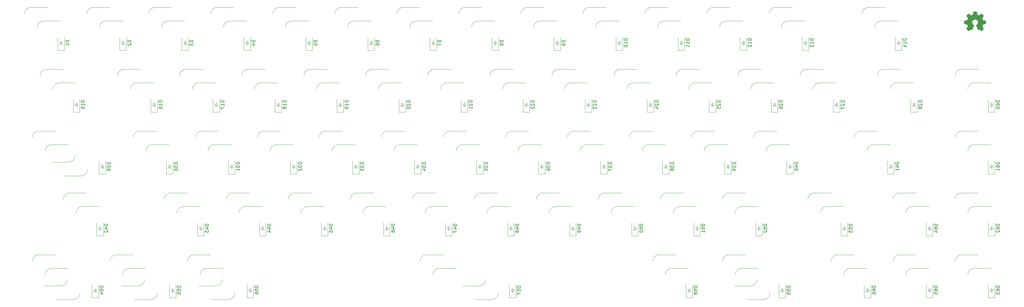
<source format=gbr>
%TF.GenerationSoftware,KiCad,Pcbnew,7.0.5*%
%TF.CreationDate,2023-09-15T18:16:34+08:00*%
%TF.ProjectId,Openero65,4f70656e-6572-46f3-9635-2e6b69636164,rev?*%
%TF.SameCoordinates,Original*%
%TF.FileFunction,Legend,Bot*%
%TF.FilePolarity,Positive*%
%FSLAX46Y46*%
G04 Gerber Fmt 4.6, Leading zero omitted, Abs format (unit mm)*
G04 Created by KiCad (PCBNEW 7.0.5) date 2023-09-15 18:16:34*
%MOMM*%
%LPD*%
G01*
G04 APERTURE LIST*
%ADD10C,0.150000*%
%ADD11C,0.120000*%
%ADD12C,0.100000*%
%ADD13C,0.010000*%
G04 APERTURE END LIST*
D10*
%TO.C,D29*%
X75717819Y-131195714D02*
X74717819Y-131195714D01*
X74717819Y-131195714D02*
X74717819Y-131433809D01*
X74717819Y-131433809D02*
X74765438Y-131576666D01*
X74765438Y-131576666D02*
X74860676Y-131671904D01*
X74860676Y-131671904D02*
X74955914Y-131719523D01*
X74955914Y-131719523D02*
X75146390Y-131767142D01*
X75146390Y-131767142D02*
X75289247Y-131767142D01*
X75289247Y-131767142D02*
X75479723Y-131719523D01*
X75479723Y-131719523D02*
X75574961Y-131671904D01*
X75574961Y-131671904D02*
X75670200Y-131576666D01*
X75670200Y-131576666D02*
X75717819Y-131433809D01*
X75717819Y-131433809D02*
X75717819Y-131195714D01*
X74813057Y-132148095D02*
X74765438Y-132195714D01*
X74765438Y-132195714D02*
X74717819Y-132290952D01*
X74717819Y-132290952D02*
X74717819Y-132529047D01*
X74717819Y-132529047D02*
X74765438Y-132624285D01*
X74765438Y-132624285D02*
X74813057Y-132671904D01*
X74813057Y-132671904D02*
X74908295Y-132719523D01*
X74908295Y-132719523D02*
X75003533Y-132719523D01*
X75003533Y-132719523D02*
X75146390Y-132671904D01*
X75146390Y-132671904D02*
X75717819Y-132100476D01*
X75717819Y-132100476D02*
X75717819Y-132719523D01*
X75717819Y-133195714D02*
X75717819Y-133386190D01*
X75717819Y-133386190D02*
X75670200Y-133481428D01*
X75670200Y-133481428D02*
X75622580Y-133529047D01*
X75622580Y-133529047D02*
X75479723Y-133624285D01*
X75479723Y-133624285D02*
X75289247Y-133671904D01*
X75289247Y-133671904D02*
X74908295Y-133671904D01*
X74908295Y-133671904D02*
X74813057Y-133624285D01*
X74813057Y-133624285D02*
X74765438Y-133576666D01*
X74765438Y-133576666D02*
X74717819Y-133481428D01*
X74717819Y-133481428D02*
X74717819Y-133290952D01*
X74717819Y-133290952D02*
X74765438Y-133195714D01*
X74765438Y-133195714D02*
X74813057Y-133148095D01*
X74813057Y-133148095D02*
X74908295Y-133100476D01*
X74908295Y-133100476D02*
X75146390Y-133100476D01*
X75146390Y-133100476D02*
X75241628Y-133148095D01*
X75241628Y-133148095D02*
X75289247Y-133195714D01*
X75289247Y-133195714D02*
X75336866Y-133290952D01*
X75336866Y-133290952D02*
X75336866Y-133481428D01*
X75336866Y-133481428D02*
X75289247Y-133576666D01*
X75289247Y-133576666D02*
X75241628Y-133624285D01*
X75241628Y-133624285D02*
X75146390Y-133671904D01*
%TO.C,D12*%
X272566819Y-93095714D02*
X271566819Y-93095714D01*
X271566819Y-93095714D02*
X271566819Y-93333809D01*
X271566819Y-93333809D02*
X271614438Y-93476666D01*
X271614438Y-93476666D02*
X271709676Y-93571904D01*
X271709676Y-93571904D02*
X271804914Y-93619523D01*
X271804914Y-93619523D02*
X271995390Y-93667142D01*
X271995390Y-93667142D02*
X272138247Y-93667142D01*
X272138247Y-93667142D02*
X272328723Y-93619523D01*
X272328723Y-93619523D02*
X272423961Y-93571904D01*
X272423961Y-93571904D02*
X272519200Y-93476666D01*
X272519200Y-93476666D02*
X272566819Y-93333809D01*
X272566819Y-93333809D02*
X272566819Y-93095714D01*
X272566819Y-94619523D02*
X272566819Y-94048095D01*
X272566819Y-94333809D02*
X271566819Y-94333809D01*
X271566819Y-94333809D02*
X271709676Y-94238571D01*
X271709676Y-94238571D02*
X271804914Y-94143333D01*
X271804914Y-94143333D02*
X271852533Y-94048095D01*
X271662057Y-95000476D02*
X271614438Y-95048095D01*
X271614438Y-95048095D02*
X271566819Y-95143333D01*
X271566819Y-95143333D02*
X271566819Y-95381428D01*
X271566819Y-95381428D02*
X271614438Y-95476666D01*
X271614438Y-95476666D02*
X271662057Y-95524285D01*
X271662057Y-95524285D02*
X271757295Y-95571904D01*
X271757295Y-95571904D02*
X271852533Y-95571904D01*
X271852533Y-95571904D02*
X271995390Y-95524285D01*
X271995390Y-95524285D02*
X272566819Y-94952857D01*
X272566819Y-94952857D02*
X272566819Y-95571904D01*
%TO.C,D32*%
X134454819Y-131195714D02*
X133454819Y-131195714D01*
X133454819Y-131195714D02*
X133454819Y-131433809D01*
X133454819Y-131433809D02*
X133502438Y-131576666D01*
X133502438Y-131576666D02*
X133597676Y-131671904D01*
X133597676Y-131671904D02*
X133692914Y-131719523D01*
X133692914Y-131719523D02*
X133883390Y-131767142D01*
X133883390Y-131767142D02*
X134026247Y-131767142D01*
X134026247Y-131767142D02*
X134216723Y-131719523D01*
X134216723Y-131719523D02*
X134311961Y-131671904D01*
X134311961Y-131671904D02*
X134407200Y-131576666D01*
X134407200Y-131576666D02*
X134454819Y-131433809D01*
X134454819Y-131433809D02*
X134454819Y-131195714D01*
X133454819Y-132100476D02*
X133454819Y-132719523D01*
X133454819Y-132719523D02*
X133835771Y-132386190D01*
X133835771Y-132386190D02*
X133835771Y-132529047D01*
X133835771Y-132529047D02*
X133883390Y-132624285D01*
X133883390Y-132624285D02*
X133931009Y-132671904D01*
X133931009Y-132671904D02*
X134026247Y-132719523D01*
X134026247Y-132719523D02*
X134264342Y-132719523D01*
X134264342Y-132719523D02*
X134359580Y-132671904D01*
X134359580Y-132671904D02*
X134407200Y-132624285D01*
X134407200Y-132624285D02*
X134454819Y-132529047D01*
X134454819Y-132529047D02*
X134454819Y-132243333D01*
X134454819Y-132243333D02*
X134407200Y-132148095D01*
X134407200Y-132148095D02*
X134359580Y-132100476D01*
X133550057Y-133100476D02*
X133502438Y-133148095D01*
X133502438Y-133148095D02*
X133454819Y-133243333D01*
X133454819Y-133243333D02*
X133454819Y-133481428D01*
X133454819Y-133481428D02*
X133502438Y-133576666D01*
X133502438Y-133576666D02*
X133550057Y-133624285D01*
X133550057Y-133624285D02*
X133645295Y-133671904D01*
X133645295Y-133671904D02*
X133740533Y-133671904D01*
X133740533Y-133671904D02*
X133883390Y-133624285D01*
X133883390Y-133624285D02*
X134454819Y-133052857D01*
X134454819Y-133052857D02*
X134454819Y-133671904D01*
%TO.C,D20*%
X167792819Y-112145714D02*
X166792819Y-112145714D01*
X166792819Y-112145714D02*
X166792819Y-112383809D01*
X166792819Y-112383809D02*
X166840438Y-112526666D01*
X166840438Y-112526666D02*
X166935676Y-112621904D01*
X166935676Y-112621904D02*
X167030914Y-112669523D01*
X167030914Y-112669523D02*
X167221390Y-112717142D01*
X167221390Y-112717142D02*
X167364247Y-112717142D01*
X167364247Y-112717142D02*
X167554723Y-112669523D01*
X167554723Y-112669523D02*
X167649961Y-112621904D01*
X167649961Y-112621904D02*
X167745200Y-112526666D01*
X167745200Y-112526666D02*
X167792819Y-112383809D01*
X167792819Y-112383809D02*
X167792819Y-112145714D01*
X166888057Y-113098095D02*
X166840438Y-113145714D01*
X166840438Y-113145714D02*
X166792819Y-113240952D01*
X166792819Y-113240952D02*
X166792819Y-113479047D01*
X166792819Y-113479047D02*
X166840438Y-113574285D01*
X166840438Y-113574285D02*
X166888057Y-113621904D01*
X166888057Y-113621904D02*
X166983295Y-113669523D01*
X166983295Y-113669523D02*
X167078533Y-113669523D01*
X167078533Y-113669523D02*
X167221390Y-113621904D01*
X167221390Y-113621904D02*
X167792819Y-113050476D01*
X167792819Y-113050476D02*
X167792819Y-113669523D01*
X166792819Y-114288571D02*
X166792819Y-114383809D01*
X166792819Y-114383809D02*
X166840438Y-114479047D01*
X166840438Y-114479047D02*
X166888057Y-114526666D01*
X166888057Y-114526666D02*
X166983295Y-114574285D01*
X166983295Y-114574285D02*
X167173771Y-114621904D01*
X167173771Y-114621904D02*
X167411866Y-114621904D01*
X167411866Y-114621904D02*
X167602342Y-114574285D01*
X167602342Y-114574285D02*
X167697580Y-114526666D01*
X167697580Y-114526666D02*
X167745200Y-114479047D01*
X167745200Y-114479047D02*
X167792819Y-114383809D01*
X167792819Y-114383809D02*
X167792819Y-114288571D01*
X167792819Y-114288571D02*
X167745200Y-114193333D01*
X167745200Y-114193333D02*
X167697580Y-114145714D01*
X167697580Y-114145714D02*
X167602342Y-114098095D01*
X167602342Y-114098095D02*
X167411866Y-114050476D01*
X167411866Y-114050476D02*
X167173771Y-114050476D01*
X167173771Y-114050476D02*
X166983295Y-114098095D01*
X166983295Y-114098095D02*
X166888057Y-114145714D01*
X166888057Y-114145714D02*
X166840438Y-114193333D01*
X166840438Y-114193333D02*
X166792819Y-114288571D01*
%TO.C,D17*%
X110642819Y-112145714D02*
X109642819Y-112145714D01*
X109642819Y-112145714D02*
X109642819Y-112383809D01*
X109642819Y-112383809D02*
X109690438Y-112526666D01*
X109690438Y-112526666D02*
X109785676Y-112621904D01*
X109785676Y-112621904D02*
X109880914Y-112669523D01*
X109880914Y-112669523D02*
X110071390Y-112717142D01*
X110071390Y-112717142D02*
X110214247Y-112717142D01*
X110214247Y-112717142D02*
X110404723Y-112669523D01*
X110404723Y-112669523D02*
X110499961Y-112621904D01*
X110499961Y-112621904D02*
X110595200Y-112526666D01*
X110595200Y-112526666D02*
X110642819Y-112383809D01*
X110642819Y-112383809D02*
X110642819Y-112145714D01*
X110642819Y-113669523D02*
X110642819Y-113098095D01*
X110642819Y-113383809D02*
X109642819Y-113383809D01*
X109642819Y-113383809D02*
X109785676Y-113288571D01*
X109785676Y-113288571D02*
X109880914Y-113193333D01*
X109880914Y-113193333D02*
X109928533Y-113098095D01*
X109642819Y-114002857D02*
X109642819Y-114669523D01*
X109642819Y-114669523D02*
X110642819Y-114240952D01*
%TO.C,D57*%
X201694819Y-169295714D02*
X200694819Y-169295714D01*
X200694819Y-169295714D02*
X200694819Y-169533809D01*
X200694819Y-169533809D02*
X200742438Y-169676666D01*
X200742438Y-169676666D02*
X200837676Y-169771904D01*
X200837676Y-169771904D02*
X200932914Y-169819523D01*
X200932914Y-169819523D02*
X201123390Y-169867142D01*
X201123390Y-169867142D02*
X201266247Y-169867142D01*
X201266247Y-169867142D02*
X201456723Y-169819523D01*
X201456723Y-169819523D02*
X201551961Y-169771904D01*
X201551961Y-169771904D02*
X201647200Y-169676666D01*
X201647200Y-169676666D02*
X201694819Y-169533809D01*
X201694819Y-169533809D02*
X201694819Y-169295714D01*
X200694819Y-170771904D02*
X200694819Y-170295714D01*
X200694819Y-170295714D02*
X201171009Y-170248095D01*
X201171009Y-170248095D02*
X201123390Y-170295714D01*
X201123390Y-170295714D02*
X201075771Y-170390952D01*
X201075771Y-170390952D02*
X201075771Y-170629047D01*
X201075771Y-170629047D02*
X201123390Y-170724285D01*
X201123390Y-170724285D02*
X201171009Y-170771904D01*
X201171009Y-170771904D02*
X201266247Y-170819523D01*
X201266247Y-170819523D02*
X201504342Y-170819523D01*
X201504342Y-170819523D02*
X201599580Y-170771904D01*
X201599580Y-170771904D02*
X201647200Y-170724285D01*
X201647200Y-170724285D02*
X201694819Y-170629047D01*
X201694819Y-170629047D02*
X201694819Y-170390952D01*
X201694819Y-170390952D02*
X201647200Y-170295714D01*
X201647200Y-170295714D02*
X201599580Y-170248095D01*
X200694819Y-171152857D02*
X200694819Y-171819523D01*
X200694819Y-171819523D02*
X201694819Y-171390952D01*
%TO.C,D31*%
X115404819Y-131195714D02*
X114404819Y-131195714D01*
X114404819Y-131195714D02*
X114404819Y-131433809D01*
X114404819Y-131433809D02*
X114452438Y-131576666D01*
X114452438Y-131576666D02*
X114547676Y-131671904D01*
X114547676Y-131671904D02*
X114642914Y-131719523D01*
X114642914Y-131719523D02*
X114833390Y-131767142D01*
X114833390Y-131767142D02*
X114976247Y-131767142D01*
X114976247Y-131767142D02*
X115166723Y-131719523D01*
X115166723Y-131719523D02*
X115261961Y-131671904D01*
X115261961Y-131671904D02*
X115357200Y-131576666D01*
X115357200Y-131576666D02*
X115404819Y-131433809D01*
X115404819Y-131433809D02*
X115404819Y-131195714D01*
X114404819Y-132100476D02*
X114404819Y-132719523D01*
X114404819Y-132719523D02*
X114785771Y-132386190D01*
X114785771Y-132386190D02*
X114785771Y-132529047D01*
X114785771Y-132529047D02*
X114833390Y-132624285D01*
X114833390Y-132624285D02*
X114881009Y-132671904D01*
X114881009Y-132671904D02*
X114976247Y-132719523D01*
X114976247Y-132719523D02*
X115214342Y-132719523D01*
X115214342Y-132719523D02*
X115309580Y-132671904D01*
X115309580Y-132671904D02*
X115357200Y-132624285D01*
X115357200Y-132624285D02*
X115404819Y-132529047D01*
X115404819Y-132529047D02*
X115404819Y-132243333D01*
X115404819Y-132243333D02*
X115357200Y-132148095D01*
X115357200Y-132148095D02*
X115309580Y-132100476D01*
X115404819Y-133671904D02*
X115404819Y-133100476D01*
X115404819Y-133386190D02*
X114404819Y-133386190D01*
X114404819Y-133386190D02*
X114547676Y-133290952D01*
X114547676Y-133290952D02*
X114642914Y-133195714D01*
X114642914Y-133195714D02*
X114690533Y-133100476D01*
%TO.C,D65*%
X329716819Y-169295714D02*
X328716819Y-169295714D01*
X328716819Y-169295714D02*
X328716819Y-169533809D01*
X328716819Y-169533809D02*
X328764438Y-169676666D01*
X328764438Y-169676666D02*
X328859676Y-169771904D01*
X328859676Y-169771904D02*
X328954914Y-169819523D01*
X328954914Y-169819523D02*
X329145390Y-169867142D01*
X329145390Y-169867142D02*
X329288247Y-169867142D01*
X329288247Y-169867142D02*
X329478723Y-169819523D01*
X329478723Y-169819523D02*
X329573961Y-169771904D01*
X329573961Y-169771904D02*
X329669200Y-169676666D01*
X329669200Y-169676666D02*
X329716819Y-169533809D01*
X329716819Y-169533809D02*
X329716819Y-169295714D01*
X328716819Y-170724285D02*
X328716819Y-170533809D01*
X328716819Y-170533809D02*
X328764438Y-170438571D01*
X328764438Y-170438571D02*
X328812057Y-170390952D01*
X328812057Y-170390952D02*
X328954914Y-170295714D01*
X328954914Y-170295714D02*
X329145390Y-170248095D01*
X329145390Y-170248095D02*
X329526342Y-170248095D01*
X329526342Y-170248095D02*
X329621580Y-170295714D01*
X329621580Y-170295714D02*
X329669200Y-170343333D01*
X329669200Y-170343333D02*
X329716819Y-170438571D01*
X329716819Y-170438571D02*
X329716819Y-170629047D01*
X329716819Y-170629047D02*
X329669200Y-170724285D01*
X329669200Y-170724285D02*
X329621580Y-170771904D01*
X329621580Y-170771904D02*
X329526342Y-170819523D01*
X329526342Y-170819523D02*
X329288247Y-170819523D01*
X329288247Y-170819523D02*
X329193009Y-170771904D01*
X329193009Y-170771904D02*
X329145390Y-170724285D01*
X329145390Y-170724285D02*
X329097771Y-170629047D01*
X329097771Y-170629047D02*
X329097771Y-170438571D01*
X329097771Y-170438571D02*
X329145390Y-170343333D01*
X329145390Y-170343333D02*
X329193009Y-170295714D01*
X329193009Y-170295714D02*
X329288247Y-170248095D01*
X328716819Y-171724285D02*
X328716819Y-171248095D01*
X328716819Y-171248095D02*
X329193009Y-171200476D01*
X329193009Y-171200476D02*
X329145390Y-171248095D01*
X329145390Y-171248095D02*
X329097771Y-171343333D01*
X329097771Y-171343333D02*
X329097771Y-171581428D01*
X329097771Y-171581428D02*
X329145390Y-171676666D01*
X329145390Y-171676666D02*
X329193009Y-171724285D01*
X329193009Y-171724285D02*
X329288247Y-171771904D01*
X329288247Y-171771904D02*
X329526342Y-171771904D01*
X329526342Y-171771904D02*
X329621580Y-171724285D01*
X329621580Y-171724285D02*
X329669200Y-171676666D01*
X329669200Y-171676666D02*
X329716819Y-171581428D01*
X329716819Y-171581428D02*
X329716819Y-171343333D01*
X329716819Y-171343333D02*
X329669200Y-171248095D01*
X329669200Y-171248095D02*
X329621580Y-171200476D01*
%TO.C,D37*%
X229704819Y-131195714D02*
X228704819Y-131195714D01*
X228704819Y-131195714D02*
X228704819Y-131433809D01*
X228704819Y-131433809D02*
X228752438Y-131576666D01*
X228752438Y-131576666D02*
X228847676Y-131671904D01*
X228847676Y-131671904D02*
X228942914Y-131719523D01*
X228942914Y-131719523D02*
X229133390Y-131767142D01*
X229133390Y-131767142D02*
X229276247Y-131767142D01*
X229276247Y-131767142D02*
X229466723Y-131719523D01*
X229466723Y-131719523D02*
X229561961Y-131671904D01*
X229561961Y-131671904D02*
X229657200Y-131576666D01*
X229657200Y-131576666D02*
X229704819Y-131433809D01*
X229704819Y-131433809D02*
X229704819Y-131195714D01*
X228704819Y-132100476D02*
X228704819Y-132719523D01*
X228704819Y-132719523D02*
X229085771Y-132386190D01*
X229085771Y-132386190D02*
X229085771Y-132529047D01*
X229085771Y-132529047D02*
X229133390Y-132624285D01*
X229133390Y-132624285D02*
X229181009Y-132671904D01*
X229181009Y-132671904D02*
X229276247Y-132719523D01*
X229276247Y-132719523D02*
X229514342Y-132719523D01*
X229514342Y-132719523D02*
X229609580Y-132671904D01*
X229609580Y-132671904D02*
X229657200Y-132624285D01*
X229657200Y-132624285D02*
X229704819Y-132529047D01*
X229704819Y-132529047D02*
X229704819Y-132243333D01*
X229704819Y-132243333D02*
X229657200Y-132148095D01*
X229657200Y-132148095D02*
X229609580Y-132100476D01*
X228704819Y-133052857D02*
X228704819Y-133719523D01*
X228704819Y-133719523D02*
X229704819Y-133290952D01*
%TO.C,D34*%
X172554819Y-131195714D02*
X171554819Y-131195714D01*
X171554819Y-131195714D02*
X171554819Y-131433809D01*
X171554819Y-131433809D02*
X171602438Y-131576666D01*
X171602438Y-131576666D02*
X171697676Y-131671904D01*
X171697676Y-131671904D02*
X171792914Y-131719523D01*
X171792914Y-131719523D02*
X171983390Y-131767142D01*
X171983390Y-131767142D02*
X172126247Y-131767142D01*
X172126247Y-131767142D02*
X172316723Y-131719523D01*
X172316723Y-131719523D02*
X172411961Y-131671904D01*
X172411961Y-131671904D02*
X172507200Y-131576666D01*
X172507200Y-131576666D02*
X172554819Y-131433809D01*
X172554819Y-131433809D02*
X172554819Y-131195714D01*
X171554819Y-132100476D02*
X171554819Y-132719523D01*
X171554819Y-132719523D02*
X171935771Y-132386190D01*
X171935771Y-132386190D02*
X171935771Y-132529047D01*
X171935771Y-132529047D02*
X171983390Y-132624285D01*
X171983390Y-132624285D02*
X172031009Y-132671904D01*
X172031009Y-132671904D02*
X172126247Y-132719523D01*
X172126247Y-132719523D02*
X172364342Y-132719523D01*
X172364342Y-132719523D02*
X172459580Y-132671904D01*
X172459580Y-132671904D02*
X172507200Y-132624285D01*
X172507200Y-132624285D02*
X172554819Y-132529047D01*
X172554819Y-132529047D02*
X172554819Y-132243333D01*
X172554819Y-132243333D02*
X172507200Y-132148095D01*
X172507200Y-132148095D02*
X172459580Y-132100476D01*
X171888152Y-133576666D02*
X172554819Y-133576666D01*
X171507200Y-133338571D02*
X172221485Y-133100476D01*
X172221485Y-133100476D02*
X172221485Y-133719523D01*
%TO.C,D25*%
X263042819Y-112145714D02*
X262042819Y-112145714D01*
X262042819Y-112145714D02*
X262042819Y-112383809D01*
X262042819Y-112383809D02*
X262090438Y-112526666D01*
X262090438Y-112526666D02*
X262185676Y-112621904D01*
X262185676Y-112621904D02*
X262280914Y-112669523D01*
X262280914Y-112669523D02*
X262471390Y-112717142D01*
X262471390Y-112717142D02*
X262614247Y-112717142D01*
X262614247Y-112717142D02*
X262804723Y-112669523D01*
X262804723Y-112669523D02*
X262899961Y-112621904D01*
X262899961Y-112621904D02*
X262995200Y-112526666D01*
X262995200Y-112526666D02*
X263042819Y-112383809D01*
X263042819Y-112383809D02*
X263042819Y-112145714D01*
X262138057Y-113098095D02*
X262090438Y-113145714D01*
X262090438Y-113145714D02*
X262042819Y-113240952D01*
X262042819Y-113240952D02*
X262042819Y-113479047D01*
X262042819Y-113479047D02*
X262090438Y-113574285D01*
X262090438Y-113574285D02*
X262138057Y-113621904D01*
X262138057Y-113621904D02*
X262233295Y-113669523D01*
X262233295Y-113669523D02*
X262328533Y-113669523D01*
X262328533Y-113669523D02*
X262471390Y-113621904D01*
X262471390Y-113621904D02*
X263042819Y-113050476D01*
X263042819Y-113050476D02*
X263042819Y-113669523D01*
X262042819Y-114574285D02*
X262042819Y-114098095D01*
X262042819Y-114098095D02*
X262519009Y-114050476D01*
X262519009Y-114050476D02*
X262471390Y-114098095D01*
X262471390Y-114098095D02*
X262423771Y-114193333D01*
X262423771Y-114193333D02*
X262423771Y-114431428D01*
X262423771Y-114431428D02*
X262471390Y-114526666D01*
X262471390Y-114526666D02*
X262519009Y-114574285D01*
X262519009Y-114574285D02*
X262614247Y-114621904D01*
X262614247Y-114621904D02*
X262852342Y-114621904D01*
X262852342Y-114621904D02*
X262947580Y-114574285D01*
X262947580Y-114574285D02*
X262995200Y-114526666D01*
X262995200Y-114526666D02*
X263042819Y-114431428D01*
X263042819Y-114431428D02*
X263042819Y-114193333D01*
X263042819Y-114193333D02*
X262995200Y-114098095D01*
X262995200Y-114098095D02*
X262947580Y-114050476D01*
%TO.C,D49*%
X220180819Y-150245714D02*
X219180819Y-150245714D01*
X219180819Y-150245714D02*
X219180819Y-150483809D01*
X219180819Y-150483809D02*
X219228438Y-150626666D01*
X219228438Y-150626666D02*
X219323676Y-150721904D01*
X219323676Y-150721904D02*
X219418914Y-150769523D01*
X219418914Y-150769523D02*
X219609390Y-150817142D01*
X219609390Y-150817142D02*
X219752247Y-150817142D01*
X219752247Y-150817142D02*
X219942723Y-150769523D01*
X219942723Y-150769523D02*
X220037961Y-150721904D01*
X220037961Y-150721904D02*
X220133200Y-150626666D01*
X220133200Y-150626666D02*
X220180819Y-150483809D01*
X220180819Y-150483809D02*
X220180819Y-150245714D01*
X219514152Y-151674285D02*
X220180819Y-151674285D01*
X219133200Y-151436190D02*
X219847485Y-151198095D01*
X219847485Y-151198095D02*
X219847485Y-151817142D01*
X220180819Y-152245714D02*
X220180819Y-152436190D01*
X220180819Y-152436190D02*
X220133200Y-152531428D01*
X220133200Y-152531428D02*
X220085580Y-152579047D01*
X220085580Y-152579047D02*
X219942723Y-152674285D01*
X219942723Y-152674285D02*
X219752247Y-152721904D01*
X219752247Y-152721904D02*
X219371295Y-152721904D01*
X219371295Y-152721904D02*
X219276057Y-152674285D01*
X219276057Y-152674285D02*
X219228438Y-152626666D01*
X219228438Y-152626666D02*
X219180819Y-152531428D01*
X219180819Y-152531428D02*
X219180819Y-152340952D01*
X219180819Y-152340952D02*
X219228438Y-152245714D01*
X219228438Y-152245714D02*
X219276057Y-152198095D01*
X219276057Y-152198095D02*
X219371295Y-152150476D01*
X219371295Y-152150476D02*
X219609390Y-152150476D01*
X219609390Y-152150476D02*
X219704628Y-152198095D01*
X219704628Y-152198095D02*
X219752247Y-152245714D01*
X219752247Y-152245714D02*
X219799866Y-152340952D01*
X219799866Y-152340952D02*
X219799866Y-152531428D01*
X219799866Y-152531428D02*
X219752247Y-152626666D01*
X219752247Y-152626666D02*
X219704628Y-152674285D01*
X219704628Y-152674285D02*
X219609390Y-152721904D01*
%TO.C,D33*%
X153504819Y-131195714D02*
X152504819Y-131195714D01*
X152504819Y-131195714D02*
X152504819Y-131433809D01*
X152504819Y-131433809D02*
X152552438Y-131576666D01*
X152552438Y-131576666D02*
X152647676Y-131671904D01*
X152647676Y-131671904D02*
X152742914Y-131719523D01*
X152742914Y-131719523D02*
X152933390Y-131767142D01*
X152933390Y-131767142D02*
X153076247Y-131767142D01*
X153076247Y-131767142D02*
X153266723Y-131719523D01*
X153266723Y-131719523D02*
X153361961Y-131671904D01*
X153361961Y-131671904D02*
X153457200Y-131576666D01*
X153457200Y-131576666D02*
X153504819Y-131433809D01*
X153504819Y-131433809D02*
X153504819Y-131195714D01*
X152504819Y-132100476D02*
X152504819Y-132719523D01*
X152504819Y-132719523D02*
X152885771Y-132386190D01*
X152885771Y-132386190D02*
X152885771Y-132529047D01*
X152885771Y-132529047D02*
X152933390Y-132624285D01*
X152933390Y-132624285D02*
X152981009Y-132671904D01*
X152981009Y-132671904D02*
X153076247Y-132719523D01*
X153076247Y-132719523D02*
X153314342Y-132719523D01*
X153314342Y-132719523D02*
X153409580Y-132671904D01*
X153409580Y-132671904D02*
X153457200Y-132624285D01*
X153457200Y-132624285D02*
X153504819Y-132529047D01*
X153504819Y-132529047D02*
X153504819Y-132243333D01*
X153504819Y-132243333D02*
X153457200Y-132148095D01*
X153457200Y-132148095D02*
X153409580Y-132100476D01*
X152504819Y-133052857D02*
X152504819Y-133671904D01*
X152504819Y-133671904D02*
X152885771Y-133338571D01*
X152885771Y-133338571D02*
X152885771Y-133481428D01*
X152885771Y-133481428D02*
X152933390Y-133576666D01*
X152933390Y-133576666D02*
X152981009Y-133624285D01*
X152981009Y-133624285D02*
X153076247Y-133671904D01*
X153076247Y-133671904D02*
X153314342Y-133671904D01*
X153314342Y-133671904D02*
X153409580Y-133624285D01*
X153409580Y-133624285D02*
X153457200Y-133576666D01*
X153457200Y-133576666D02*
X153504819Y-133481428D01*
X153504819Y-133481428D02*
X153504819Y-133195714D01*
X153504819Y-133195714D02*
X153457200Y-133100476D01*
X153457200Y-133100476D02*
X153409580Y-133052857D01*
%TO.C,D46*%
X163030819Y-150245714D02*
X162030819Y-150245714D01*
X162030819Y-150245714D02*
X162030819Y-150483809D01*
X162030819Y-150483809D02*
X162078438Y-150626666D01*
X162078438Y-150626666D02*
X162173676Y-150721904D01*
X162173676Y-150721904D02*
X162268914Y-150769523D01*
X162268914Y-150769523D02*
X162459390Y-150817142D01*
X162459390Y-150817142D02*
X162602247Y-150817142D01*
X162602247Y-150817142D02*
X162792723Y-150769523D01*
X162792723Y-150769523D02*
X162887961Y-150721904D01*
X162887961Y-150721904D02*
X162983200Y-150626666D01*
X162983200Y-150626666D02*
X163030819Y-150483809D01*
X163030819Y-150483809D02*
X163030819Y-150245714D01*
X162364152Y-151674285D02*
X163030819Y-151674285D01*
X161983200Y-151436190D02*
X162697485Y-151198095D01*
X162697485Y-151198095D02*
X162697485Y-151817142D01*
X162030819Y-152626666D02*
X162030819Y-152436190D01*
X162030819Y-152436190D02*
X162078438Y-152340952D01*
X162078438Y-152340952D02*
X162126057Y-152293333D01*
X162126057Y-152293333D02*
X162268914Y-152198095D01*
X162268914Y-152198095D02*
X162459390Y-152150476D01*
X162459390Y-152150476D02*
X162840342Y-152150476D01*
X162840342Y-152150476D02*
X162935580Y-152198095D01*
X162935580Y-152198095D02*
X162983200Y-152245714D01*
X162983200Y-152245714D02*
X163030819Y-152340952D01*
X163030819Y-152340952D02*
X163030819Y-152531428D01*
X163030819Y-152531428D02*
X162983200Y-152626666D01*
X162983200Y-152626666D02*
X162935580Y-152674285D01*
X162935580Y-152674285D02*
X162840342Y-152721904D01*
X162840342Y-152721904D02*
X162602247Y-152721904D01*
X162602247Y-152721904D02*
X162507009Y-152674285D01*
X162507009Y-152674285D02*
X162459390Y-152626666D01*
X162459390Y-152626666D02*
X162411771Y-152531428D01*
X162411771Y-152531428D02*
X162411771Y-152340952D01*
X162411771Y-152340952D02*
X162459390Y-152245714D01*
X162459390Y-152245714D02*
X162507009Y-152198095D01*
X162507009Y-152198095D02*
X162602247Y-152150476D01*
%TO.C,D3*%
X101116819Y-93571905D02*
X100116819Y-93571905D01*
X100116819Y-93571905D02*
X100116819Y-93810000D01*
X100116819Y-93810000D02*
X100164438Y-93952857D01*
X100164438Y-93952857D02*
X100259676Y-94048095D01*
X100259676Y-94048095D02*
X100354914Y-94095714D01*
X100354914Y-94095714D02*
X100545390Y-94143333D01*
X100545390Y-94143333D02*
X100688247Y-94143333D01*
X100688247Y-94143333D02*
X100878723Y-94095714D01*
X100878723Y-94095714D02*
X100973961Y-94048095D01*
X100973961Y-94048095D02*
X101069200Y-93952857D01*
X101069200Y-93952857D02*
X101116819Y-93810000D01*
X101116819Y-93810000D02*
X101116819Y-93571905D01*
X100116819Y-94476667D02*
X100116819Y-95095714D01*
X100116819Y-95095714D02*
X100497771Y-94762381D01*
X100497771Y-94762381D02*
X100497771Y-94905238D01*
X100497771Y-94905238D02*
X100545390Y-95000476D01*
X100545390Y-95000476D02*
X100593009Y-95048095D01*
X100593009Y-95048095D02*
X100688247Y-95095714D01*
X100688247Y-95095714D02*
X100926342Y-95095714D01*
X100926342Y-95095714D02*
X101021580Y-95048095D01*
X101021580Y-95048095D02*
X101069200Y-95000476D01*
X101069200Y-95000476D02*
X101116819Y-94905238D01*
X101116819Y-94905238D02*
X101116819Y-94619524D01*
X101116819Y-94619524D02*
X101069200Y-94524286D01*
X101069200Y-94524286D02*
X101021580Y-94476667D01*
%TO.C,D9*%
X215416819Y-93571905D02*
X214416819Y-93571905D01*
X214416819Y-93571905D02*
X214416819Y-93810000D01*
X214416819Y-93810000D02*
X214464438Y-93952857D01*
X214464438Y-93952857D02*
X214559676Y-94048095D01*
X214559676Y-94048095D02*
X214654914Y-94095714D01*
X214654914Y-94095714D02*
X214845390Y-94143333D01*
X214845390Y-94143333D02*
X214988247Y-94143333D01*
X214988247Y-94143333D02*
X215178723Y-94095714D01*
X215178723Y-94095714D02*
X215273961Y-94048095D01*
X215273961Y-94048095D02*
X215369200Y-93952857D01*
X215369200Y-93952857D02*
X215416819Y-93810000D01*
X215416819Y-93810000D02*
X215416819Y-93571905D01*
X215416819Y-94619524D02*
X215416819Y-94810000D01*
X215416819Y-94810000D02*
X215369200Y-94905238D01*
X215369200Y-94905238D02*
X215321580Y-94952857D01*
X215321580Y-94952857D02*
X215178723Y-95048095D01*
X215178723Y-95048095D02*
X214988247Y-95095714D01*
X214988247Y-95095714D02*
X214607295Y-95095714D01*
X214607295Y-95095714D02*
X214512057Y-95048095D01*
X214512057Y-95048095D02*
X214464438Y-95000476D01*
X214464438Y-95000476D02*
X214416819Y-94905238D01*
X214416819Y-94905238D02*
X214416819Y-94714762D01*
X214416819Y-94714762D02*
X214464438Y-94619524D01*
X214464438Y-94619524D02*
X214512057Y-94571905D01*
X214512057Y-94571905D02*
X214607295Y-94524286D01*
X214607295Y-94524286D02*
X214845390Y-94524286D01*
X214845390Y-94524286D02*
X214940628Y-94571905D01*
X214940628Y-94571905D02*
X214988247Y-94619524D01*
X214988247Y-94619524D02*
X215035866Y-94714762D01*
X215035866Y-94714762D02*
X215035866Y-94905238D01*
X215035866Y-94905238D02*
X214988247Y-95000476D01*
X214988247Y-95000476D02*
X214940628Y-95048095D01*
X214940628Y-95048095D02*
X214845390Y-95095714D01*
%TO.C,D47*%
X182080819Y-150245714D02*
X181080819Y-150245714D01*
X181080819Y-150245714D02*
X181080819Y-150483809D01*
X181080819Y-150483809D02*
X181128438Y-150626666D01*
X181128438Y-150626666D02*
X181223676Y-150721904D01*
X181223676Y-150721904D02*
X181318914Y-150769523D01*
X181318914Y-150769523D02*
X181509390Y-150817142D01*
X181509390Y-150817142D02*
X181652247Y-150817142D01*
X181652247Y-150817142D02*
X181842723Y-150769523D01*
X181842723Y-150769523D02*
X181937961Y-150721904D01*
X181937961Y-150721904D02*
X182033200Y-150626666D01*
X182033200Y-150626666D02*
X182080819Y-150483809D01*
X182080819Y-150483809D02*
X182080819Y-150245714D01*
X181414152Y-151674285D02*
X182080819Y-151674285D01*
X181033200Y-151436190D02*
X181747485Y-151198095D01*
X181747485Y-151198095D02*
X181747485Y-151817142D01*
X181080819Y-152102857D02*
X181080819Y-152769523D01*
X181080819Y-152769523D02*
X182080819Y-152340952D01*
%TO.C,D59*%
X284474819Y-169318214D02*
X283474819Y-169318214D01*
X283474819Y-169318214D02*
X283474819Y-169556309D01*
X283474819Y-169556309D02*
X283522438Y-169699166D01*
X283522438Y-169699166D02*
X283617676Y-169794404D01*
X283617676Y-169794404D02*
X283712914Y-169842023D01*
X283712914Y-169842023D02*
X283903390Y-169889642D01*
X283903390Y-169889642D02*
X284046247Y-169889642D01*
X284046247Y-169889642D02*
X284236723Y-169842023D01*
X284236723Y-169842023D02*
X284331961Y-169794404D01*
X284331961Y-169794404D02*
X284427200Y-169699166D01*
X284427200Y-169699166D02*
X284474819Y-169556309D01*
X284474819Y-169556309D02*
X284474819Y-169318214D01*
X283474819Y-170794404D02*
X283474819Y-170318214D01*
X283474819Y-170318214D02*
X283951009Y-170270595D01*
X283951009Y-170270595D02*
X283903390Y-170318214D01*
X283903390Y-170318214D02*
X283855771Y-170413452D01*
X283855771Y-170413452D02*
X283855771Y-170651547D01*
X283855771Y-170651547D02*
X283903390Y-170746785D01*
X283903390Y-170746785D02*
X283951009Y-170794404D01*
X283951009Y-170794404D02*
X284046247Y-170842023D01*
X284046247Y-170842023D02*
X284284342Y-170842023D01*
X284284342Y-170842023D02*
X284379580Y-170794404D01*
X284379580Y-170794404D02*
X284427200Y-170746785D01*
X284427200Y-170746785D02*
X284474819Y-170651547D01*
X284474819Y-170651547D02*
X284474819Y-170413452D01*
X284474819Y-170413452D02*
X284427200Y-170318214D01*
X284427200Y-170318214D02*
X284379580Y-170270595D01*
X284474819Y-171318214D02*
X284474819Y-171508690D01*
X284474819Y-171508690D02*
X284427200Y-171603928D01*
X284427200Y-171603928D02*
X284379580Y-171651547D01*
X284379580Y-171651547D02*
X284236723Y-171746785D01*
X284236723Y-171746785D02*
X284046247Y-171794404D01*
X284046247Y-171794404D02*
X283665295Y-171794404D01*
X283665295Y-171794404D02*
X283570057Y-171746785D01*
X283570057Y-171746785D02*
X283522438Y-171699166D01*
X283522438Y-171699166D02*
X283474819Y-171603928D01*
X283474819Y-171603928D02*
X283474819Y-171413452D01*
X283474819Y-171413452D02*
X283522438Y-171318214D01*
X283522438Y-171318214D02*
X283570057Y-171270595D01*
X283570057Y-171270595D02*
X283665295Y-171222976D01*
X283665295Y-171222976D02*
X283903390Y-171222976D01*
X283903390Y-171222976D02*
X283998628Y-171270595D01*
X283998628Y-171270595D02*
X284046247Y-171318214D01*
X284046247Y-171318214D02*
X284093866Y-171413452D01*
X284093866Y-171413452D02*
X284093866Y-171603928D01*
X284093866Y-171603928D02*
X284046247Y-171699166D01*
X284046247Y-171699166D02*
X283998628Y-171746785D01*
X283998628Y-171746785D02*
X283903390Y-171794404D01*
%TO.C,D15*%
X67779819Y-112145714D02*
X66779819Y-112145714D01*
X66779819Y-112145714D02*
X66779819Y-112383809D01*
X66779819Y-112383809D02*
X66827438Y-112526666D01*
X66827438Y-112526666D02*
X66922676Y-112621904D01*
X66922676Y-112621904D02*
X67017914Y-112669523D01*
X67017914Y-112669523D02*
X67208390Y-112717142D01*
X67208390Y-112717142D02*
X67351247Y-112717142D01*
X67351247Y-112717142D02*
X67541723Y-112669523D01*
X67541723Y-112669523D02*
X67636961Y-112621904D01*
X67636961Y-112621904D02*
X67732200Y-112526666D01*
X67732200Y-112526666D02*
X67779819Y-112383809D01*
X67779819Y-112383809D02*
X67779819Y-112145714D01*
X67779819Y-113669523D02*
X67779819Y-113098095D01*
X67779819Y-113383809D02*
X66779819Y-113383809D01*
X66779819Y-113383809D02*
X66922676Y-113288571D01*
X66922676Y-113288571D02*
X67017914Y-113193333D01*
X67017914Y-113193333D02*
X67065533Y-113098095D01*
X66779819Y-114574285D02*
X66779819Y-114098095D01*
X66779819Y-114098095D02*
X67256009Y-114050476D01*
X67256009Y-114050476D02*
X67208390Y-114098095D01*
X67208390Y-114098095D02*
X67160771Y-114193333D01*
X67160771Y-114193333D02*
X67160771Y-114431428D01*
X67160771Y-114431428D02*
X67208390Y-114526666D01*
X67208390Y-114526666D02*
X67256009Y-114574285D01*
X67256009Y-114574285D02*
X67351247Y-114621904D01*
X67351247Y-114621904D02*
X67589342Y-114621904D01*
X67589342Y-114621904D02*
X67684580Y-114574285D01*
X67684580Y-114574285D02*
X67732200Y-114526666D01*
X67732200Y-114526666D02*
X67779819Y-114431428D01*
X67779819Y-114431428D02*
X67779819Y-114193333D01*
X67779819Y-114193333D02*
X67732200Y-114098095D01*
X67732200Y-114098095D02*
X67684580Y-114050476D01*
%TO.C,D55*%
X97307819Y-169295714D02*
X96307819Y-169295714D01*
X96307819Y-169295714D02*
X96307819Y-169533809D01*
X96307819Y-169533809D02*
X96355438Y-169676666D01*
X96355438Y-169676666D02*
X96450676Y-169771904D01*
X96450676Y-169771904D02*
X96545914Y-169819523D01*
X96545914Y-169819523D02*
X96736390Y-169867142D01*
X96736390Y-169867142D02*
X96879247Y-169867142D01*
X96879247Y-169867142D02*
X97069723Y-169819523D01*
X97069723Y-169819523D02*
X97164961Y-169771904D01*
X97164961Y-169771904D02*
X97260200Y-169676666D01*
X97260200Y-169676666D02*
X97307819Y-169533809D01*
X97307819Y-169533809D02*
X97307819Y-169295714D01*
X96307819Y-170771904D02*
X96307819Y-170295714D01*
X96307819Y-170295714D02*
X96784009Y-170248095D01*
X96784009Y-170248095D02*
X96736390Y-170295714D01*
X96736390Y-170295714D02*
X96688771Y-170390952D01*
X96688771Y-170390952D02*
X96688771Y-170629047D01*
X96688771Y-170629047D02*
X96736390Y-170724285D01*
X96736390Y-170724285D02*
X96784009Y-170771904D01*
X96784009Y-170771904D02*
X96879247Y-170819523D01*
X96879247Y-170819523D02*
X97117342Y-170819523D01*
X97117342Y-170819523D02*
X97212580Y-170771904D01*
X97212580Y-170771904D02*
X97260200Y-170724285D01*
X97260200Y-170724285D02*
X97307819Y-170629047D01*
X97307819Y-170629047D02*
X97307819Y-170390952D01*
X97307819Y-170390952D02*
X97260200Y-170295714D01*
X97260200Y-170295714D02*
X97212580Y-170248095D01*
X96307819Y-171724285D02*
X96307819Y-171248095D01*
X96307819Y-171248095D02*
X96784009Y-171200476D01*
X96784009Y-171200476D02*
X96736390Y-171248095D01*
X96736390Y-171248095D02*
X96688771Y-171343333D01*
X96688771Y-171343333D02*
X96688771Y-171581428D01*
X96688771Y-171581428D02*
X96736390Y-171676666D01*
X96736390Y-171676666D02*
X96784009Y-171724285D01*
X96784009Y-171724285D02*
X96879247Y-171771904D01*
X96879247Y-171771904D02*
X97117342Y-171771904D01*
X97117342Y-171771904D02*
X97212580Y-171724285D01*
X97212580Y-171724285D02*
X97260200Y-171676666D01*
X97260200Y-171676666D02*
X97307819Y-171581428D01*
X97307819Y-171581428D02*
X97307819Y-171343333D01*
X97307819Y-171343333D02*
X97260200Y-171248095D01*
X97260200Y-171248095D02*
X97212580Y-171200476D01*
%TO.C,D39*%
X267804819Y-131195714D02*
X266804819Y-131195714D01*
X266804819Y-131195714D02*
X266804819Y-131433809D01*
X266804819Y-131433809D02*
X266852438Y-131576666D01*
X266852438Y-131576666D02*
X266947676Y-131671904D01*
X266947676Y-131671904D02*
X267042914Y-131719523D01*
X267042914Y-131719523D02*
X267233390Y-131767142D01*
X267233390Y-131767142D02*
X267376247Y-131767142D01*
X267376247Y-131767142D02*
X267566723Y-131719523D01*
X267566723Y-131719523D02*
X267661961Y-131671904D01*
X267661961Y-131671904D02*
X267757200Y-131576666D01*
X267757200Y-131576666D02*
X267804819Y-131433809D01*
X267804819Y-131433809D02*
X267804819Y-131195714D01*
X266804819Y-132100476D02*
X266804819Y-132719523D01*
X266804819Y-132719523D02*
X267185771Y-132386190D01*
X267185771Y-132386190D02*
X267185771Y-132529047D01*
X267185771Y-132529047D02*
X267233390Y-132624285D01*
X267233390Y-132624285D02*
X267281009Y-132671904D01*
X267281009Y-132671904D02*
X267376247Y-132719523D01*
X267376247Y-132719523D02*
X267614342Y-132719523D01*
X267614342Y-132719523D02*
X267709580Y-132671904D01*
X267709580Y-132671904D02*
X267757200Y-132624285D01*
X267757200Y-132624285D02*
X267804819Y-132529047D01*
X267804819Y-132529047D02*
X267804819Y-132243333D01*
X267804819Y-132243333D02*
X267757200Y-132148095D01*
X267757200Y-132148095D02*
X267709580Y-132100476D01*
X267804819Y-133195714D02*
X267804819Y-133386190D01*
X267804819Y-133386190D02*
X267757200Y-133481428D01*
X267757200Y-133481428D02*
X267709580Y-133529047D01*
X267709580Y-133529047D02*
X267566723Y-133624285D01*
X267566723Y-133624285D02*
X267376247Y-133671904D01*
X267376247Y-133671904D02*
X266995295Y-133671904D01*
X266995295Y-133671904D02*
X266900057Y-133624285D01*
X266900057Y-133624285D02*
X266852438Y-133576666D01*
X266852438Y-133576666D02*
X266804819Y-133481428D01*
X266804819Y-133481428D02*
X266804819Y-133290952D01*
X266804819Y-133290952D02*
X266852438Y-133195714D01*
X266852438Y-133195714D02*
X266900057Y-133148095D01*
X266900057Y-133148095D02*
X266995295Y-133100476D01*
X266995295Y-133100476D02*
X267233390Y-133100476D01*
X267233390Y-133100476D02*
X267328628Y-133148095D01*
X267328628Y-133148095D02*
X267376247Y-133195714D01*
X267376247Y-133195714D02*
X267423866Y-133290952D01*
X267423866Y-133290952D02*
X267423866Y-133481428D01*
X267423866Y-133481428D02*
X267376247Y-133576666D01*
X267376247Y-133576666D02*
X267328628Y-133624285D01*
X267328628Y-133624285D02*
X267233390Y-133671904D01*
%TO.C,D6*%
X158266819Y-93571905D02*
X157266819Y-93571905D01*
X157266819Y-93571905D02*
X157266819Y-93810000D01*
X157266819Y-93810000D02*
X157314438Y-93952857D01*
X157314438Y-93952857D02*
X157409676Y-94048095D01*
X157409676Y-94048095D02*
X157504914Y-94095714D01*
X157504914Y-94095714D02*
X157695390Y-94143333D01*
X157695390Y-94143333D02*
X157838247Y-94143333D01*
X157838247Y-94143333D02*
X158028723Y-94095714D01*
X158028723Y-94095714D02*
X158123961Y-94048095D01*
X158123961Y-94048095D02*
X158219200Y-93952857D01*
X158219200Y-93952857D02*
X158266819Y-93810000D01*
X158266819Y-93810000D02*
X158266819Y-93571905D01*
X157266819Y-95000476D02*
X157266819Y-94810000D01*
X157266819Y-94810000D02*
X157314438Y-94714762D01*
X157314438Y-94714762D02*
X157362057Y-94667143D01*
X157362057Y-94667143D02*
X157504914Y-94571905D01*
X157504914Y-94571905D02*
X157695390Y-94524286D01*
X157695390Y-94524286D02*
X158076342Y-94524286D01*
X158076342Y-94524286D02*
X158171580Y-94571905D01*
X158171580Y-94571905D02*
X158219200Y-94619524D01*
X158219200Y-94619524D02*
X158266819Y-94714762D01*
X158266819Y-94714762D02*
X158266819Y-94905238D01*
X158266819Y-94905238D02*
X158219200Y-95000476D01*
X158219200Y-95000476D02*
X158171580Y-95048095D01*
X158171580Y-95048095D02*
X158076342Y-95095714D01*
X158076342Y-95095714D02*
X157838247Y-95095714D01*
X157838247Y-95095714D02*
X157743009Y-95048095D01*
X157743009Y-95048095D02*
X157695390Y-95000476D01*
X157695390Y-95000476D02*
X157647771Y-94905238D01*
X157647771Y-94905238D02*
X157647771Y-94714762D01*
X157647771Y-94714762D02*
X157695390Y-94619524D01*
X157695390Y-94619524D02*
X157743009Y-94571905D01*
X157743009Y-94571905D02*
X157838247Y-94524286D01*
%TO.C,D35*%
X191604819Y-131195714D02*
X190604819Y-131195714D01*
X190604819Y-131195714D02*
X190604819Y-131433809D01*
X190604819Y-131433809D02*
X190652438Y-131576666D01*
X190652438Y-131576666D02*
X190747676Y-131671904D01*
X190747676Y-131671904D02*
X190842914Y-131719523D01*
X190842914Y-131719523D02*
X191033390Y-131767142D01*
X191033390Y-131767142D02*
X191176247Y-131767142D01*
X191176247Y-131767142D02*
X191366723Y-131719523D01*
X191366723Y-131719523D02*
X191461961Y-131671904D01*
X191461961Y-131671904D02*
X191557200Y-131576666D01*
X191557200Y-131576666D02*
X191604819Y-131433809D01*
X191604819Y-131433809D02*
X191604819Y-131195714D01*
X190604819Y-132100476D02*
X190604819Y-132719523D01*
X190604819Y-132719523D02*
X190985771Y-132386190D01*
X190985771Y-132386190D02*
X190985771Y-132529047D01*
X190985771Y-132529047D02*
X191033390Y-132624285D01*
X191033390Y-132624285D02*
X191081009Y-132671904D01*
X191081009Y-132671904D02*
X191176247Y-132719523D01*
X191176247Y-132719523D02*
X191414342Y-132719523D01*
X191414342Y-132719523D02*
X191509580Y-132671904D01*
X191509580Y-132671904D02*
X191557200Y-132624285D01*
X191557200Y-132624285D02*
X191604819Y-132529047D01*
X191604819Y-132529047D02*
X191604819Y-132243333D01*
X191604819Y-132243333D02*
X191557200Y-132148095D01*
X191557200Y-132148095D02*
X191509580Y-132100476D01*
X190604819Y-133624285D02*
X190604819Y-133148095D01*
X190604819Y-133148095D02*
X191081009Y-133100476D01*
X191081009Y-133100476D02*
X191033390Y-133148095D01*
X191033390Y-133148095D02*
X190985771Y-133243333D01*
X190985771Y-133243333D02*
X190985771Y-133481428D01*
X190985771Y-133481428D02*
X191033390Y-133576666D01*
X191033390Y-133576666D02*
X191081009Y-133624285D01*
X191081009Y-133624285D02*
X191176247Y-133671904D01*
X191176247Y-133671904D02*
X191414342Y-133671904D01*
X191414342Y-133671904D02*
X191509580Y-133624285D01*
X191509580Y-133624285D02*
X191557200Y-133576666D01*
X191557200Y-133576666D02*
X191604819Y-133481428D01*
X191604819Y-133481428D02*
X191604819Y-133243333D01*
X191604819Y-133243333D02*
X191557200Y-133148095D01*
X191557200Y-133148095D02*
X191509580Y-133100476D01*
%TO.C,D66*%
X310666819Y-169295714D02*
X309666819Y-169295714D01*
X309666819Y-169295714D02*
X309666819Y-169533809D01*
X309666819Y-169533809D02*
X309714438Y-169676666D01*
X309714438Y-169676666D02*
X309809676Y-169771904D01*
X309809676Y-169771904D02*
X309904914Y-169819523D01*
X309904914Y-169819523D02*
X310095390Y-169867142D01*
X310095390Y-169867142D02*
X310238247Y-169867142D01*
X310238247Y-169867142D02*
X310428723Y-169819523D01*
X310428723Y-169819523D02*
X310523961Y-169771904D01*
X310523961Y-169771904D02*
X310619200Y-169676666D01*
X310619200Y-169676666D02*
X310666819Y-169533809D01*
X310666819Y-169533809D02*
X310666819Y-169295714D01*
X309666819Y-170724285D02*
X309666819Y-170533809D01*
X309666819Y-170533809D02*
X309714438Y-170438571D01*
X309714438Y-170438571D02*
X309762057Y-170390952D01*
X309762057Y-170390952D02*
X309904914Y-170295714D01*
X309904914Y-170295714D02*
X310095390Y-170248095D01*
X310095390Y-170248095D02*
X310476342Y-170248095D01*
X310476342Y-170248095D02*
X310571580Y-170295714D01*
X310571580Y-170295714D02*
X310619200Y-170343333D01*
X310619200Y-170343333D02*
X310666819Y-170438571D01*
X310666819Y-170438571D02*
X310666819Y-170629047D01*
X310666819Y-170629047D02*
X310619200Y-170724285D01*
X310619200Y-170724285D02*
X310571580Y-170771904D01*
X310571580Y-170771904D02*
X310476342Y-170819523D01*
X310476342Y-170819523D02*
X310238247Y-170819523D01*
X310238247Y-170819523D02*
X310143009Y-170771904D01*
X310143009Y-170771904D02*
X310095390Y-170724285D01*
X310095390Y-170724285D02*
X310047771Y-170629047D01*
X310047771Y-170629047D02*
X310047771Y-170438571D01*
X310047771Y-170438571D02*
X310095390Y-170343333D01*
X310095390Y-170343333D02*
X310143009Y-170295714D01*
X310143009Y-170295714D02*
X310238247Y-170248095D01*
X309666819Y-171676666D02*
X309666819Y-171486190D01*
X309666819Y-171486190D02*
X309714438Y-171390952D01*
X309714438Y-171390952D02*
X309762057Y-171343333D01*
X309762057Y-171343333D02*
X309904914Y-171248095D01*
X309904914Y-171248095D02*
X310095390Y-171200476D01*
X310095390Y-171200476D02*
X310476342Y-171200476D01*
X310476342Y-171200476D02*
X310571580Y-171248095D01*
X310571580Y-171248095D02*
X310619200Y-171295714D01*
X310619200Y-171295714D02*
X310666819Y-171390952D01*
X310666819Y-171390952D02*
X310666819Y-171581428D01*
X310666819Y-171581428D02*
X310619200Y-171676666D01*
X310619200Y-171676666D02*
X310571580Y-171724285D01*
X310571580Y-171724285D02*
X310476342Y-171771904D01*
X310476342Y-171771904D02*
X310238247Y-171771904D01*
X310238247Y-171771904D02*
X310143009Y-171724285D01*
X310143009Y-171724285D02*
X310095390Y-171676666D01*
X310095390Y-171676666D02*
X310047771Y-171581428D01*
X310047771Y-171581428D02*
X310047771Y-171390952D01*
X310047771Y-171390952D02*
X310095390Y-171295714D01*
X310095390Y-171295714D02*
X310143009Y-171248095D01*
X310143009Y-171248095D02*
X310238247Y-171200476D01*
%TO.C,D45*%
X143980819Y-150245714D02*
X142980819Y-150245714D01*
X142980819Y-150245714D02*
X142980819Y-150483809D01*
X142980819Y-150483809D02*
X143028438Y-150626666D01*
X143028438Y-150626666D02*
X143123676Y-150721904D01*
X143123676Y-150721904D02*
X143218914Y-150769523D01*
X143218914Y-150769523D02*
X143409390Y-150817142D01*
X143409390Y-150817142D02*
X143552247Y-150817142D01*
X143552247Y-150817142D02*
X143742723Y-150769523D01*
X143742723Y-150769523D02*
X143837961Y-150721904D01*
X143837961Y-150721904D02*
X143933200Y-150626666D01*
X143933200Y-150626666D02*
X143980819Y-150483809D01*
X143980819Y-150483809D02*
X143980819Y-150245714D01*
X143314152Y-151674285D02*
X143980819Y-151674285D01*
X142933200Y-151436190D02*
X143647485Y-151198095D01*
X143647485Y-151198095D02*
X143647485Y-151817142D01*
X142980819Y-152674285D02*
X142980819Y-152198095D01*
X142980819Y-152198095D02*
X143457009Y-152150476D01*
X143457009Y-152150476D02*
X143409390Y-152198095D01*
X143409390Y-152198095D02*
X143361771Y-152293333D01*
X143361771Y-152293333D02*
X143361771Y-152531428D01*
X143361771Y-152531428D02*
X143409390Y-152626666D01*
X143409390Y-152626666D02*
X143457009Y-152674285D01*
X143457009Y-152674285D02*
X143552247Y-152721904D01*
X143552247Y-152721904D02*
X143790342Y-152721904D01*
X143790342Y-152721904D02*
X143885580Y-152674285D01*
X143885580Y-152674285D02*
X143933200Y-152626666D01*
X143933200Y-152626666D02*
X143980819Y-152531428D01*
X143980819Y-152531428D02*
X143980819Y-152293333D01*
X143980819Y-152293333D02*
X143933200Y-152198095D01*
X143933200Y-152198095D02*
X143885580Y-152150476D01*
%TO.C,D51*%
X258280819Y-150245714D02*
X257280819Y-150245714D01*
X257280819Y-150245714D02*
X257280819Y-150483809D01*
X257280819Y-150483809D02*
X257328438Y-150626666D01*
X257328438Y-150626666D02*
X257423676Y-150721904D01*
X257423676Y-150721904D02*
X257518914Y-150769523D01*
X257518914Y-150769523D02*
X257709390Y-150817142D01*
X257709390Y-150817142D02*
X257852247Y-150817142D01*
X257852247Y-150817142D02*
X258042723Y-150769523D01*
X258042723Y-150769523D02*
X258137961Y-150721904D01*
X258137961Y-150721904D02*
X258233200Y-150626666D01*
X258233200Y-150626666D02*
X258280819Y-150483809D01*
X258280819Y-150483809D02*
X258280819Y-150245714D01*
X257280819Y-151721904D02*
X257280819Y-151245714D01*
X257280819Y-151245714D02*
X257757009Y-151198095D01*
X257757009Y-151198095D02*
X257709390Y-151245714D01*
X257709390Y-151245714D02*
X257661771Y-151340952D01*
X257661771Y-151340952D02*
X257661771Y-151579047D01*
X257661771Y-151579047D02*
X257709390Y-151674285D01*
X257709390Y-151674285D02*
X257757009Y-151721904D01*
X257757009Y-151721904D02*
X257852247Y-151769523D01*
X257852247Y-151769523D02*
X258090342Y-151769523D01*
X258090342Y-151769523D02*
X258185580Y-151721904D01*
X258185580Y-151721904D02*
X258233200Y-151674285D01*
X258233200Y-151674285D02*
X258280819Y-151579047D01*
X258280819Y-151579047D02*
X258280819Y-151340952D01*
X258280819Y-151340952D02*
X258233200Y-151245714D01*
X258233200Y-151245714D02*
X258185580Y-151198095D01*
X258280819Y-152721904D02*
X258280819Y-152150476D01*
X258280819Y-152436190D02*
X257280819Y-152436190D01*
X257280819Y-152436190D02*
X257423676Y-152340952D01*
X257423676Y-152340952D02*
X257518914Y-152245714D01*
X257518914Y-152245714D02*
X257566533Y-152150476D01*
%TO.C,D43*%
X105880819Y-150245714D02*
X104880819Y-150245714D01*
X104880819Y-150245714D02*
X104880819Y-150483809D01*
X104880819Y-150483809D02*
X104928438Y-150626666D01*
X104928438Y-150626666D02*
X105023676Y-150721904D01*
X105023676Y-150721904D02*
X105118914Y-150769523D01*
X105118914Y-150769523D02*
X105309390Y-150817142D01*
X105309390Y-150817142D02*
X105452247Y-150817142D01*
X105452247Y-150817142D02*
X105642723Y-150769523D01*
X105642723Y-150769523D02*
X105737961Y-150721904D01*
X105737961Y-150721904D02*
X105833200Y-150626666D01*
X105833200Y-150626666D02*
X105880819Y-150483809D01*
X105880819Y-150483809D02*
X105880819Y-150245714D01*
X105214152Y-151674285D02*
X105880819Y-151674285D01*
X104833200Y-151436190D02*
X105547485Y-151198095D01*
X105547485Y-151198095D02*
X105547485Y-151817142D01*
X104880819Y-152102857D02*
X104880819Y-152721904D01*
X104880819Y-152721904D02*
X105261771Y-152388571D01*
X105261771Y-152388571D02*
X105261771Y-152531428D01*
X105261771Y-152531428D02*
X105309390Y-152626666D01*
X105309390Y-152626666D02*
X105357009Y-152674285D01*
X105357009Y-152674285D02*
X105452247Y-152721904D01*
X105452247Y-152721904D02*
X105690342Y-152721904D01*
X105690342Y-152721904D02*
X105785580Y-152674285D01*
X105785580Y-152674285D02*
X105833200Y-152626666D01*
X105833200Y-152626666D02*
X105880819Y-152531428D01*
X105880819Y-152531428D02*
X105880819Y-152245714D01*
X105880819Y-152245714D02*
X105833200Y-152150476D01*
X105833200Y-152150476D02*
X105785580Y-152102857D01*
%TO.C,D52*%
X277330819Y-150245714D02*
X276330819Y-150245714D01*
X276330819Y-150245714D02*
X276330819Y-150483809D01*
X276330819Y-150483809D02*
X276378438Y-150626666D01*
X276378438Y-150626666D02*
X276473676Y-150721904D01*
X276473676Y-150721904D02*
X276568914Y-150769523D01*
X276568914Y-150769523D02*
X276759390Y-150817142D01*
X276759390Y-150817142D02*
X276902247Y-150817142D01*
X276902247Y-150817142D02*
X277092723Y-150769523D01*
X277092723Y-150769523D02*
X277187961Y-150721904D01*
X277187961Y-150721904D02*
X277283200Y-150626666D01*
X277283200Y-150626666D02*
X277330819Y-150483809D01*
X277330819Y-150483809D02*
X277330819Y-150245714D01*
X276330819Y-151721904D02*
X276330819Y-151245714D01*
X276330819Y-151245714D02*
X276807009Y-151198095D01*
X276807009Y-151198095D02*
X276759390Y-151245714D01*
X276759390Y-151245714D02*
X276711771Y-151340952D01*
X276711771Y-151340952D02*
X276711771Y-151579047D01*
X276711771Y-151579047D02*
X276759390Y-151674285D01*
X276759390Y-151674285D02*
X276807009Y-151721904D01*
X276807009Y-151721904D02*
X276902247Y-151769523D01*
X276902247Y-151769523D02*
X277140342Y-151769523D01*
X277140342Y-151769523D02*
X277235580Y-151721904D01*
X277235580Y-151721904D02*
X277283200Y-151674285D01*
X277283200Y-151674285D02*
X277330819Y-151579047D01*
X277330819Y-151579047D02*
X277330819Y-151340952D01*
X277330819Y-151340952D02*
X277283200Y-151245714D01*
X277283200Y-151245714D02*
X277235580Y-151198095D01*
X276426057Y-152150476D02*
X276378438Y-152198095D01*
X276378438Y-152198095D02*
X276330819Y-152293333D01*
X276330819Y-152293333D02*
X276330819Y-152531428D01*
X276330819Y-152531428D02*
X276378438Y-152626666D01*
X276378438Y-152626666D02*
X276426057Y-152674285D01*
X276426057Y-152674285D02*
X276521295Y-152721904D01*
X276521295Y-152721904D02*
X276616533Y-152721904D01*
X276616533Y-152721904D02*
X276759390Y-152674285D01*
X276759390Y-152674285D02*
X277330819Y-152102857D01*
X277330819Y-152102857D02*
X277330819Y-152721904D01*
%TO.C,D2*%
X82066819Y-93571905D02*
X81066819Y-93571905D01*
X81066819Y-93571905D02*
X81066819Y-93810000D01*
X81066819Y-93810000D02*
X81114438Y-93952857D01*
X81114438Y-93952857D02*
X81209676Y-94048095D01*
X81209676Y-94048095D02*
X81304914Y-94095714D01*
X81304914Y-94095714D02*
X81495390Y-94143333D01*
X81495390Y-94143333D02*
X81638247Y-94143333D01*
X81638247Y-94143333D02*
X81828723Y-94095714D01*
X81828723Y-94095714D02*
X81923961Y-94048095D01*
X81923961Y-94048095D02*
X82019200Y-93952857D01*
X82019200Y-93952857D02*
X82066819Y-93810000D01*
X82066819Y-93810000D02*
X82066819Y-93571905D01*
X81162057Y-94524286D02*
X81114438Y-94571905D01*
X81114438Y-94571905D02*
X81066819Y-94667143D01*
X81066819Y-94667143D02*
X81066819Y-94905238D01*
X81066819Y-94905238D02*
X81114438Y-95000476D01*
X81114438Y-95000476D02*
X81162057Y-95048095D01*
X81162057Y-95048095D02*
X81257295Y-95095714D01*
X81257295Y-95095714D02*
X81352533Y-95095714D01*
X81352533Y-95095714D02*
X81495390Y-95048095D01*
X81495390Y-95048095D02*
X82066819Y-94476667D01*
X82066819Y-94476667D02*
X82066819Y-95095714D01*
%TO.C,D23*%
X224942819Y-112145714D02*
X223942819Y-112145714D01*
X223942819Y-112145714D02*
X223942819Y-112383809D01*
X223942819Y-112383809D02*
X223990438Y-112526666D01*
X223990438Y-112526666D02*
X224085676Y-112621904D01*
X224085676Y-112621904D02*
X224180914Y-112669523D01*
X224180914Y-112669523D02*
X224371390Y-112717142D01*
X224371390Y-112717142D02*
X224514247Y-112717142D01*
X224514247Y-112717142D02*
X224704723Y-112669523D01*
X224704723Y-112669523D02*
X224799961Y-112621904D01*
X224799961Y-112621904D02*
X224895200Y-112526666D01*
X224895200Y-112526666D02*
X224942819Y-112383809D01*
X224942819Y-112383809D02*
X224942819Y-112145714D01*
X224038057Y-113098095D02*
X223990438Y-113145714D01*
X223990438Y-113145714D02*
X223942819Y-113240952D01*
X223942819Y-113240952D02*
X223942819Y-113479047D01*
X223942819Y-113479047D02*
X223990438Y-113574285D01*
X223990438Y-113574285D02*
X224038057Y-113621904D01*
X224038057Y-113621904D02*
X224133295Y-113669523D01*
X224133295Y-113669523D02*
X224228533Y-113669523D01*
X224228533Y-113669523D02*
X224371390Y-113621904D01*
X224371390Y-113621904D02*
X224942819Y-113050476D01*
X224942819Y-113050476D02*
X224942819Y-113669523D01*
X223942819Y-114002857D02*
X223942819Y-114621904D01*
X223942819Y-114621904D02*
X224323771Y-114288571D01*
X224323771Y-114288571D02*
X224323771Y-114431428D01*
X224323771Y-114431428D02*
X224371390Y-114526666D01*
X224371390Y-114526666D02*
X224419009Y-114574285D01*
X224419009Y-114574285D02*
X224514247Y-114621904D01*
X224514247Y-114621904D02*
X224752342Y-114621904D01*
X224752342Y-114621904D02*
X224847580Y-114574285D01*
X224847580Y-114574285D02*
X224895200Y-114526666D01*
X224895200Y-114526666D02*
X224942819Y-114431428D01*
X224942819Y-114431428D02*
X224942819Y-114145714D01*
X224942819Y-114145714D02*
X224895200Y-114050476D01*
X224895200Y-114050476D02*
X224847580Y-114002857D01*
%TO.C,D8*%
X196366819Y-93571905D02*
X195366819Y-93571905D01*
X195366819Y-93571905D02*
X195366819Y-93810000D01*
X195366819Y-93810000D02*
X195414438Y-93952857D01*
X195414438Y-93952857D02*
X195509676Y-94048095D01*
X195509676Y-94048095D02*
X195604914Y-94095714D01*
X195604914Y-94095714D02*
X195795390Y-94143333D01*
X195795390Y-94143333D02*
X195938247Y-94143333D01*
X195938247Y-94143333D02*
X196128723Y-94095714D01*
X196128723Y-94095714D02*
X196223961Y-94048095D01*
X196223961Y-94048095D02*
X196319200Y-93952857D01*
X196319200Y-93952857D02*
X196366819Y-93810000D01*
X196366819Y-93810000D02*
X196366819Y-93571905D01*
X195795390Y-94714762D02*
X195747771Y-94619524D01*
X195747771Y-94619524D02*
X195700152Y-94571905D01*
X195700152Y-94571905D02*
X195604914Y-94524286D01*
X195604914Y-94524286D02*
X195557295Y-94524286D01*
X195557295Y-94524286D02*
X195462057Y-94571905D01*
X195462057Y-94571905D02*
X195414438Y-94619524D01*
X195414438Y-94619524D02*
X195366819Y-94714762D01*
X195366819Y-94714762D02*
X195366819Y-94905238D01*
X195366819Y-94905238D02*
X195414438Y-95000476D01*
X195414438Y-95000476D02*
X195462057Y-95048095D01*
X195462057Y-95048095D02*
X195557295Y-95095714D01*
X195557295Y-95095714D02*
X195604914Y-95095714D01*
X195604914Y-95095714D02*
X195700152Y-95048095D01*
X195700152Y-95048095D02*
X195747771Y-95000476D01*
X195747771Y-95000476D02*
X195795390Y-94905238D01*
X195795390Y-94905238D02*
X195795390Y-94714762D01*
X195795390Y-94714762D02*
X195843009Y-94619524D01*
X195843009Y-94619524D02*
X195890628Y-94571905D01*
X195890628Y-94571905D02*
X195985866Y-94524286D01*
X195985866Y-94524286D02*
X196176342Y-94524286D01*
X196176342Y-94524286D02*
X196271580Y-94571905D01*
X196271580Y-94571905D02*
X196319200Y-94619524D01*
X196319200Y-94619524D02*
X196366819Y-94714762D01*
X196366819Y-94714762D02*
X196366819Y-94905238D01*
X196366819Y-94905238D02*
X196319200Y-95000476D01*
X196319200Y-95000476D02*
X196271580Y-95048095D01*
X196271580Y-95048095D02*
X196176342Y-95095714D01*
X196176342Y-95095714D02*
X195985866Y-95095714D01*
X195985866Y-95095714D02*
X195890628Y-95048095D01*
X195890628Y-95048095D02*
X195843009Y-95000476D01*
X195843009Y-95000476D02*
X195795390Y-94905238D01*
%TO.C,D22*%
X205892819Y-112145714D02*
X204892819Y-112145714D01*
X204892819Y-112145714D02*
X204892819Y-112383809D01*
X204892819Y-112383809D02*
X204940438Y-112526666D01*
X204940438Y-112526666D02*
X205035676Y-112621904D01*
X205035676Y-112621904D02*
X205130914Y-112669523D01*
X205130914Y-112669523D02*
X205321390Y-112717142D01*
X205321390Y-112717142D02*
X205464247Y-112717142D01*
X205464247Y-112717142D02*
X205654723Y-112669523D01*
X205654723Y-112669523D02*
X205749961Y-112621904D01*
X205749961Y-112621904D02*
X205845200Y-112526666D01*
X205845200Y-112526666D02*
X205892819Y-112383809D01*
X205892819Y-112383809D02*
X205892819Y-112145714D01*
X204988057Y-113098095D02*
X204940438Y-113145714D01*
X204940438Y-113145714D02*
X204892819Y-113240952D01*
X204892819Y-113240952D02*
X204892819Y-113479047D01*
X204892819Y-113479047D02*
X204940438Y-113574285D01*
X204940438Y-113574285D02*
X204988057Y-113621904D01*
X204988057Y-113621904D02*
X205083295Y-113669523D01*
X205083295Y-113669523D02*
X205178533Y-113669523D01*
X205178533Y-113669523D02*
X205321390Y-113621904D01*
X205321390Y-113621904D02*
X205892819Y-113050476D01*
X205892819Y-113050476D02*
X205892819Y-113669523D01*
X204988057Y-114050476D02*
X204940438Y-114098095D01*
X204940438Y-114098095D02*
X204892819Y-114193333D01*
X204892819Y-114193333D02*
X204892819Y-114431428D01*
X204892819Y-114431428D02*
X204940438Y-114526666D01*
X204940438Y-114526666D02*
X204988057Y-114574285D01*
X204988057Y-114574285D02*
X205083295Y-114621904D01*
X205083295Y-114621904D02*
X205178533Y-114621904D01*
X205178533Y-114621904D02*
X205321390Y-114574285D01*
X205321390Y-114574285D02*
X205892819Y-114002857D01*
X205892819Y-114002857D02*
X205892819Y-114621904D01*
%TO.C,D50*%
X239230819Y-150245714D02*
X238230819Y-150245714D01*
X238230819Y-150245714D02*
X238230819Y-150483809D01*
X238230819Y-150483809D02*
X238278438Y-150626666D01*
X238278438Y-150626666D02*
X238373676Y-150721904D01*
X238373676Y-150721904D02*
X238468914Y-150769523D01*
X238468914Y-150769523D02*
X238659390Y-150817142D01*
X238659390Y-150817142D02*
X238802247Y-150817142D01*
X238802247Y-150817142D02*
X238992723Y-150769523D01*
X238992723Y-150769523D02*
X239087961Y-150721904D01*
X239087961Y-150721904D02*
X239183200Y-150626666D01*
X239183200Y-150626666D02*
X239230819Y-150483809D01*
X239230819Y-150483809D02*
X239230819Y-150245714D01*
X238230819Y-151721904D02*
X238230819Y-151245714D01*
X238230819Y-151245714D02*
X238707009Y-151198095D01*
X238707009Y-151198095D02*
X238659390Y-151245714D01*
X238659390Y-151245714D02*
X238611771Y-151340952D01*
X238611771Y-151340952D02*
X238611771Y-151579047D01*
X238611771Y-151579047D02*
X238659390Y-151674285D01*
X238659390Y-151674285D02*
X238707009Y-151721904D01*
X238707009Y-151721904D02*
X238802247Y-151769523D01*
X238802247Y-151769523D02*
X239040342Y-151769523D01*
X239040342Y-151769523D02*
X239135580Y-151721904D01*
X239135580Y-151721904D02*
X239183200Y-151674285D01*
X239183200Y-151674285D02*
X239230819Y-151579047D01*
X239230819Y-151579047D02*
X239230819Y-151340952D01*
X239230819Y-151340952D02*
X239183200Y-151245714D01*
X239183200Y-151245714D02*
X239135580Y-151198095D01*
X238230819Y-152388571D02*
X238230819Y-152483809D01*
X238230819Y-152483809D02*
X238278438Y-152579047D01*
X238278438Y-152579047D02*
X238326057Y-152626666D01*
X238326057Y-152626666D02*
X238421295Y-152674285D01*
X238421295Y-152674285D02*
X238611771Y-152721904D01*
X238611771Y-152721904D02*
X238849866Y-152721904D01*
X238849866Y-152721904D02*
X239040342Y-152674285D01*
X239040342Y-152674285D02*
X239135580Y-152626666D01*
X239135580Y-152626666D02*
X239183200Y-152579047D01*
X239183200Y-152579047D02*
X239230819Y-152483809D01*
X239230819Y-152483809D02*
X239230819Y-152388571D01*
X239230819Y-152388571D02*
X239183200Y-152293333D01*
X239183200Y-152293333D02*
X239135580Y-152245714D01*
X239135580Y-152245714D02*
X239040342Y-152198095D01*
X239040342Y-152198095D02*
X238849866Y-152150476D01*
X238849866Y-152150476D02*
X238611771Y-152150476D01*
X238611771Y-152150476D02*
X238421295Y-152198095D01*
X238421295Y-152198095D02*
X238326057Y-152245714D01*
X238326057Y-152245714D02*
X238278438Y-152293333D01*
X238278438Y-152293333D02*
X238230819Y-152388571D01*
%TO.C,D63*%
X348766819Y-169295714D02*
X347766819Y-169295714D01*
X347766819Y-169295714D02*
X347766819Y-169533809D01*
X347766819Y-169533809D02*
X347814438Y-169676666D01*
X347814438Y-169676666D02*
X347909676Y-169771904D01*
X347909676Y-169771904D02*
X348004914Y-169819523D01*
X348004914Y-169819523D02*
X348195390Y-169867142D01*
X348195390Y-169867142D02*
X348338247Y-169867142D01*
X348338247Y-169867142D02*
X348528723Y-169819523D01*
X348528723Y-169819523D02*
X348623961Y-169771904D01*
X348623961Y-169771904D02*
X348719200Y-169676666D01*
X348719200Y-169676666D02*
X348766819Y-169533809D01*
X348766819Y-169533809D02*
X348766819Y-169295714D01*
X347766819Y-170724285D02*
X347766819Y-170533809D01*
X347766819Y-170533809D02*
X347814438Y-170438571D01*
X347814438Y-170438571D02*
X347862057Y-170390952D01*
X347862057Y-170390952D02*
X348004914Y-170295714D01*
X348004914Y-170295714D02*
X348195390Y-170248095D01*
X348195390Y-170248095D02*
X348576342Y-170248095D01*
X348576342Y-170248095D02*
X348671580Y-170295714D01*
X348671580Y-170295714D02*
X348719200Y-170343333D01*
X348719200Y-170343333D02*
X348766819Y-170438571D01*
X348766819Y-170438571D02*
X348766819Y-170629047D01*
X348766819Y-170629047D02*
X348719200Y-170724285D01*
X348719200Y-170724285D02*
X348671580Y-170771904D01*
X348671580Y-170771904D02*
X348576342Y-170819523D01*
X348576342Y-170819523D02*
X348338247Y-170819523D01*
X348338247Y-170819523D02*
X348243009Y-170771904D01*
X348243009Y-170771904D02*
X348195390Y-170724285D01*
X348195390Y-170724285D02*
X348147771Y-170629047D01*
X348147771Y-170629047D02*
X348147771Y-170438571D01*
X348147771Y-170438571D02*
X348195390Y-170343333D01*
X348195390Y-170343333D02*
X348243009Y-170295714D01*
X348243009Y-170295714D02*
X348338247Y-170248095D01*
X347766819Y-171152857D02*
X347766819Y-171771904D01*
X347766819Y-171771904D02*
X348147771Y-171438571D01*
X348147771Y-171438571D02*
X348147771Y-171581428D01*
X348147771Y-171581428D02*
X348195390Y-171676666D01*
X348195390Y-171676666D02*
X348243009Y-171724285D01*
X348243009Y-171724285D02*
X348338247Y-171771904D01*
X348338247Y-171771904D02*
X348576342Y-171771904D01*
X348576342Y-171771904D02*
X348671580Y-171724285D01*
X348671580Y-171724285D02*
X348719200Y-171676666D01*
X348719200Y-171676666D02*
X348766819Y-171581428D01*
X348766819Y-171581428D02*
X348766819Y-171295714D01*
X348766819Y-171295714D02*
X348719200Y-171200476D01*
X348719200Y-171200476D02*
X348671580Y-171152857D01*
%TO.C,D13*%
X291616819Y-93095714D02*
X290616819Y-93095714D01*
X290616819Y-93095714D02*
X290616819Y-93333809D01*
X290616819Y-93333809D02*
X290664438Y-93476666D01*
X290664438Y-93476666D02*
X290759676Y-93571904D01*
X290759676Y-93571904D02*
X290854914Y-93619523D01*
X290854914Y-93619523D02*
X291045390Y-93667142D01*
X291045390Y-93667142D02*
X291188247Y-93667142D01*
X291188247Y-93667142D02*
X291378723Y-93619523D01*
X291378723Y-93619523D02*
X291473961Y-93571904D01*
X291473961Y-93571904D02*
X291569200Y-93476666D01*
X291569200Y-93476666D02*
X291616819Y-93333809D01*
X291616819Y-93333809D02*
X291616819Y-93095714D01*
X291616819Y-94619523D02*
X291616819Y-94048095D01*
X291616819Y-94333809D02*
X290616819Y-94333809D01*
X290616819Y-94333809D02*
X290759676Y-94238571D01*
X290759676Y-94238571D02*
X290854914Y-94143333D01*
X290854914Y-94143333D02*
X290902533Y-94048095D01*
X290616819Y-94952857D02*
X290616819Y-95571904D01*
X290616819Y-95571904D02*
X290997771Y-95238571D01*
X290997771Y-95238571D02*
X290997771Y-95381428D01*
X290997771Y-95381428D02*
X291045390Y-95476666D01*
X291045390Y-95476666D02*
X291093009Y-95524285D01*
X291093009Y-95524285D02*
X291188247Y-95571904D01*
X291188247Y-95571904D02*
X291426342Y-95571904D01*
X291426342Y-95571904D02*
X291521580Y-95524285D01*
X291521580Y-95524285D02*
X291569200Y-95476666D01*
X291569200Y-95476666D02*
X291616819Y-95381428D01*
X291616819Y-95381428D02*
X291616819Y-95095714D01*
X291616819Y-95095714D02*
X291569200Y-95000476D01*
X291569200Y-95000476D02*
X291521580Y-94952857D01*
%TO.C,D26*%
X282092819Y-112145714D02*
X281092819Y-112145714D01*
X281092819Y-112145714D02*
X281092819Y-112383809D01*
X281092819Y-112383809D02*
X281140438Y-112526666D01*
X281140438Y-112526666D02*
X281235676Y-112621904D01*
X281235676Y-112621904D02*
X281330914Y-112669523D01*
X281330914Y-112669523D02*
X281521390Y-112717142D01*
X281521390Y-112717142D02*
X281664247Y-112717142D01*
X281664247Y-112717142D02*
X281854723Y-112669523D01*
X281854723Y-112669523D02*
X281949961Y-112621904D01*
X281949961Y-112621904D02*
X282045200Y-112526666D01*
X282045200Y-112526666D02*
X282092819Y-112383809D01*
X282092819Y-112383809D02*
X282092819Y-112145714D01*
X281188057Y-113098095D02*
X281140438Y-113145714D01*
X281140438Y-113145714D02*
X281092819Y-113240952D01*
X281092819Y-113240952D02*
X281092819Y-113479047D01*
X281092819Y-113479047D02*
X281140438Y-113574285D01*
X281140438Y-113574285D02*
X281188057Y-113621904D01*
X281188057Y-113621904D02*
X281283295Y-113669523D01*
X281283295Y-113669523D02*
X281378533Y-113669523D01*
X281378533Y-113669523D02*
X281521390Y-113621904D01*
X281521390Y-113621904D02*
X282092819Y-113050476D01*
X282092819Y-113050476D02*
X282092819Y-113669523D01*
X281092819Y-114526666D02*
X281092819Y-114336190D01*
X281092819Y-114336190D02*
X281140438Y-114240952D01*
X281140438Y-114240952D02*
X281188057Y-114193333D01*
X281188057Y-114193333D02*
X281330914Y-114098095D01*
X281330914Y-114098095D02*
X281521390Y-114050476D01*
X281521390Y-114050476D02*
X281902342Y-114050476D01*
X281902342Y-114050476D02*
X281997580Y-114098095D01*
X281997580Y-114098095D02*
X282045200Y-114145714D01*
X282045200Y-114145714D02*
X282092819Y-114240952D01*
X282092819Y-114240952D02*
X282092819Y-114431428D01*
X282092819Y-114431428D02*
X282045200Y-114526666D01*
X282045200Y-114526666D02*
X281997580Y-114574285D01*
X281997580Y-114574285D02*
X281902342Y-114621904D01*
X281902342Y-114621904D02*
X281664247Y-114621904D01*
X281664247Y-114621904D02*
X281569009Y-114574285D01*
X281569009Y-114574285D02*
X281521390Y-114526666D01*
X281521390Y-114526666D02*
X281473771Y-114431428D01*
X281473771Y-114431428D02*
X281473771Y-114240952D01*
X281473771Y-114240952D02*
X281521390Y-114145714D01*
X281521390Y-114145714D02*
X281569009Y-114098095D01*
X281569009Y-114098095D02*
X281664247Y-114050476D01*
%TO.C,D10*%
X234466819Y-93095714D02*
X233466819Y-93095714D01*
X233466819Y-93095714D02*
X233466819Y-93333809D01*
X233466819Y-93333809D02*
X233514438Y-93476666D01*
X233514438Y-93476666D02*
X233609676Y-93571904D01*
X233609676Y-93571904D02*
X233704914Y-93619523D01*
X233704914Y-93619523D02*
X233895390Y-93667142D01*
X233895390Y-93667142D02*
X234038247Y-93667142D01*
X234038247Y-93667142D02*
X234228723Y-93619523D01*
X234228723Y-93619523D02*
X234323961Y-93571904D01*
X234323961Y-93571904D02*
X234419200Y-93476666D01*
X234419200Y-93476666D02*
X234466819Y-93333809D01*
X234466819Y-93333809D02*
X234466819Y-93095714D01*
X234466819Y-94619523D02*
X234466819Y-94048095D01*
X234466819Y-94333809D02*
X233466819Y-94333809D01*
X233466819Y-94333809D02*
X233609676Y-94238571D01*
X233609676Y-94238571D02*
X233704914Y-94143333D01*
X233704914Y-94143333D02*
X233752533Y-94048095D01*
X233466819Y-95238571D02*
X233466819Y-95333809D01*
X233466819Y-95333809D02*
X233514438Y-95429047D01*
X233514438Y-95429047D02*
X233562057Y-95476666D01*
X233562057Y-95476666D02*
X233657295Y-95524285D01*
X233657295Y-95524285D02*
X233847771Y-95571904D01*
X233847771Y-95571904D02*
X234085866Y-95571904D01*
X234085866Y-95571904D02*
X234276342Y-95524285D01*
X234276342Y-95524285D02*
X234371580Y-95476666D01*
X234371580Y-95476666D02*
X234419200Y-95429047D01*
X234419200Y-95429047D02*
X234466819Y-95333809D01*
X234466819Y-95333809D02*
X234466819Y-95238571D01*
X234466819Y-95238571D02*
X234419200Y-95143333D01*
X234419200Y-95143333D02*
X234371580Y-95095714D01*
X234371580Y-95095714D02*
X234276342Y-95048095D01*
X234276342Y-95048095D02*
X234085866Y-95000476D01*
X234085866Y-95000476D02*
X233847771Y-95000476D01*
X233847771Y-95000476D02*
X233657295Y-95048095D01*
X233657295Y-95048095D02*
X233562057Y-95095714D01*
X233562057Y-95095714D02*
X233514438Y-95143333D01*
X233514438Y-95143333D02*
X233466819Y-95238571D01*
%TO.C,D61*%
X348766819Y-131195714D02*
X347766819Y-131195714D01*
X347766819Y-131195714D02*
X347766819Y-131433809D01*
X347766819Y-131433809D02*
X347814438Y-131576666D01*
X347814438Y-131576666D02*
X347909676Y-131671904D01*
X347909676Y-131671904D02*
X348004914Y-131719523D01*
X348004914Y-131719523D02*
X348195390Y-131767142D01*
X348195390Y-131767142D02*
X348338247Y-131767142D01*
X348338247Y-131767142D02*
X348528723Y-131719523D01*
X348528723Y-131719523D02*
X348623961Y-131671904D01*
X348623961Y-131671904D02*
X348719200Y-131576666D01*
X348719200Y-131576666D02*
X348766819Y-131433809D01*
X348766819Y-131433809D02*
X348766819Y-131195714D01*
X347766819Y-132624285D02*
X347766819Y-132433809D01*
X347766819Y-132433809D02*
X347814438Y-132338571D01*
X347814438Y-132338571D02*
X347862057Y-132290952D01*
X347862057Y-132290952D02*
X348004914Y-132195714D01*
X348004914Y-132195714D02*
X348195390Y-132148095D01*
X348195390Y-132148095D02*
X348576342Y-132148095D01*
X348576342Y-132148095D02*
X348671580Y-132195714D01*
X348671580Y-132195714D02*
X348719200Y-132243333D01*
X348719200Y-132243333D02*
X348766819Y-132338571D01*
X348766819Y-132338571D02*
X348766819Y-132529047D01*
X348766819Y-132529047D02*
X348719200Y-132624285D01*
X348719200Y-132624285D02*
X348671580Y-132671904D01*
X348671580Y-132671904D02*
X348576342Y-132719523D01*
X348576342Y-132719523D02*
X348338247Y-132719523D01*
X348338247Y-132719523D02*
X348243009Y-132671904D01*
X348243009Y-132671904D02*
X348195390Y-132624285D01*
X348195390Y-132624285D02*
X348147771Y-132529047D01*
X348147771Y-132529047D02*
X348147771Y-132338571D01*
X348147771Y-132338571D02*
X348195390Y-132243333D01*
X348195390Y-132243333D02*
X348243009Y-132195714D01*
X348243009Y-132195714D02*
X348338247Y-132148095D01*
X348766819Y-133671904D02*
X348766819Y-133100476D01*
X348766819Y-133386190D02*
X347766819Y-133386190D01*
X347766819Y-133386190D02*
X347909676Y-133290952D01*
X347909676Y-133290952D02*
X348004914Y-133195714D01*
X348004914Y-133195714D02*
X348052533Y-133100476D01*
%TO.C,D1*%
X63016819Y-93571905D02*
X62016819Y-93571905D01*
X62016819Y-93571905D02*
X62016819Y-93810000D01*
X62016819Y-93810000D02*
X62064438Y-93952857D01*
X62064438Y-93952857D02*
X62159676Y-94048095D01*
X62159676Y-94048095D02*
X62254914Y-94095714D01*
X62254914Y-94095714D02*
X62445390Y-94143333D01*
X62445390Y-94143333D02*
X62588247Y-94143333D01*
X62588247Y-94143333D02*
X62778723Y-94095714D01*
X62778723Y-94095714D02*
X62873961Y-94048095D01*
X62873961Y-94048095D02*
X62969200Y-93952857D01*
X62969200Y-93952857D02*
X63016819Y-93810000D01*
X63016819Y-93810000D02*
X63016819Y-93571905D01*
X63016819Y-95095714D02*
X63016819Y-94524286D01*
X63016819Y-94810000D02*
X62016819Y-94810000D01*
X62016819Y-94810000D02*
X62159676Y-94714762D01*
X62159676Y-94714762D02*
X62254914Y-94619524D01*
X62254914Y-94619524D02*
X62302533Y-94524286D01*
%TO.C,D56*%
X121121019Y-169295714D02*
X120121019Y-169295714D01*
X120121019Y-169295714D02*
X120121019Y-169533809D01*
X120121019Y-169533809D02*
X120168638Y-169676666D01*
X120168638Y-169676666D02*
X120263876Y-169771904D01*
X120263876Y-169771904D02*
X120359114Y-169819523D01*
X120359114Y-169819523D02*
X120549590Y-169867142D01*
X120549590Y-169867142D02*
X120692447Y-169867142D01*
X120692447Y-169867142D02*
X120882923Y-169819523D01*
X120882923Y-169819523D02*
X120978161Y-169771904D01*
X120978161Y-169771904D02*
X121073400Y-169676666D01*
X121073400Y-169676666D02*
X121121019Y-169533809D01*
X121121019Y-169533809D02*
X121121019Y-169295714D01*
X120121019Y-170771904D02*
X120121019Y-170295714D01*
X120121019Y-170295714D02*
X120597209Y-170248095D01*
X120597209Y-170248095D02*
X120549590Y-170295714D01*
X120549590Y-170295714D02*
X120501971Y-170390952D01*
X120501971Y-170390952D02*
X120501971Y-170629047D01*
X120501971Y-170629047D02*
X120549590Y-170724285D01*
X120549590Y-170724285D02*
X120597209Y-170771904D01*
X120597209Y-170771904D02*
X120692447Y-170819523D01*
X120692447Y-170819523D02*
X120930542Y-170819523D01*
X120930542Y-170819523D02*
X121025780Y-170771904D01*
X121025780Y-170771904D02*
X121073400Y-170724285D01*
X121073400Y-170724285D02*
X121121019Y-170629047D01*
X121121019Y-170629047D02*
X121121019Y-170390952D01*
X121121019Y-170390952D02*
X121073400Y-170295714D01*
X121073400Y-170295714D02*
X121025780Y-170248095D01*
X120121019Y-171676666D02*
X120121019Y-171486190D01*
X120121019Y-171486190D02*
X120168638Y-171390952D01*
X120168638Y-171390952D02*
X120216257Y-171343333D01*
X120216257Y-171343333D02*
X120359114Y-171248095D01*
X120359114Y-171248095D02*
X120549590Y-171200476D01*
X120549590Y-171200476D02*
X120930542Y-171200476D01*
X120930542Y-171200476D02*
X121025780Y-171248095D01*
X121025780Y-171248095D02*
X121073400Y-171295714D01*
X121073400Y-171295714D02*
X121121019Y-171390952D01*
X121121019Y-171390952D02*
X121121019Y-171581428D01*
X121121019Y-171581428D02*
X121073400Y-171676666D01*
X121073400Y-171676666D02*
X121025780Y-171724285D01*
X121025780Y-171724285D02*
X120930542Y-171771904D01*
X120930542Y-171771904D02*
X120692447Y-171771904D01*
X120692447Y-171771904D02*
X120597209Y-171724285D01*
X120597209Y-171724285D02*
X120549590Y-171676666D01*
X120549590Y-171676666D02*
X120501971Y-171581428D01*
X120501971Y-171581428D02*
X120501971Y-171390952D01*
X120501971Y-171390952D02*
X120549590Y-171295714D01*
X120549590Y-171295714D02*
X120597209Y-171248095D01*
X120597209Y-171248095D02*
X120692447Y-171200476D01*
%TO.C,D54*%
X73495119Y-169295714D02*
X72495119Y-169295714D01*
X72495119Y-169295714D02*
X72495119Y-169533809D01*
X72495119Y-169533809D02*
X72542738Y-169676666D01*
X72542738Y-169676666D02*
X72637976Y-169771904D01*
X72637976Y-169771904D02*
X72733214Y-169819523D01*
X72733214Y-169819523D02*
X72923690Y-169867142D01*
X72923690Y-169867142D02*
X73066547Y-169867142D01*
X73066547Y-169867142D02*
X73257023Y-169819523D01*
X73257023Y-169819523D02*
X73352261Y-169771904D01*
X73352261Y-169771904D02*
X73447500Y-169676666D01*
X73447500Y-169676666D02*
X73495119Y-169533809D01*
X73495119Y-169533809D02*
X73495119Y-169295714D01*
X72495119Y-170771904D02*
X72495119Y-170295714D01*
X72495119Y-170295714D02*
X72971309Y-170248095D01*
X72971309Y-170248095D02*
X72923690Y-170295714D01*
X72923690Y-170295714D02*
X72876071Y-170390952D01*
X72876071Y-170390952D02*
X72876071Y-170629047D01*
X72876071Y-170629047D02*
X72923690Y-170724285D01*
X72923690Y-170724285D02*
X72971309Y-170771904D01*
X72971309Y-170771904D02*
X73066547Y-170819523D01*
X73066547Y-170819523D02*
X73304642Y-170819523D01*
X73304642Y-170819523D02*
X73399880Y-170771904D01*
X73399880Y-170771904D02*
X73447500Y-170724285D01*
X73447500Y-170724285D02*
X73495119Y-170629047D01*
X73495119Y-170629047D02*
X73495119Y-170390952D01*
X73495119Y-170390952D02*
X73447500Y-170295714D01*
X73447500Y-170295714D02*
X73399880Y-170248095D01*
X72828452Y-171676666D02*
X73495119Y-171676666D01*
X72447500Y-171438571D02*
X73161785Y-171200476D01*
X73161785Y-171200476D02*
X73161785Y-171819523D01*
%TO.C,D58*%
X255898819Y-169295714D02*
X254898819Y-169295714D01*
X254898819Y-169295714D02*
X254898819Y-169533809D01*
X254898819Y-169533809D02*
X254946438Y-169676666D01*
X254946438Y-169676666D02*
X255041676Y-169771904D01*
X255041676Y-169771904D02*
X255136914Y-169819523D01*
X255136914Y-169819523D02*
X255327390Y-169867142D01*
X255327390Y-169867142D02*
X255470247Y-169867142D01*
X255470247Y-169867142D02*
X255660723Y-169819523D01*
X255660723Y-169819523D02*
X255755961Y-169771904D01*
X255755961Y-169771904D02*
X255851200Y-169676666D01*
X255851200Y-169676666D02*
X255898819Y-169533809D01*
X255898819Y-169533809D02*
X255898819Y-169295714D01*
X254898819Y-170771904D02*
X254898819Y-170295714D01*
X254898819Y-170295714D02*
X255375009Y-170248095D01*
X255375009Y-170248095D02*
X255327390Y-170295714D01*
X255327390Y-170295714D02*
X255279771Y-170390952D01*
X255279771Y-170390952D02*
X255279771Y-170629047D01*
X255279771Y-170629047D02*
X255327390Y-170724285D01*
X255327390Y-170724285D02*
X255375009Y-170771904D01*
X255375009Y-170771904D02*
X255470247Y-170819523D01*
X255470247Y-170819523D02*
X255708342Y-170819523D01*
X255708342Y-170819523D02*
X255803580Y-170771904D01*
X255803580Y-170771904D02*
X255851200Y-170724285D01*
X255851200Y-170724285D02*
X255898819Y-170629047D01*
X255898819Y-170629047D02*
X255898819Y-170390952D01*
X255898819Y-170390952D02*
X255851200Y-170295714D01*
X255851200Y-170295714D02*
X255803580Y-170248095D01*
X255327390Y-171390952D02*
X255279771Y-171295714D01*
X255279771Y-171295714D02*
X255232152Y-171248095D01*
X255232152Y-171248095D02*
X255136914Y-171200476D01*
X255136914Y-171200476D02*
X255089295Y-171200476D01*
X255089295Y-171200476D02*
X254994057Y-171248095D01*
X254994057Y-171248095D02*
X254946438Y-171295714D01*
X254946438Y-171295714D02*
X254898819Y-171390952D01*
X254898819Y-171390952D02*
X254898819Y-171581428D01*
X254898819Y-171581428D02*
X254946438Y-171676666D01*
X254946438Y-171676666D02*
X254994057Y-171724285D01*
X254994057Y-171724285D02*
X255089295Y-171771904D01*
X255089295Y-171771904D02*
X255136914Y-171771904D01*
X255136914Y-171771904D02*
X255232152Y-171724285D01*
X255232152Y-171724285D02*
X255279771Y-171676666D01*
X255279771Y-171676666D02*
X255327390Y-171581428D01*
X255327390Y-171581428D02*
X255327390Y-171390952D01*
X255327390Y-171390952D02*
X255375009Y-171295714D01*
X255375009Y-171295714D02*
X255422628Y-171248095D01*
X255422628Y-171248095D02*
X255517866Y-171200476D01*
X255517866Y-171200476D02*
X255708342Y-171200476D01*
X255708342Y-171200476D02*
X255803580Y-171248095D01*
X255803580Y-171248095D02*
X255851200Y-171295714D01*
X255851200Y-171295714D02*
X255898819Y-171390952D01*
X255898819Y-171390952D02*
X255898819Y-171581428D01*
X255898819Y-171581428D02*
X255851200Y-171676666D01*
X255851200Y-171676666D02*
X255803580Y-171724285D01*
X255803580Y-171724285D02*
X255708342Y-171771904D01*
X255708342Y-171771904D02*
X255517866Y-171771904D01*
X255517866Y-171771904D02*
X255422628Y-171724285D01*
X255422628Y-171724285D02*
X255375009Y-171676666D01*
X255375009Y-171676666D02*
X255327390Y-171581428D01*
%TO.C,D27*%
X301142819Y-112145714D02*
X300142819Y-112145714D01*
X300142819Y-112145714D02*
X300142819Y-112383809D01*
X300142819Y-112383809D02*
X300190438Y-112526666D01*
X300190438Y-112526666D02*
X300285676Y-112621904D01*
X300285676Y-112621904D02*
X300380914Y-112669523D01*
X300380914Y-112669523D02*
X300571390Y-112717142D01*
X300571390Y-112717142D02*
X300714247Y-112717142D01*
X300714247Y-112717142D02*
X300904723Y-112669523D01*
X300904723Y-112669523D02*
X300999961Y-112621904D01*
X300999961Y-112621904D02*
X301095200Y-112526666D01*
X301095200Y-112526666D02*
X301142819Y-112383809D01*
X301142819Y-112383809D02*
X301142819Y-112145714D01*
X300238057Y-113098095D02*
X300190438Y-113145714D01*
X300190438Y-113145714D02*
X300142819Y-113240952D01*
X300142819Y-113240952D02*
X300142819Y-113479047D01*
X300142819Y-113479047D02*
X300190438Y-113574285D01*
X300190438Y-113574285D02*
X300238057Y-113621904D01*
X300238057Y-113621904D02*
X300333295Y-113669523D01*
X300333295Y-113669523D02*
X300428533Y-113669523D01*
X300428533Y-113669523D02*
X300571390Y-113621904D01*
X300571390Y-113621904D02*
X301142819Y-113050476D01*
X301142819Y-113050476D02*
X301142819Y-113669523D01*
X300142819Y-114002857D02*
X300142819Y-114669523D01*
X300142819Y-114669523D02*
X301142819Y-114240952D01*
%TO.C,D36*%
X210654819Y-131195714D02*
X209654819Y-131195714D01*
X209654819Y-131195714D02*
X209654819Y-131433809D01*
X209654819Y-131433809D02*
X209702438Y-131576666D01*
X209702438Y-131576666D02*
X209797676Y-131671904D01*
X209797676Y-131671904D02*
X209892914Y-131719523D01*
X209892914Y-131719523D02*
X210083390Y-131767142D01*
X210083390Y-131767142D02*
X210226247Y-131767142D01*
X210226247Y-131767142D02*
X210416723Y-131719523D01*
X210416723Y-131719523D02*
X210511961Y-131671904D01*
X210511961Y-131671904D02*
X210607200Y-131576666D01*
X210607200Y-131576666D02*
X210654819Y-131433809D01*
X210654819Y-131433809D02*
X210654819Y-131195714D01*
X209654819Y-132100476D02*
X209654819Y-132719523D01*
X209654819Y-132719523D02*
X210035771Y-132386190D01*
X210035771Y-132386190D02*
X210035771Y-132529047D01*
X210035771Y-132529047D02*
X210083390Y-132624285D01*
X210083390Y-132624285D02*
X210131009Y-132671904D01*
X210131009Y-132671904D02*
X210226247Y-132719523D01*
X210226247Y-132719523D02*
X210464342Y-132719523D01*
X210464342Y-132719523D02*
X210559580Y-132671904D01*
X210559580Y-132671904D02*
X210607200Y-132624285D01*
X210607200Y-132624285D02*
X210654819Y-132529047D01*
X210654819Y-132529047D02*
X210654819Y-132243333D01*
X210654819Y-132243333D02*
X210607200Y-132148095D01*
X210607200Y-132148095D02*
X210559580Y-132100476D01*
X209654819Y-133576666D02*
X209654819Y-133386190D01*
X209654819Y-133386190D02*
X209702438Y-133290952D01*
X209702438Y-133290952D02*
X209750057Y-133243333D01*
X209750057Y-133243333D02*
X209892914Y-133148095D01*
X209892914Y-133148095D02*
X210083390Y-133100476D01*
X210083390Y-133100476D02*
X210464342Y-133100476D01*
X210464342Y-133100476D02*
X210559580Y-133148095D01*
X210559580Y-133148095D02*
X210607200Y-133195714D01*
X210607200Y-133195714D02*
X210654819Y-133290952D01*
X210654819Y-133290952D02*
X210654819Y-133481428D01*
X210654819Y-133481428D02*
X210607200Y-133576666D01*
X210607200Y-133576666D02*
X210559580Y-133624285D01*
X210559580Y-133624285D02*
X210464342Y-133671904D01*
X210464342Y-133671904D02*
X210226247Y-133671904D01*
X210226247Y-133671904D02*
X210131009Y-133624285D01*
X210131009Y-133624285D02*
X210083390Y-133576666D01*
X210083390Y-133576666D02*
X210035771Y-133481428D01*
X210035771Y-133481428D02*
X210035771Y-133290952D01*
X210035771Y-133290952D02*
X210083390Y-133195714D01*
X210083390Y-133195714D02*
X210131009Y-133148095D01*
X210131009Y-133148095D02*
X210226247Y-133100476D01*
%TO.C,D28*%
X324955819Y-112145714D02*
X323955819Y-112145714D01*
X323955819Y-112145714D02*
X323955819Y-112383809D01*
X323955819Y-112383809D02*
X324003438Y-112526666D01*
X324003438Y-112526666D02*
X324098676Y-112621904D01*
X324098676Y-112621904D02*
X324193914Y-112669523D01*
X324193914Y-112669523D02*
X324384390Y-112717142D01*
X324384390Y-112717142D02*
X324527247Y-112717142D01*
X324527247Y-112717142D02*
X324717723Y-112669523D01*
X324717723Y-112669523D02*
X324812961Y-112621904D01*
X324812961Y-112621904D02*
X324908200Y-112526666D01*
X324908200Y-112526666D02*
X324955819Y-112383809D01*
X324955819Y-112383809D02*
X324955819Y-112145714D01*
X324051057Y-113098095D02*
X324003438Y-113145714D01*
X324003438Y-113145714D02*
X323955819Y-113240952D01*
X323955819Y-113240952D02*
X323955819Y-113479047D01*
X323955819Y-113479047D02*
X324003438Y-113574285D01*
X324003438Y-113574285D02*
X324051057Y-113621904D01*
X324051057Y-113621904D02*
X324146295Y-113669523D01*
X324146295Y-113669523D02*
X324241533Y-113669523D01*
X324241533Y-113669523D02*
X324384390Y-113621904D01*
X324384390Y-113621904D02*
X324955819Y-113050476D01*
X324955819Y-113050476D02*
X324955819Y-113669523D01*
X324384390Y-114240952D02*
X324336771Y-114145714D01*
X324336771Y-114145714D02*
X324289152Y-114098095D01*
X324289152Y-114098095D02*
X324193914Y-114050476D01*
X324193914Y-114050476D02*
X324146295Y-114050476D01*
X324146295Y-114050476D02*
X324051057Y-114098095D01*
X324051057Y-114098095D02*
X324003438Y-114145714D01*
X324003438Y-114145714D02*
X323955819Y-114240952D01*
X323955819Y-114240952D02*
X323955819Y-114431428D01*
X323955819Y-114431428D02*
X324003438Y-114526666D01*
X324003438Y-114526666D02*
X324051057Y-114574285D01*
X324051057Y-114574285D02*
X324146295Y-114621904D01*
X324146295Y-114621904D02*
X324193914Y-114621904D01*
X324193914Y-114621904D02*
X324289152Y-114574285D01*
X324289152Y-114574285D02*
X324336771Y-114526666D01*
X324336771Y-114526666D02*
X324384390Y-114431428D01*
X324384390Y-114431428D02*
X324384390Y-114240952D01*
X324384390Y-114240952D02*
X324432009Y-114145714D01*
X324432009Y-114145714D02*
X324479628Y-114098095D01*
X324479628Y-114098095D02*
X324574866Y-114050476D01*
X324574866Y-114050476D02*
X324765342Y-114050476D01*
X324765342Y-114050476D02*
X324860580Y-114098095D01*
X324860580Y-114098095D02*
X324908200Y-114145714D01*
X324908200Y-114145714D02*
X324955819Y-114240952D01*
X324955819Y-114240952D02*
X324955819Y-114431428D01*
X324955819Y-114431428D02*
X324908200Y-114526666D01*
X324908200Y-114526666D02*
X324860580Y-114574285D01*
X324860580Y-114574285D02*
X324765342Y-114621904D01*
X324765342Y-114621904D02*
X324574866Y-114621904D01*
X324574866Y-114621904D02*
X324479628Y-114574285D01*
X324479628Y-114574285D02*
X324432009Y-114526666D01*
X324432009Y-114526666D02*
X324384390Y-114431428D01*
%TO.C,D44*%
X124930819Y-150245714D02*
X123930819Y-150245714D01*
X123930819Y-150245714D02*
X123930819Y-150483809D01*
X123930819Y-150483809D02*
X123978438Y-150626666D01*
X123978438Y-150626666D02*
X124073676Y-150721904D01*
X124073676Y-150721904D02*
X124168914Y-150769523D01*
X124168914Y-150769523D02*
X124359390Y-150817142D01*
X124359390Y-150817142D02*
X124502247Y-150817142D01*
X124502247Y-150817142D02*
X124692723Y-150769523D01*
X124692723Y-150769523D02*
X124787961Y-150721904D01*
X124787961Y-150721904D02*
X124883200Y-150626666D01*
X124883200Y-150626666D02*
X124930819Y-150483809D01*
X124930819Y-150483809D02*
X124930819Y-150245714D01*
X124264152Y-151674285D02*
X124930819Y-151674285D01*
X123883200Y-151436190D02*
X124597485Y-151198095D01*
X124597485Y-151198095D02*
X124597485Y-151817142D01*
X124264152Y-152626666D02*
X124930819Y-152626666D01*
X123883200Y-152388571D02*
X124597485Y-152150476D01*
X124597485Y-152150476D02*
X124597485Y-152769523D01*
%TO.C,D4*%
X120166819Y-93571905D02*
X119166819Y-93571905D01*
X119166819Y-93571905D02*
X119166819Y-93810000D01*
X119166819Y-93810000D02*
X119214438Y-93952857D01*
X119214438Y-93952857D02*
X119309676Y-94048095D01*
X119309676Y-94048095D02*
X119404914Y-94095714D01*
X119404914Y-94095714D02*
X119595390Y-94143333D01*
X119595390Y-94143333D02*
X119738247Y-94143333D01*
X119738247Y-94143333D02*
X119928723Y-94095714D01*
X119928723Y-94095714D02*
X120023961Y-94048095D01*
X120023961Y-94048095D02*
X120119200Y-93952857D01*
X120119200Y-93952857D02*
X120166819Y-93810000D01*
X120166819Y-93810000D02*
X120166819Y-93571905D01*
X119500152Y-95000476D02*
X120166819Y-95000476D01*
X119119200Y-94762381D02*
X119833485Y-94524286D01*
X119833485Y-94524286D02*
X119833485Y-95143333D01*
%TO.C,D64*%
X329716819Y-150245714D02*
X328716819Y-150245714D01*
X328716819Y-150245714D02*
X328716819Y-150483809D01*
X328716819Y-150483809D02*
X328764438Y-150626666D01*
X328764438Y-150626666D02*
X328859676Y-150721904D01*
X328859676Y-150721904D02*
X328954914Y-150769523D01*
X328954914Y-150769523D02*
X329145390Y-150817142D01*
X329145390Y-150817142D02*
X329288247Y-150817142D01*
X329288247Y-150817142D02*
X329478723Y-150769523D01*
X329478723Y-150769523D02*
X329573961Y-150721904D01*
X329573961Y-150721904D02*
X329669200Y-150626666D01*
X329669200Y-150626666D02*
X329716819Y-150483809D01*
X329716819Y-150483809D02*
X329716819Y-150245714D01*
X328716819Y-151674285D02*
X328716819Y-151483809D01*
X328716819Y-151483809D02*
X328764438Y-151388571D01*
X328764438Y-151388571D02*
X328812057Y-151340952D01*
X328812057Y-151340952D02*
X328954914Y-151245714D01*
X328954914Y-151245714D02*
X329145390Y-151198095D01*
X329145390Y-151198095D02*
X329526342Y-151198095D01*
X329526342Y-151198095D02*
X329621580Y-151245714D01*
X329621580Y-151245714D02*
X329669200Y-151293333D01*
X329669200Y-151293333D02*
X329716819Y-151388571D01*
X329716819Y-151388571D02*
X329716819Y-151579047D01*
X329716819Y-151579047D02*
X329669200Y-151674285D01*
X329669200Y-151674285D02*
X329621580Y-151721904D01*
X329621580Y-151721904D02*
X329526342Y-151769523D01*
X329526342Y-151769523D02*
X329288247Y-151769523D01*
X329288247Y-151769523D02*
X329193009Y-151721904D01*
X329193009Y-151721904D02*
X329145390Y-151674285D01*
X329145390Y-151674285D02*
X329097771Y-151579047D01*
X329097771Y-151579047D02*
X329097771Y-151388571D01*
X329097771Y-151388571D02*
X329145390Y-151293333D01*
X329145390Y-151293333D02*
X329193009Y-151245714D01*
X329193009Y-151245714D02*
X329288247Y-151198095D01*
X329050152Y-152626666D02*
X329716819Y-152626666D01*
X328669200Y-152388571D02*
X329383485Y-152150476D01*
X329383485Y-152150476D02*
X329383485Y-152769523D01*
%TO.C,D62*%
X348766819Y-150245714D02*
X347766819Y-150245714D01*
X347766819Y-150245714D02*
X347766819Y-150483809D01*
X347766819Y-150483809D02*
X347814438Y-150626666D01*
X347814438Y-150626666D02*
X347909676Y-150721904D01*
X347909676Y-150721904D02*
X348004914Y-150769523D01*
X348004914Y-150769523D02*
X348195390Y-150817142D01*
X348195390Y-150817142D02*
X348338247Y-150817142D01*
X348338247Y-150817142D02*
X348528723Y-150769523D01*
X348528723Y-150769523D02*
X348623961Y-150721904D01*
X348623961Y-150721904D02*
X348719200Y-150626666D01*
X348719200Y-150626666D02*
X348766819Y-150483809D01*
X348766819Y-150483809D02*
X348766819Y-150245714D01*
X347766819Y-151674285D02*
X347766819Y-151483809D01*
X347766819Y-151483809D02*
X347814438Y-151388571D01*
X347814438Y-151388571D02*
X347862057Y-151340952D01*
X347862057Y-151340952D02*
X348004914Y-151245714D01*
X348004914Y-151245714D02*
X348195390Y-151198095D01*
X348195390Y-151198095D02*
X348576342Y-151198095D01*
X348576342Y-151198095D02*
X348671580Y-151245714D01*
X348671580Y-151245714D02*
X348719200Y-151293333D01*
X348719200Y-151293333D02*
X348766819Y-151388571D01*
X348766819Y-151388571D02*
X348766819Y-151579047D01*
X348766819Y-151579047D02*
X348719200Y-151674285D01*
X348719200Y-151674285D02*
X348671580Y-151721904D01*
X348671580Y-151721904D02*
X348576342Y-151769523D01*
X348576342Y-151769523D02*
X348338247Y-151769523D01*
X348338247Y-151769523D02*
X348243009Y-151721904D01*
X348243009Y-151721904D02*
X348195390Y-151674285D01*
X348195390Y-151674285D02*
X348147771Y-151579047D01*
X348147771Y-151579047D02*
X348147771Y-151388571D01*
X348147771Y-151388571D02*
X348195390Y-151293333D01*
X348195390Y-151293333D02*
X348243009Y-151245714D01*
X348243009Y-151245714D02*
X348338247Y-151198095D01*
X347862057Y-152150476D02*
X347814438Y-152198095D01*
X347814438Y-152198095D02*
X347766819Y-152293333D01*
X347766819Y-152293333D02*
X347766819Y-152531428D01*
X347766819Y-152531428D02*
X347814438Y-152626666D01*
X347814438Y-152626666D02*
X347862057Y-152674285D01*
X347862057Y-152674285D02*
X347957295Y-152721904D01*
X347957295Y-152721904D02*
X348052533Y-152721904D01*
X348052533Y-152721904D02*
X348195390Y-152674285D01*
X348195390Y-152674285D02*
X348766819Y-152102857D01*
X348766819Y-152102857D02*
X348766819Y-152721904D01*
%TO.C,D16*%
X91592819Y-112145714D02*
X90592819Y-112145714D01*
X90592819Y-112145714D02*
X90592819Y-112383809D01*
X90592819Y-112383809D02*
X90640438Y-112526666D01*
X90640438Y-112526666D02*
X90735676Y-112621904D01*
X90735676Y-112621904D02*
X90830914Y-112669523D01*
X90830914Y-112669523D02*
X91021390Y-112717142D01*
X91021390Y-112717142D02*
X91164247Y-112717142D01*
X91164247Y-112717142D02*
X91354723Y-112669523D01*
X91354723Y-112669523D02*
X91449961Y-112621904D01*
X91449961Y-112621904D02*
X91545200Y-112526666D01*
X91545200Y-112526666D02*
X91592819Y-112383809D01*
X91592819Y-112383809D02*
X91592819Y-112145714D01*
X91592819Y-113669523D02*
X91592819Y-113098095D01*
X91592819Y-113383809D02*
X90592819Y-113383809D01*
X90592819Y-113383809D02*
X90735676Y-113288571D01*
X90735676Y-113288571D02*
X90830914Y-113193333D01*
X90830914Y-113193333D02*
X90878533Y-113098095D01*
X90592819Y-114526666D02*
X90592819Y-114336190D01*
X90592819Y-114336190D02*
X90640438Y-114240952D01*
X90640438Y-114240952D02*
X90688057Y-114193333D01*
X90688057Y-114193333D02*
X90830914Y-114098095D01*
X90830914Y-114098095D02*
X91021390Y-114050476D01*
X91021390Y-114050476D02*
X91402342Y-114050476D01*
X91402342Y-114050476D02*
X91497580Y-114098095D01*
X91497580Y-114098095D02*
X91545200Y-114145714D01*
X91545200Y-114145714D02*
X91592819Y-114240952D01*
X91592819Y-114240952D02*
X91592819Y-114431428D01*
X91592819Y-114431428D02*
X91545200Y-114526666D01*
X91545200Y-114526666D02*
X91497580Y-114574285D01*
X91497580Y-114574285D02*
X91402342Y-114621904D01*
X91402342Y-114621904D02*
X91164247Y-114621904D01*
X91164247Y-114621904D02*
X91069009Y-114574285D01*
X91069009Y-114574285D02*
X91021390Y-114526666D01*
X91021390Y-114526666D02*
X90973771Y-114431428D01*
X90973771Y-114431428D02*
X90973771Y-114240952D01*
X90973771Y-114240952D02*
X91021390Y-114145714D01*
X91021390Y-114145714D02*
X91069009Y-114098095D01*
X91069009Y-114098095D02*
X91164247Y-114050476D01*
%TO.C,D48*%
X201130819Y-150245714D02*
X200130819Y-150245714D01*
X200130819Y-150245714D02*
X200130819Y-150483809D01*
X200130819Y-150483809D02*
X200178438Y-150626666D01*
X200178438Y-150626666D02*
X200273676Y-150721904D01*
X200273676Y-150721904D02*
X200368914Y-150769523D01*
X200368914Y-150769523D02*
X200559390Y-150817142D01*
X200559390Y-150817142D02*
X200702247Y-150817142D01*
X200702247Y-150817142D02*
X200892723Y-150769523D01*
X200892723Y-150769523D02*
X200987961Y-150721904D01*
X200987961Y-150721904D02*
X201083200Y-150626666D01*
X201083200Y-150626666D02*
X201130819Y-150483809D01*
X201130819Y-150483809D02*
X201130819Y-150245714D01*
X200464152Y-151674285D02*
X201130819Y-151674285D01*
X200083200Y-151436190D02*
X200797485Y-151198095D01*
X200797485Y-151198095D02*
X200797485Y-151817142D01*
X200559390Y-152340952D02*
X200511771Y-152245714D01*
X200511771Y-152245714D02*
X200464152Y-152198095D01*
X200464152Y-152198095D02*
X200368914Y-152150476D01*
X200368914Y-152150476D02*
X200321295Y-152150476D01*
X200321295Y-152150476D02*
X200226057Y-152198095D01*
X200226057Y-152198095D02*
X200178438Y-152245714D01*
X200178438Y-152245714D02*
X200130819Y-152340952D01*
X200130819Y-152340952D02*
X200130819Y-152531428D01*
X200130819Y-152531428D02*
X200178438Y-152626666D01*
X200178438Y-152626666D02*
X200226057Y-152674285D01*
X200226057Y-152674285D02*
X200321295Y-152721904D01*
X200321295Y-152721904D02*
X200368914Y-152721904D01*
X200368914Y-152721904D02*
X200464152Y-152674285D01*
X200464152Y-152674285D02*
X200511771Y-152626666D01*
X200511771Y-152626666D02*
X200559390Y-152531428D01*
X200559390Y-152531428D02*
X200559390Y-152340952D01*
X200559390Y-152340952D02*
X200607009Y-152245714D01*
X200607009Y-152245714D02*
X200654628Y-152198095D01*
X200654628Y-152198095D02*
X200749866Y-152150476D01*
X200749866Y-152150476D02*
X200940342Y-152150476D01*
X200940342Y-152150476D02*
X201035580Y-152198095D01*
X201035580Y-152198095D02*
X201083200Y-152245714D01*
X201083200Y-152245714D02*
X201130819Y-152340952D01*
X201130819Y-152340952D02*
X201130819Y-152531428D01*
X201130819Y-152531428D02*
X201083200Y-152626666D01*
X201083200Y-152626666D02*
X201035580Y-152674285D01*
X201035580Y-152674285D02*
X200940342Y-152721904D01*
X200940342Y-152721904D02*
X200749866Y-152721904D01*
X200749866Y-152721904D02*
X200654628Y-152674285D01*
X200654628Y-152674285D02*
X200607009Y-152626666D01*
X200607009Y-152626666D02*
X200559390Y-152531428D01*
%TO.C,D5*%
X139216819Y-93571905D02*
X138216819Y-93571905D01*
X138216819Y-93571905D02*
X138216819Y-93810000D01*
X138216819Y-93810000D02*
X138264438Y-93952857D01*
X138264438Y-93952857D02*
X138359676Y-94048095D01*
X138359676Y-94048095D02*
X138454914Y-94095714D01*
X138454914Y-94095714D02*
X138645390Y-94143333D01*
X138645390Y-94143333D02*
X138788247Y-94143333D01*
X138788247Y-94143333D02*
X138978723Y-94095714D01*
X138978723Y-94095714D02*
X139073961Y-94048095D01*
X139073961Y-94048095D02*
X139169200Y-93952857D01*
X139169200Y-93952857D02*
X139216819Y-93810000D01*
X139216819Y-93810000D02*
X139216819Y-93571905D01*
X138216819Y-95048095D02*
X138216819Y-94571905D01*
X138216819Y-94571905D02*
X138693009Y-94524286D01*
X138693009Y-94524286D02*
X138645390Y-94571905D01*
X138645390Y-94571905D02*
X138597771Y-94667143D01*
X138597771Y-94667143D02*
X138597771Y-94905238D01*
X138597771Y-94905238D02*
X138645390Y-95000476D01*
X138645390Y-95000476D02*
X138693009Y-95048095D01*
X138693009Y-95048095D02*
X138788247Y-95095714D01*
X138788247Y-95095714D02*
X139026342Y-95095714D01*
X139026342Y-95095714D02*
X139121580Y-95048095D01*
X139121580Y-95048095D02*
X139169200Y-95000476D01*
X139169200Y-95000476D02*
X139216819Y-94905238D01*
X139216819Y-94905238D02*
X139216819Y-94667143D01*
X139216819Y-94667143D02*
X139169200Y-94571905D01*
X139169200Y-94571905D02*
X139121580Y-94524286D01*
%TO.C,D41*%
X317811819Y-131195714D02*
X316811819Y-131195714D01*
X316811819Y-131195714D02*
X316811819Y-131433809D01*
X316811819Y-131433809D02*
X316859438Y-131576666D01*
X316859438Y-131576666D02*
X316954676Y-131671904D01*
X316954676Y-131671904D02*
X317049914Y-131719523D01*
X317049914Y-131719523D02*
X317240390Y-131767142D01*
X317240390Y-131767142D02*
X317383247Y-131767142D01*
X317383247Y-131767142D02*
X317573723Y-131719523D01*
X317573723Y-131719523D02*
X317668961Y-131671904D01*
X317668961Y-131671904D02*
X317764200Y-131576666D01*
X317764200Y-131576666D02*
X317811819Y-131433809D01*
X317811819Y-131433809D02*
X317811819Y-131195714D01*
X317145152Y-132624285D02*
X317811819Y-132624285D01*
X316764200Y-132386190D02*
X317478485Y-132148095D01*
X317478485Y-132148095D02*
X317478485Y-132767142D01*
X317811819Y-133671904D02*
X317811819Y-133100476D01*
X317811819Y-133386190D02*
X316811819Y-133386190D01*
X316811819Y-133386190D02*
X316954676Y-133290952D01*
X316954676Y-133290952D02*
X317049914Y-133195714D01*
X317049914Y-133195714D02*
X317097533Y-133100476D01*
%TO.C,D14*%
X320191819Y-93095714D02*
X319191819Y-93095714D01*
X319191819Y-93095714D02*
X319191819Y-93333809D01*
X319191819Y-93333809D02*
X319239438Y-93476666D01*
X319239438Y-93476666D02*
X319334676Y-93571904D01*
X319334676Y-93571904D02*
X319429914Y-93619523D01*
X319429914Y-93619523D02*
X319620390Y-93667142D01*
X319620390Y-93667142D02*
X319763247Y-93667142D01*
X319763247Y-93667142D02*
X319953723Y-93619523D01*
X319953723Y-93619523D02*
X320048961Y-93571904D01*
X320048961Y-93571904D02*
X320144200Y-93476666D01*
X320144200Y-93476666D02*
X320191819Y-93333809D01*
X320191819Y-93333809D02*
X320191819Y-93095714D01*
X320191819Y-94619523D02*
X320191819Y-94048095D01*
X320191819Y-94333809D02*
X319191819Y-94333809D01*
X319191819Y-94333809D02*
X319334676Y-94238571D01*
X319334676Y-94238571D02*
X319429914Y-94143333D01*
X319429914Y-94143333D02*
X319477533Y-94048095D01*
X319525152Y-95476666D02*
X320191819Y-95476666D01*
X319144200Y-95238571D02*
X319858485Y-95000476D01*
X319858485Y-95000476D02*
X319858485Y-95619523D01*
%TO.C,D11*%
X253516819Y-93095714D02*
X252516819Y-93095714D01*
X252516819Y-93095714D02*
X252516819Y-93333809D01*
X252516819Y-93333809D02*
X252564438Y-93476666D01*
X252564438Y-93476666D02*
X252659676Y-93571904D01*
X252659676Y-93571904D02*
X252754914Y-93619523D01*
X252754914Y-93619523D02*
X252945390Y-93667142D01*
X252945390Y-93667142D02*
X253088247Y-93667142D01*
X253088247Y-93667142D02*
X253278723Y-93619523D01*
X253278723Y-93619523D02*
X253373961Y-93571904D01*
X253373961Y-93571904D02*
X253469200Y-93476666D01*
X253469200Y-93476666D02*
X253516819Y-93333809D01*
X253516819Y-93333809D02*
X253516819Y-93095714D01*
X253516819Y-94619523D02*
X253516819Y-94048095D01*
X253516819Y-94333809D02*
X252516819Y-94333809D01*
X252516819Y-94333809D02*
X252659676Y-94238571D01*
X252659676Y-94238571D02*
X252754914Y-94143333D01*
X252754914Y-94143333D02*
X252802533Y-94048095D01*
X253516819Y-95571904D02*
X253516819Y-95000476D01*
X253516819Y-95286190D02*
X252516819Y-95286190D01*
X252516819Y-95286190D02*
X252659676Y-95190952D01*
X252659676Y-95190952D02*
X252754914Y-95095714D01*
X252754914Y-95095714D02*
X252802533Y-95000476D01*
%TO.C,D18*%
X129692819Y-112145714D02*
X128692819Y-112145714D01*
X128692819Y-112145714D02*
X128692819Y-112383809D01*
X128692819Y-112383809D02*
X128740438Y-112526666D01*
X128740438Y-112526666D02*
X128835676Y-112621904D01*
X128835676Y-112621904D02*
X128930914Y-112669523D01*
X128930914Y-112669523D02*
X129121390Y-112717142D01*
X129121390Y-112717142D02*
X129264247Y-112717142D01*
X129264247Y-112717142D02*
X129454723Y-112669523D01*
X129454723Y-112669523D02*
X129549961Y-112621904D01*
X129549961Y-112621904D02*
X129645200Y-112526666D01*
X129645200Y-112526666D02*
X129692819Y-112383809D01*
X129692819Y-112383809D02*
X129692819Y-112145714D01*
X129692819Y-113669523D02*
X129692819Y-113098095D01*
X129692819Y-113383809D02*
X128692819Y-113383809D01*
X128692819Y-113383809D02*
X128835676Y-113288571D01*
X128835676Y-113288571D02*
X128930914Y-113193333D01*
X128930914Y-113193333D02*
X128978533Y-113098095D01*
X129121390Y-114240952D02*
X129073771Y-114145714D01*
X129073771Y-114145714D02*
X129026152Y-114098095D01*
X129026152Y-114098095D02*
X128930914Y-114050476D01*
X128930914Y-114050476D02*
X128883295Y-114050476D01*
X128883295Y-114050476D02*
X128788057Y-114098095D01*
X128788057Y-114098095D02*
X128740438Y-114145714D01*
X128740438Y-114145714D02*
X128692819Y-114240952D01*
X128692819Y-114240952D02*
X128692819Y-114431428D01*
X128692819Y-114431428D02*
X128740438Y-114526666D01*
X128740438Y-114526666D02*
X128788057Y-114574285D01*
X128788057Y-114574285D02*
X128883295Y-114621904D01*
X128883295Y-114621904D02*
X128930914Y-114621904D01*
X128930914Y-114621904D02*
X129026152Y-114574285D01*
X129026152Y-114574285D02*
X129073771Y-114526666D01*
X129073771Y-114526666D02*
X129121390Y-114431428D01*
X129121390Y-114431428D02*
X129121390Y-114240952D01*
X129121390Y-114240952D02*
X129169009Y-114145714D01*
X129169009Y-114145714D02*
X129216628Y-114098095D01*
X129216628Y-114098095D02*
X129311866Y-114050476D01*
X129311866Y-114050476D02*
X129502342Y-114050476D01*
X129502342Y-114050476D02*
X129597580Y-114098095D01*
X129597580Y-114098095D02*
X129645200Y-114145714D01*
X129645200Y-114145714D02*
X129692819Y-114240952D01*
X129692819Y-114240952D02*
X129692819Y-114431428D01*
X129692819Y-114431428D02*
X129645200Y-114526666D01*
X129645200Y-114526666D02*
X129597580Y-114574285D01*
X129597580Y-114574285D02*
X129502342Y-114621904D01*
X129502342Y-114621904D02*
X129311866Y-114621904D01*
X129311866Y-114621904D02*
X129216628Y-114574285D01*
X129216628Y-114574285D02*
X129169009Y-114526666D01*
X129169009Y-114526666D02*
X129121390Y-114431428D01*
%TO.C,D30*%
X96354819Y-131195714D02*
X95354819Y-131195714D01*
X95354819Y-131195714D02*
X95354819Y-131433809D01*
X95354819Y-131433809D02*
X95402438Y-131576666D01*
X95402438Y-131576666D02*
X95497676Y-131671904D01*
X95497676Y-131671904D02*
X95592914Y-131719523D01*
X95592914Y-131719523D02*
X95783390Y-131767142D01*
X95783390Y-131767142D02*
X95926247Y-131767142D01*
X95926247Y-131767142D02*
X96116723Y-131719523D01*
X96116723Y-131719523D02*
X96211961Y-131671904D01*
X96211961Y-131671904D02*
X96307200Y-131576666D01*
X96307200Y-131576666D02*
X96354819Y-131433809D01*
X96354819Y-131433809D02*
X96354819Y-131195714D01*
X95354819Y-132100476D02*
X95354819Y-132719523D01*
X95354819Y-132719523D02*
X95735771Y-132386190D01*
X95735771Y-132386190D02*
X95735771Y-132529047D01*
X95735771Y-132529047D02*
X95783390Y-132624285D01*
X95783390Y-132624285D02*
X95831009Y-132671904D01*
X95831009Y-132671904D02*
X95926247Y-132719523D01*
X95926247Y-132719523D02*
X96164342Y-132719523D01*
X96164342Y-132719523D02*
X96259580Y-132671904D01*
X96259580Y-132671904D02*
X96307200Y-132624285D01*
X96307200Y-132624285D02*
X96354819Y-132529047D01*
X96354819Y-132529047D02*
X96354819Y-132243333D01*
X96354819Y-132243333D02*
X96307200Y-132148095D01*
X96307200Y-132148095D02*
X96259580Y-132100476D01*
X95354819Y-133338571D02*
X95354819Y-133433809D01*
X95354819Y-133433809D02*
X95402438Y-133529047D01*
X95402438Y-133529047D02*
X95450057Y-133576666D01*
X95450057Y-133576666D02*
X95545295Y-133624285D01*
X95545295Y-133624285D02*
X95735771Y-133671904D01*
X95735771Y-133671904D02*
X95973866Y-133671904D01*
X95973866Y-133671904D02*
X96164342Y-133624285D01*
X96164342Y-133624285D02*
X96259580Y-133576666D01*
X96259580Y-133576666D02*
X96307200Y-133529047D01*
X96307200Y-133529047D02*
X96354819Y-133433809D01*
X96354819Y-133433809D02*
X96354819Y-133338571D01*
X96354819Y-133338571D02*
X96307200Y-133243333D01*
X96307200Y-133243333D02*
X96259580Y-133195714D01*
X96259580Y-133195714D02*
X96164342Y-133148095D01*
X96164342Y-133148095D02*
X95973866Y-133100476D01*
X95973866Y-133100476D02*
X95735771Y-133100476D01*
X95735771Y-133100476D02*
X95545295Y-133148095D01*
X95545295Y-133148095D02*
X95450057Y-133195714D01*
X95450057Y-133195714D02*
X95402438Y-133243333D01*
X95402438Y-133243333D02*
X95354819Y-133338571D01*
%TO.C,D40*%
X286854819Y-131195714D02*
X285854819Y-131195714D01*
X285854819Y-131195714D02*
X285854819Y-131433809D01*
X285854819Y-131433809D02*
X285902438Y-131576666D01*
X285902438Y-131576666D02*
X285997676Y-131671904D01*
X285997676Y-131671904D02*
X286092914Y-131719523D01*
X286092914Y-131719523D02*
X286283390Y-131767142D01*
X286283390Y-131767142D02*
X286426247Y-131767142D01*
X286426247Y-131767142D02*
X286616723Y-131719523D01*
X286616723Y-131719523D02*
X286711961Y-131671904D01*
X286711961Y-131671904D02*
X286807200Y-131576666D01*
X286807200Y-131576666D02*
X286854819Y-131433809D01*
X286854819Y-131433809D02*
X286854819Y-131195714D01*
X286188152Y-132624285D02*
X286854819Y-132624285D01*
X285807200Y-132386190D02*
X286521485Y-132148095D01*
X286521485Y-132148095D02*
X286521485Y-132767142D01*
X285854819Y-133338571D02*
X285854819Y-133433809D01*
X285854819Y-133433809D02*
X285902438Y-133529047D01*
X285902438Y-133529047D02*
X285950057Y-133576666D01*
X285950057Y-133576666D02*
X286045295Y-133624285D01*
X286045295Y-133624285D02*
X286235771Y-133671904D01*
X286235771Y-133671904D02*
X286473866Y-133671904D01*
X286473866Y-133671904D02*
X286664342Y-133624285D01*
X286664342Y-133624285D02*
X286759580Y-133576666D01*
X286759580Y-133576666D02*
X286807200Y-133529047D01*
X286807200Y-133529047D02*
X286854819Y-133433809D01*
X286854819Y-133433809D02*
X286854819Y-133338571D01*
X286854819Y-133338571D02*
X286807200Y-133243333D01*
X286807200Y-133243333D02*
X286759580Y-133195714D01*
X286759580Y-133195714D02*
X286664342Y-133148095D01*
X286664342Y-133148095D02*
X286473866Y-133100476D01*
X286473866Y-133100476D02*
X286235771Y-133100476D01*
X286235771Y-133100476D02*
X286045295Y-133148095D01*
X286045295Y-133148095D02*
X285950057Y-133195714D01*
X285950057Y-133195714D02*
X285902438Y-133243333D01*
X285902438Y-133243333D02*
X285854819Y-133338571D01*
%TO.C,D21*%
X186842819Y-112145714D02*
X185842819Y-112145714D01*
X185842819Y-112145714D02*
X185842819Y-112383809D01*
X185842819Y-112383809D02*
X185890438Y-112526666D01*
X185890438Y-112526666D02*
X185985676Y-112621904D01*
X185985676Y-112621904D02*
X186080914Y-112669523D01*
X186080914Y-112669523D02*
X186271390Y-112717142D01*
X186271390Y-112717142D02*
X186414247Y-112717142D01*
X186414247Y-112717142D02*
X186604723Y-112669523D01*
X186604723Y-112669523D02*
X186699961Y-112621904D01*
X186699961Y-112621904D02*
X186795200Y-112526666D01*
X186795200Y-112526666D02*
X186842819Y-112383809D01*
X186842819Y-112383809D02*
X186842819Y-112145714D01*
X185938057Y-113098095D02*
X185890438Y-113145714D01*
X185890438Y-113145714D02*
X185842819Y-113240952D01*
X185842819Y-113240952D02*
X185842819Y-113479047D01*
X185842819Y-113479047D02*
X185890438Y-113574285D01*
X185890438Y-113574285D02*
X185938057Y-113621904D01*
X185938057Y-113621904D02*
X186033295Y-113669523D01*
X186033295Y-113669523D02*
X186128533Y-113669523D01*
X186128533Y-113669523D02*
X186271390Y-113621904D01*
X186271390Y-113621904D02*
X186842819Y-113050476D01*
X186842819Y-113050476D02*
X186842819Y-113669523D01*
X186842819Y-114621904D02*
X186842819Y-114050476D01*
X186842819Y-114336190D02*
X185842819Y-114336190D01*
X185842819Y-114336190D02*
X185985676Y-114240952D01*
X185985676Y-114240952D02*
X186080914Y-114145714D01*
X186080914Y-114145714D02*
X186128533Y-114050476D01*
%TO.C,D7*%
X177316819Y-93571905D02*
X176316819Y-93571905D01*
X176316819Y-93571905D02*
X176316819Y-93810000D01*
X176316819Y-93810000D02*
X176364438Y-93952857D01*
X176364438Y-93952857D02*
X176459676Y-94048095D01*
X176459676Y-94048095D02*
X176554914Y-94095714D01*
X176554914Y-94095714D02*
X176745390Y-94143333D01*
X176745390Y-94143333D02*
X176888247Y-94143333D01*
X176888247Y-94143333D02*
X177078723Y-94095714D01*
X177078723Y-94095714D02*
X177173961Y-94048095D01*
X177173961Y-94048095D02*
X177269200Y-93952857D01*
X177269200Y-93952857D02*
X177316819Y-93810000D01*
X177316819Y-93810000D02*
X177316819Y-93571905D01*
X176316819Y-94476667D02*
X176316819Y-95143333D01*
X176316819Y-95143333D02*
X177316819Y-94714762D01*
%TO.C,D60*%
X348766819Y-112145714D02*
X347766819Y-112145714D01*
X347766819Y-112145714D02*
X347766819Y-112383809D01*
X347766819Y-112383809D02*
X347814438Y-112526666D01*
X347814438Y-112526666D02*
X347909676Y-112621904D01*
X347909676Y-112621904D02*
X348004914Y-112669523D01*
X348004914Y-112669523D02*
X348195390Y-112717142D01*
X348195390Y-112717142D02*
X348338247Y-112717142D01*
X348338247Y-112717142D02*
X348528723Y-112669523D01*
X348528723Y-112669523D02*
X348623961Y-112621904D01*
X348623961Y-112621904D02*
X348719200Y-112526666D01*
X348719200Y-112526666D02*
X348766819Y-112383809D01*
X348766819Y-112383809D02*
X348766819Y-112145714D01*
X347766819Y-113574285D02*
X347766819Y-113383809D01*
X347766819Y-113383809D02*
X347814438Y-113288571D01*
X347814438Y-113288571D02*
X347862057Y-113240952D01*
X347862057Y-113240952D02*
X348004914Y-113145714D01*
X348004914Y-113145714D02*
X348195390Y-113098095D01*
X348195390Y-113098095D02*
X348576342Y-113098095D01*
X348576342Y-113098095D02*
X348671580Y-113145714D01*
X348671580Y-113145714D02*
X348719200Y-113193333D01*
X348719200Y-113193333D02*
X348766819Y-113288571D01*
X348766819Y-113288571D02*
X348766819Y-113479047D01*
X348766819Y-113479047D02*
X348719200Y-113574285D01*
X348719200Y-113574285D02*
X348671580Y-113621904D01*
X348671580Y-113621904D02*
X348576342Y-113669523D01*
X348576342Y-113669523D02*
X348338247Y-113669523D01*
X348338247Y-113669523D02*
X348243009Y-113621904D01*
X348243009Y-113621904D02*
X348195390Y-113574285D01*
X348195390Y-113574285D02*
X348147771Y-113479047D01*
X348147771Y-113479047D02*
X348147771Y-113288571D01*
X348147771Y-113288571D02*
X348195390Y-113193333D01*
X348195390Y-113193333D02*
X348243009Y-113145714D01*
X348243009Y-113145714D02*
X348338247Y-113098095D01*
X347766819Y-114288571D02*
X347766819Y-114383809D01*
X347766819Y-114383809D02*
X347814438Y-114479047D01*
X347814438Y-114479047D02*
X347862057Y-114526666D01*
X347862057Y-114526666D02*
X347957295Y-114574285D01*
X347957295Y-114574285D02*
X348147771Y-114621904D01*
X348147771Y-114621904D02*
X348385866Y-114621904D01*
X348385866Y-114621904D02*
X348576342Y-114574285D01*
X348576342Y-114574285D02*
X348671580Y-114526666D01*
X348671580Y-114526666D02*
X348719200Y-114479047D01*
X348719200Y-114479047D02*
X348766819Y-114383809D01*
X348766819Y-114383809D02*
X348766819Y-114288571D01*
X348766819Y-114288571D02*
X348719200Y-114193333D01*
X348719200Y-114193333D02*
X348671580Y-114145714D01*
X348671580Y-114145714D02*
X348576342Y-114098095D01*
X348576342Y-114098095D02*
X348385866Y-114050476D01*
X348385866Y-114050476D02*
X348147771Y-114050476D01*
X348147771Y-114050476D02*
X347957295Y-114098095D01*
X347957295Y-114098095D02*
X347862057Y-114145714D01*
X347862057Y-114145714D02*
X347814438Y-114193333D01*
X347814438Y-114193333D02*
X347766819Y-114288571D01*
%TO.C,D19*%
X148742819Y-112145714D02*
X147742819Y-112145714D01*
X147742819Y-112145714D02*
X147742819Y-112383809D01*
X147742819Y-112383809D02*
X147790438Y-112526666D01*
X147790438Y-112526666D02*
X147885676Y-112621904D01*
X147885676Y-112621904D02*
X147980914Y-112669523D01*
X147980914Y-112669523D02*
X148171390Y-112717142D01*
X148171390Y-112717142D02*
X148314247Y-112717142D01*
X148314247Y-112717142D02*
X148504723Y-112669523D01*
X148504723Y-112669523D02*
X148599961Y-112621904D01*
X148599961Y-112621904D02*
X148695200Y-112526666D01*
X148695200Y-112526666D02*
X148742819Y-112383809D01*
X148742819Y-112383809D02*
X148742819Y-112145714D01*
X148742819Y-113669523D02*
X148742819Y-113098095D01*
X148742819Y-113383809D02*
X147742819Y-113383809D01*
X147742819Y-113383809D02*
X147885676Y-113288571D01*
X147885676Y-113288571D02*
X147980914Y-113193333D01*
X147980914Y-113193333D02*
X148028533Y-113098095D01*
X148742819Y-114145714D02*
X148742819Y-114336190D01*
X148742819Y-114336190D02*
X148695200Y-114431428D01*
X148695200Y-114431428D02*
X148647580Y-114479047D01*
X148647580Y-114479047D02*
X148504723Y-114574285D01*
X148504723Y-114574285D02*
X148314247Y-114621904D01*
X148314247Y-114621904D02*
X147933295Y-114621904D01*
X147933295Y-114621904D02*
X147838057Y-114574285D01*
X147838057Y-114574285D02*
X147790438Y-114526666D01*
X147790438Y-114526666D02*
X147742819Y-114431428D01*
X147742819Y-114431428D02*
X147742819Y-114240952D01*
X147742819Y-114240952D02*
X147790438Y-114145714D01*
X147790438Y-114145714D02*
X147838057Y-114098095D01*
X147838057Y-114098095D02*
X147933295Y-114050476D01*
X147933295Y-114050476D02*
X148171390Y-114050476D01*
X148171390Y-114050476D02*
X148266628Y-114098095D01*
X148266628Y-114098095D02*
X148314247Y-114145714D01*
X148314247Y-114145714D02*
X148361866Y-114240952D01*
X148361866Y-114240952D02*
X148361866Y-114431428D01*
X148361866Y-114431428D02*
X148314247Y-114526666D01*
X148314247Y-114526666D02*
X148266628Y-114574285D01*
X148266628Y-114574285D02*
X148171390Y-114621904D01*
%TO.C,D38*%
X248754819Y-131195714D02*
X247754819Y-131195714D01*
X247754819Y-131195714D02*
X247754819Y-131433809D01*
X247754819Y-131433809D02*
X247802438Y-131576666D01*
X247802438Y-131576666D02*
X247897676Y-131671904D01*
X247897676Y-131671904D02*
X247992914Y-131719523D01*
X247992914Y-131719523D02*
X248183390Y-131767142D01*
X248183390Y-131767142D02*
X248326247Y-131767142D01*
X248326247Y-131767142D02*
X248516723Y-131719523D01*
X248516723Y-131719523D02*
X248611961Y-131671904D01*
X248611961Y-131671904D02*
X248707200Y-131576666D01*
X248707200Y-131576666D02*
X248754819Y-131433809D01*
X248754819Y-131433809D02*
X248754819Y-131195714D01*
X247754819Y-132100476D02*
X247754819Y-132719523D01*
X247754819Y-132719523D02*
X248135771Y-132386190D01*
X248135771Y-132386190D02*
X248135771Y-132529047D01*
X248135771Y-132529047D02*
X248183390Y-132624285D01*
X248183390Y-132624285D02*
X248231009Y-132671904D01*
X248231009Y-132671904D02*
X248326247Y-132719523D01*
X248326247Y-132719523D02*
X248564342Y-132719523D01*
X248564342Y-132719523D02*
X248659580Y-132671904D01*
X248659580Y-132671904D02*
X248707200Y-132624285D01*
X248707200Y-132624285D02*
X248754819Y-132529047D01*
X248754819Y-132529047D02*
X248754819Y-132243333D01*
X248754819Y-132243333D02*
X248707200Y-132148095D01*
X248707200Y-132148095D02*
X248659580Y-132100476D01*
X248183390Y-133290952D02*
X248135771Y-133195714D01*
X248135771Y-133195714D02*
X248088152Y-133148095D01*
X248088152Y-133148095D02*
X247992914Y-133100476D01*
X247992914Y-133100476D02*
X247945295Y-133100476D01*
X247945295Y-133100476D02*
X247850057Y-133148095D01*
X247850057Y-133148095D02*
X247802438Y-133195714D01*
X247802438Y-133195714D02*
X247754819Y-133290952D01*
X247754819Y-133290952D02*
X247754819Y-133481428D01*
X247754819Y-133481428D02*
X247802438Y-133576666D01*
X247802438Y-133576666D02*
X247850057Y-133624285D01*
X247850057Y-133624285D02*
X247945295Y-133671904D01*
X247945295Y-133671904D02*
X247992914Y-133671904D01*
X247992914Y-133671904D02*
X248088152Y-133624285D01*
X248088152Y-133624285D02*
X248135771Y-133576666D01*
X248135771Y-133576666D02*
X248183390Y-133481428D01*
X248183390Y-133481428D02*
X248183390Y-133290952D01*
X248183390Y-133290952D02*
X248231009Y-133195714D01*
X248231009Y-133195714D02*
X248278628Y-133148095D01*
X248278628Y-133148095D02*
X248373866Y-133100476D01*
X248373866Y-133100476D02*
X248564342Y-133100476D01*
X248564342Y-133100476D02*
X248659580Y-133148095D01*
X248659580Y-133148095D02*
X248707200Y-133195714D01*
X248707200Y-133195714D02*
X248754819Y-133290952D01*
X248754819Y-133290952D02*
X248754819Y-133481428D01*
X248754819Y-133481428D02*
X248707200Y-133576666D01*
X248707200Y-133576666D02*
X248659580Y-133624285D01*
X248659580Y-133624285D02*
X248564342Y-133671904D01*
X248564342Y-133671904D02*
X248373866Y-133671904D01*
X248373866Y-133671904D02*
X248278628Y-133624285D01*
X248278628Y-133624285D02*
X248231009Y-133576666D01*
X248231009Y-133576666D02*
X248183390Y-133481428D01*
%TO.C,D53*%
X303524819Y-150245714D02*
X302524819Y-150245714D01*
X302524819Y-150245714D02*
X302524819Y-150483809D01*
X302524819Y-150483809D02*
X302572438Y-150626666D01*
X302572438Y-150626666D02*
X302667676Y-150721904D01*
X302667676Y-150721904D02*
X302762914Y-150769523D01*
X302762914Y-150769523D02*
X302953390Y-150817142D01*
X302953390Y-150817142D02*
X303096247Y-150817142D01*
X303096247Y-150817142D02*
X303286723Y-150769523D01*
X303286723Y-150769523D02*
X303381961Y-150721904D01*
X303381961Y-150721904D02*
X303477200Y-150626666D01*
X303477200Y-150626666D02*
X303524819Y-150483809D01*
X303524819Y-150483809D02*
X303524819Y-150245714D01*
X302524819Y-151721904D02*
X302524819Y-151245714D01*
X302524819Y-151245714D02*
X303001009Y-151198095D01*
X303001009Y-151198095D02*
X302953390Y-151245714D01*
X302953390Y-151245714D02*
X302905771Y-151340952D01*
X302905771Y-151340952D02*
X302905771Y-151579047D01*
X302905771Y-151579047D02*
X302953390Y-151674285D01*
X302953390Y-151674285D02*
X303001009Y-151721904D01*
X303001009Y-151721904D02*
X303096247Y-151769523D01*
X303096247Y-151769523D02*
X303334342Y-151769523D01*
X303334342Y-151769523D02*
X303429580Y-151721904D01*
X303429580Y-151721904D02*
X303477200Y-151674285D01*
X303477200Y-151674285D02*
X303524819Y-151579047D01*
X303524819Y-151579047D02*
X303524819Y-151340952D01*
X303524819Y-151340952D02*
X303477200Y-151245714D01*
X303477200Y-151245714D02*
X303429580Y-151198095D01*
X302524819Y-152102857D02*
X302524819Y-152721904D01*
X302524819Y-152721904D02*
X302905771Y-152388571D01*
X302905771Y-152388571D02*
X302905771Y-152531428D01*
X302905771Y-152531428D02*
X302953390Y-152626666D01*
X302953390Y-152626666D02*
X303001009Y-152674285D01*
X303001009Y-152674285D02*
X303096247Y-152721904D01*
X303096247Y-152721904D02*
X303334342Y-152721904D01*
X303334342Y-152721904D02*
X303429580Y-152674285D01*
X303429580Y-152674285D02*
X303477200Y-152626666D01*
X303477200Y-152626666D02*
X303524819Y-152531428D01*
X303524819Y-152531428D02*
X303524819Y-152245714D01*
X303524819Y-152245714D02*
X303477200Y-152150476D01*
X303477200Y-152150476D02*
X303429580Y-152102857D01*
%TO.C,D24*%
X243992819Y-112145714D02*
X242992819Y-112145714D01*
X242992819Y-112145714D02*
X242992819Y-112383809D01*
X242992819Y-112383809D02*
X243040438Y-112526666D01*
X243040438Y-112526666D02*
X243135676Y-112621904D01*
X243135676Y-112621904D02*
X243230914Y-112669523D01*
X243230914Y-112669523D02*
X243421390Y-112717142D01*
X243421390Y-112717142D02*
X243564247Y-112717142D01*
X243564247Y-112717142D02*
X243754723Y-112669523D01*
X243754723Y-112669523D02*
X243849961Y-112621904D01*
X243849961Y-112621904D02*
X243945200Y-112526666D01*
X243945200Y-112526666D02*
X243992819Y-112383809D01*
X243992819Y-112383809D02*
X243992819Y-112145714D01*
X243088057Y-113098095D02*
X243040438Y-113145714D01*
X243040438Y-113145714D02*
X242992819Y-113240952D01*
X242992819Y-113240952D02*
X242992819Y-113479047D01*
X242992819Y-113479047D02*
X243040438Y-113574285D01*
X243040438Y-113574285D02*
X243088057Y-113621904D01*
X243088057Y-113621904D02*
X243183295Y-113669523D01*
X243183295Y-113669523D02*
X243278533Y-113669523D01*
X243278533Y-113669523D02*
X243421390Y-113621904D01*
X243421390Y-113621904D02*
X243992819Y-113050476D01*
X243992819Y-113050476D02*
X243992819Y-113669523D01*
X243326152Y-114526666D02*
X243992819Y-114526666D01*
X242945200Y-114288571D02*
X243659485Y-114050476D01*
X243659485Y-114050476D02*
X243659485Y-114669523D01*
%TO.C,D42*%
X74923819Y-150245714D02*
X73923819Y-150245714D01*
X73923819Y-150245714D02*
X73923819Y-150483809D01*
X73923819Y-150483809D02*
X73971438Y-150626666D01*
X73971438Y-150626666D02*
X74066676Y-150721904D01*
X74066676Y-150721904D02*
X74161914Y-150769523D01*
X74161914Y-150769523D02*
X74352390Y-150817142D01*
X74352390Y-150817142D02*
X74495247Y-150817142D01*
X74495247Y-150817142D02*
X74685723Y-150769523D01*
X74685723Y-150769523D02*
X74780961Y-150721904D01*
X74780961Y-150721904D02*
X74876200Y-150626666D01*
X74876200Y-150626666D02*
X74923819Y-150483809D01*
X74923819Y-150483809D02*
X74923819Y-150245714D01*
X74257152Y-151674285D02*
X74923819Y-151674285D01*
X73876200Y-151436190D02*
X74590485Y-151198095D01*
X74590485Y-151198095D02*
X74590485Y-151817142D01*
X74019057Y-152150476D02*
X73971438Y-152198095D01*
X73971438Y-152198095D02*
X73923819Y-152293333D01*
X73923819Y-152293333D02*
X73923819Y-152531428D01*
X73923819Y-152531428D02*
X73971438Y-152626666D01*
X73971438Y-152626666D02*
X74019057Y-152674285D01*
X74019057Y-152674285D02*
X74114295Y-152721904D01*
X74114295Y-152721904D02*
X74209533Y-152721904D01*
X74209533Y-152721904D02*
X74352390Y-152674285D01*
X74352390Y-152674285D02*
X74923819Y-152102857D01*
X74923819Y-152102857D02*
X74923819Y-152721904D01*
D11*
%TO.C,SW1*%
X51382000Y-83410000D02*
X56482000Y-83410000D01*
X55282000Y-87610000D02*
X60382000Y-87610000D01*
X51382000Y-83410000D02*
G75*
G03*
X49382000Y-85410000I-1J-1999999D01*
G01*
X55282000Y-87610000D02*
G75*
G03*
X53282000Y-89610000I-1J-1999999D01*
G01*
%TO.C,SW50*%
X227596000Y-140560000D02*
X232696000Y-140560000D01*
X231496000Y-144760000D02*
X236596000Y-144760000D01*
X227596000Y-140560000D02*
G75*
G03*
X225596000Y-142560000I-1J-1999999D01*
G01*
X231496000Y-144760000D02*
G75*
G03*
X229496000Y-146760000I-1J-1999999D01*
G01*
%TO.C,SW42*%
X63289000Y-140560000D02*
X68389000Y-140560000D01*
X67189000Y-144760000D02*
X72289000Y-144760000D01*
X63289000Y-140560000D02*
G75*
G03*
X61289000Y-142560000I-1J-1999999D01*
G01*
X67189000Y-144760000D02*
G75*
G03*
X65189000Y-146760000I-1J-1999999D01*
G01*
%TO.C,SW40*%
X275220000Y-121510000D02*
X280320000Y-121510000D01*
X279120000Y-125710000D02*
X284220000Y-125710000D01*
X275220000Y-121510000D02*
G75*
G03*
X273220000Y-123510000I-1J-1999999D01*
G01*
X279120000Y-125710000D02*
G75*
G03*
X277120000Y-127710000I-1J-1999999D01*
G01*
%TO.C,SW23*%
X213308000Y-102460000D02*
X218408000Y-102460000D01*
X217208000Y-106660000D02*
X222308000Y-106660000D01*
X213308000Y-102460000D02*
G75*
G03*
X211308000Y-104460000I-1J-1999999D01*
G01*
X217208000Y-106660000D02*
G75*
G03*
X215208000Y-108660000I-1J-1999999D01*
G01*
%TO.C,SW63*%
X337132000Y-159610000D02*
X342232000Y-159610000D01*
X341032000Y-163810000D02*
X346132000Y-163810000D01*
X337132000Y-159610000D02*
G75*
G03*
X335132000Y-161610000I-1J-1999999D01*
G01*
X341032000Y-163810000D02*
G75*
G03*
X339032000Y-165810000I-1J-1999999D01*
G01*
%TO.C,SW29*%
X66726000Y-135310000D02*
X61626000Y-135310000D01*
X62826000Y-131110000D02*
X57726000Y-131110000D01*
X66726000Y-135310000D02*
G75*
G03*
X68726000Y-133310000I1J1999999D01*
G01*
X62826000Y-131110000D02*
G75*
G03*
X64826000Y-129110000I1J1999999D01*
G01*
%TO.C,SW17*%
X99008000Y-102460000D02*
X104108000Y-102460000D01*
X102908000Y-106660000D02*
X108008000Y-106660000D01*
X99008000Y-102460000D02*
G75*
G03*
X97008000Y-104460000I-1J-1999999D01*
G01*
X102908000Y-106660000D02*
G75*
G03*
X100908000Y-108660000I-1J-1999999D01*
G01*
%TO.C,SW44*%
X113296000Y-140560000D02*
X118396000Y-140560000D01*
X117196000Y-144760000D02*
X122296000Y-144760000D01*
X113296000Y-140560000D02*
G75*
G03*
X111296000Y-142560000I-1J-1999999D01*
G01*
X117196000Y-144760000D02*
G75*
G03*
X115196000Y-146760000I-1J-1999999D01*
G01*
%TO.C,SW65*%
X318082000Y-159610000D02*
X323182000Y-159610000D01*
X321982000Y-163810000D02*
X327082000Y-163810000D01*
X318082000Y-159610000D02*
G75*
G03*
X316082000Y-161610000I-1J-1999999D01*
G01*
X321982000Y-163810000D02*
G75*
G03*
X319982000Y-165810000I-1J-1999999D01*
G01*
%TO.C,SW39*%
X256170000Y-121510000D02*
X261270000Y-121510000D01*
X260070000Y-125710000D02*
X265170000Y-125710000D01*
X256170000Y-121510000D02*
G75*
G03*
X254170000Y-123510000I-1J-1999999D01*
G01*
X260070000Y-125710000D02*
G75*
G03*
X258070000Y-127710000I-1J-1999999D01*
G01*
%TO.C,SW31*%
X103770000Y-121510000D02*
X108870000Y-121510000D01*
X107670000Y-125710000D02*
X112770000Y-125710000D01*
X103770000Y-121510000D02*
G75*
G03*
X101770000Y-123510000I-1J-1999999D01*
G01*
X107670000Y-125710000D02*
G75*
G03*
X105670000Y-127710000I-1J-1999999D01*
G01*
%TO.C,SW71*%
X192934000Y-173410000D02*
X187834000Y-173410000D01*
X189034000Y-169210000D02*
X183934000Y-169210000D01*
X192934000Y-173410000D02*
G75*
G03*
X194934000Y-171410000I1J1999999D01*
G01*
X189034000Y-169210000D02*
G75*
G03*
X191034000Y-167210000I1J1999999D01*
G01*
%TO.C,SW47*%
X170446000Y-140560000D02*
X175546000Y-140560000D01*
X174346000Y-144760000D02*
X179446000Y-144760000D01*
X170446000Y-140560000D02*
G75*
G03*
X168446000Y-142560000I-1J-1999999D01*
G01*
X174346000Y-144760000D02*
G75*
G03*
X172346000Y-146760000I-1J-1999999D01*
G01*
%TO.C,SW59*%
X276276000Y-173410000D02*
X271176000Y-173410000D01*
X272376000Y-169210000D02*
X267276000Y-169210000D01*
X276276000Y-173410000D02*
G75*
G03*
X278276000Y-171410000I1J1999999D01*
G01*
X272376000Y-169210000D02*
G75*
G03*
X274376000Y-167210000I1J1999999D01*
G01*
%TO.C,SW67*%
X53764000Y-121510000D02*
X58864000Y-121510000D01*
X57664000Y-125710000D02*
X62764000Y-125710000D01*
X53764000Y-121510000D02*
G75*
G03*
X51764000Y-123510000I-1J-1999999D01*
G01*
X57664000Y-125710000D02*
G75*
G03*
X55664000Y-127710000I-1J-1999999D01*
G01*
%TO.C,SW10*%
X222832000Y-83410000D02*
X227932000Y-83410000D01*
X226732000Y-87610000D02*
X231832000Y-87610000D01*
X222832000Y-83410000D02*
G75*
G03*
X220832000Y-85410000I-1J-1999999D01*
G01*
X226732000Y-87610000D02*
G75*
G03*
X224732000Y-89610000I-1J-1999999D01*
G01*
%TO.C,SW5*%
X127582000Y-83410000D02*
X132682000Y-83410000D01*
X131482000Y-87610000D02*
X136582000Y-87610000D01*
X127582000Y-83410000D02*
G75*
G03*
X125582000Y-85410000I-1J-1999999D01*
G01*
X131482000Y-87610000D02*
G75*
G03*
X129482000Y-89610000I-1J-1999999D01*
G01*
%TO.C,SW70*%
X111971000Y-173410000D02*
X106871000Y-173410000D01*
X108071000Y-169210000D02*
X102971000Y-169210000D01*
X111971000Y-173410000D02*
G75*
G03*
X113971000Y-171410000I1J1999999D01*
G01*
X108071000Y-169210000D02*
G75*
G03*
X110071000Y-167210000I1J1999999D01*
G01*
%TO.C,SW58*%
X244264000Y-159610000D02*
X249364000Y-159610000D01*
X248164000Y-163810000D02*
X253264000Y-163810000D01*
X244264000Y-159610000D02*
G75*
G03*
X242264000Y-161610000I-1J-1999999D01*
G01*
X248164000Y-163810000D02*
G75*
G03*
X246164000Y-165810000I-1J-1999999D01*
G01*
%TO.C,SW34*%
X160920000Y-121510000D02*
X166020000Y-121510000D01*
X164820000Y-125710000D02*
X169920000Y-125710000D01*
X160920000Y-121510000D02*
G75*
G03*
X158920000Y-123510000I-1J-1999999D01*
G01*
X164820000Y-125710000D02*
G75*
G03*
X162820000Y-127710000I-1J-1999999D01*
G01*
%TO.C,SW56*%
X101390000Y-159610000D02*
X106490000Y-159610000D01*
X105290000Y-163810000D02*
X110390000Y-163810000D01*
X101390000Y-159610000D02*
G75*
G03*
X99390000Y-161610000I-1J-1999999D01*
G01*
X105290000Y-163810000D02*
G75*
G03*
X103290000Y-165810000I-1J-1999999D01*
G01*
%TO.C,SW6*%
X146632000Y-83410000D02*
X151732000Y-83410000D01*
X150532000Y-87610000D02*
X155632000Y-87610000D01*
X146632000Y-83410000D02*
G75*
G03*
X144632000Y-85410000I-1J-1999999D01*
G01*
X150532000Y-87610000D02*
G75*
G03*
X148532000Y-89610000I-1J-1999999D01*
G01*
%TO.C,SW37*%
X218070000Y-121510000D02*
X223170000Y-121510000D01*
X221970000Y-125710000D02*
X227070000Y-125710000D01*
X218070000Y-121510000D02*
G75*
G03*
X216070000Y-123510000I-1J-1999999D01*
G01*
X221970000Y-125710000D02*
G75*
G03*
X219970000Y-127710000I-1J-1999999D01*
G01*
%TO.C,SW28*%
X313321000Y-102460000D02*
X318421000Y-102460000D01*
X317221000Y-106660000D02*
X322321000Y-106660000D01*
X313321000Y-102460000D02*
G75*
G03*
X311321000Y-104460000I-1J-1999999D01*
G01*
X317221000Y-106660000D02*
G75*
G03*
X315221000Y-108660000I-1J-1999999D01*
G01*
%TO.C,SW3*%
X89482000Y-83410000D02*
X94582000Y-83410000D01*
X93382000Y-87610000D02*
X98482000Y-87610000D01*
X89482000Y-83410000D02*
G75*
G03*
X87482000Y-85410000I-1J-1999999D01*
G01*
X93382000Y-87610000D02*
G75*
G03*
X91382000Y-89610000I-1J-1999999D01*
G01*
%TO.C,SW27*%
X289508000Y-102460000D02*
X294608000Y-102460000D01*
X293408000Y-106660000D02*
X298508000Y-106660000D01*
X289508000Y-102460000D02*
G75*
G03*
X287508000Y-104460000I-1J-1999999D01*
G01*
X293408000Y-106660000D02*
G75*
G03*
X291408000Y-108660000I-1J-1999999D01*
G01*
%TO.C,SW45*%
X132346000Y-140560000D02*
X137446000Y-140560000D01*
X136246000Y-144760000D02*
X141346000Y-144760000D01*
X132346000Y-140560000D02*
G75*
G03*
X130346000Y-142560000I-1J-1999999D01*
G01*
X136246000Y-144760000D02*
G75*
G03*
X134246000Y-146760000I-1J-1999999D01*
G01*
%TO.C,SW24*%
X232358000Y-102460000D02*
X237458000Y-102460000D01*
X236258000Y-106660000D02*
X241358000Y-106660000D01*
X232358000Y-102460000D02*
G75*
G03*
X230358000Y-104460000I-1J-1999999D01*
G01*
X236258000Y-106660000D02*
G75*
G03*
X234258000Y-108660000I-1J-1999999D01*
G01*
%TO.C,SW4*%
X108532000Y-83410000D02*
X113632000Y-83410000D01*
X112432000Y-87610000D02*
X117532000Y-87610000D01*
X108532000Y-83410000D02*
G75*
G03*
X106532000Y-85410000I-1J-1999999D01*
G01*
X112432000Y-87610000D02*
G75*
G03*
X110432000Y-89610000I-1J-1999999D01*
G01*
%TO.C,SW46*%
X151396000Y-140560000D02*
X156496000Y-140560000D01*
X155296000Y-144760000D02*
X160396000Y-144760000D01*
X151396000Y-140560000D02*
G75*
G03*
X149396000Y-142560000I-1J-1999999D01*
G01*
X155296000Y-144760000D02*
G75*
G03*
X153296000Y-146760000I-1J-1999999D01*
G01*
%TO.C,SW11*%
X241882000Y-83410000D02*
X246982000Y-83410000D01*
X245782000Y-87610000D02*
X250882000Y-87610000D01*
X241882000Y-83410000D02*
G75*
G03*
X239882000Y-85410000I-1J-1999999D01*
G01*
X245782000Y-87610000D02*
G75*
G03*
X243782000Y-89610000I-1J-1999999D01*
G01*
%TO.C,SW52*%
X265696000Y-140560000D02*
X270796000Y-140560000D01*
X269596000Y-144760000D02*
X274696000Y-144760000D01*
X265696000Y-140560000D02*
G75*
G03*
X263696000Y-142560000I-1J-1999999D01*
G01*
X269596000Y-144760000D02*
G75*
G03*
X267596000Y-146760000I-1J-1999999D01*
G01*
%TO.C,SW7*%
X165682000Y-83410000D02*
X170782000Y-83410000D01*
X169582000Y-87610000D02*
X174682000Y-87610000D01*
X165682000Y-83410000D02*
G75*
G03*
X163682000Y-85410000I-1J-1999999D01*
G01*
X169582000Y-87610000D02*
G75*
G03*
X167582000Y-89610000I-1J-1999999D01*
G01*
%TO.C,SW15*%
X56145000Y-102460000D02*
X61245000Y-102460000D01*
X60045000Y-106660000D02*
X65145000Y-106660000D01*
X56145000Y-102460000D02*
G75*
G03*
X54145000Y-104460000I-1J-1999999D01*
G01*
X60045000Y-106660000D02*
G75*
G03*
X58045000Y-108660000I-1J-1999999D01*
G01*
%TO.C,SW49*%
X208546000Y-140560000D02*
X213646000Y-140560000D01*
X212446000Y-144760000D02*
X217546000Y-144760000D01*
X208546000Y-140560000D02*
G75*
G03*
X206546000Y-142560000I-1J-1999999D01*
G01*
X212446000Y-144760000D02*
G75*
G03*
X210446000Y-146760000I-1J-1999999D01*
G01*
%TO.C,SW25*%
X251408000Y-102460000D02*
X256508000Y-102460000D01*
X255308000Y-106660000D02*
X260408000Y-106660000D01*
X251408000Y-102460000D02*
G75*
G03*
X249408000Y-104460000I-1J-1999999D01*
G01*
X255308000Y-106660000D02*
G75*
G03*
X253308000Y-108660000I-1J-1999999D01*
G01*
%TO.C,SW30*%
X84720000Y-121510000D02*
X89820000Y-121510000D01*
X88620000Y-125710000D02*
X93720000Y-125710000D01*
X84720000Y-121510000D02*
G75*
G03*
X82720000Y-123510000I-1J-1999999D01*
G01*
X88620000Y-125710000D02*
G75*
G03*
X86620000Y-127710000I-1J-1999999D01*
G01*
%TO.C,SW68*%
X64345000Y-173410000D02*
X59245000Y-173410000D01*
X60445000Y-169210000D02*
X55345000Y-169210000D01*
X64345000Y-173410000D02*
G75*
G03*
X66345000Y-171410000I1J1999999D01*
G01*
X60445000Y-169210000D02*
G75*
G03*
X62445000Y-167210000I1J1999999D01*
G01*
%TO.C,SW55*%
X77577000Y-159610000D02*
X82677000Y-159610000D01*
X81477000Y-163810000D02*
X86577000Y-163810000D01*
X77577000Y-159610000D02*
G75*
G03*
X75577000Y-161610000I-1J-1999999D01*
G01*
X81477000Y-163810000D02*
G75*
G03*
X79477000Y-165810000I-1J-1999999D01*
G01*
%TO.C,SW69*%
X88158000Y-173410000D02*
X83058000Y-173410000D01*
X84258000Y-169210000D02*
X79158000Y-169210000D01*
X88158000Y-173410000D02*
G75*
G03*
X90158000Y-171410000I1J1999999D01*
G01*
X84258000Y-169210000D02*
G75*
G03*
X86258000Y-167210000I1J1999999D01*
G01*
%TO.C,SW18*%
X118058000Y-102460000D02*
X123158000Y-102460000D01*
X121958000Y-106660000D02*
X127058000Y-106660000D01*
X118058000Y-102460000D02*
G75*
G03*
X116058000Y-104460000I-1J-1999999D01*
G01*
X121958000Y-106660000D02*
G75*
G03*
X119958000Y-108660000I-1J-1999999D01*
G01*
%TO.C,SW53*%
X291890000Y-140560000D02*
X296990000Y-140560000D01*
X295790000Y-144760000D02*
X300890000Y-144760000D01*
X291890000Y-140560000D02*
G75*
G03*
X289890000Y-142560000I-1J-1999999D01*
G01*
X295790000Y-144760000D02*
G75*
G03*
X293790000Y-146760000I-1J-1999999D01*
G01*
%TO.C,SW64*%
X318082000Y-140560000D02*
X323182000Y-140560000D01*
X321982000Y-144760000D02*
X327082000Y-144760000D01*
X318082000Y-140560000D02*
G75*
G03*
X316082000Y-142560000I-1J-1999999D01*
G01*
X321982000Y-144760000D02*
G75*
G03*
X319982000Y-146760000I-1J-1999999D01*
G01*
%TO.C,SW26*%
X270458000Y-102460000D02*
X275558000Y-102460000D01*
X274358000Y-106660000D02*
X279458000Y-106660000D01*
X270458000Y-102460000D02*
G75*
G03*
X268458000Y-104460000I-1J-1999999D01*
G01*
X274358000Y-106660000D02*
G75*
G03*
X272358000Y-108660000I-1J-1999999D01*
G01*
%TO.C,SW61*%
X337132000Y-121510000D02*
X342232000Y-121510000D01*
X341032000Y-125710000D02*
X346132000Y-125710000D01*
X337132000Y-121510000D02*
G75*
G03*
X335132000Y-123510000I-1J-1999999D01*
G01*
X341032000Y-125710000D02*
G75*
G03*
X339032000Y-127710000I-1J-1999999D01*
G01*
%TO.C,SW62*%
X337132000Y-140560000D02*
X342232000Y-140560000D01*
X341032000Y-144760000D02*
X346132000Y-144760000D01*
X337132000Y-140560000D02*
G75*
G03*
X335132000Y-142560000I-1J-1999999D01*
G01*
X341032000Y-144760000D02*
G75*
G03*
X339032000Y-146760000I-1J-1999999D01*
G01*
%TO.C,SW66*%
X299032000Y-159610000D02*
X304132000Y-159610000D01*
X302932000Y-163810000D02*
X308032000Y-163810000D01*
X299032000Y-159610000D02*
G75*
G03*
X297032000Y-161610000I-1J-1999999D01*
G01*
X302932000Y-163810000D02*
G75*
G03*
X300932000Y-165810000I-1J-1999999D01*
G01*
%TO.C,SW20*%
X156158000Y-102460000D02*
X161258000Y-102460000D01*
X160058000Y-106660000D02*
X165158000Y-106660000D01*
X156158000Y-102460000D02*
G75*
G03*
X154158000Y-104460000I-1J-1999999D01*
G01*
X160058000Y-106660000D02*
G75*
G03*
X158058000Y-108660000I-1J-1999999D01*
G01*
%TO.C,SW9*%
X203782000Y-83410000D02*
X208882000Y-83410000D01*
X207682000Y-87610000D02*
X212782000Y-87610000D01*
X203782000Y-83410000D02*
G75*
G03*
X201782000Y-85410000I-1J-1999999D01*
G01*
X207682000Y-87610000D02*
G75*
G03*
X205682000Y-89610000I-1J-1999999D01*
G01*
%TO.C,SW36*%
X199020000Y-121510000D02*
X204120000Y-121510000D01*
X202920000Y-125710000D02*
X208020000Y-125710000D01*
X199020000Y-121510000D02*
G75*
G03*
X197020000Y-123510000I-1J-1999999D01*
G01*
X202920000Y-125710000D02*
G75*
G03*
X200920000Y-127710000I-1J-1999999D01*
G01*
%TO.C,SW22*%
X194258000Y-102460000D02*
X199358000Y-102460000D01*
X198158000Y-106660000D02*
X203258000Y-106660000D01*
X194258000Y-102460000D02*
G75*
G03*
X192258000Y-104460000I-1J-1999999D01*
G01*
X198158000Y-106660000D02*
G75*
G03*
X196158000Y-108660000I-1J-1999999D01*
G01*
%TO.C,SW38*%
X237120000Y-121510000D02*
X242220000Y-121510000D01*
X241020000Y-125710000D02*
X246120000Y-125710000D01*
X237120000Y-121510000D02*
G75*
G03*
X235120000Y-123510000I-1J-1999999D01*
G01*
X241020000Y-125710000D02*
G75*
G03*
X239020000Y-127710000I-1J-1999999D01*
G01*
%TO.C,SW33*%
X141870000Y-121510000D02*
X146970000Y-121510000D01*
X145770000Y-125710000D02*
X150870000Y-125710000D01*
X141870000Y-121510000D02*
G75*
G03*
X139870000Y-123510000I-1J-1999999D01*
G01*
X145770000Y-125710000D02*
G75*
G03*
X143770000Y-127710000I-1J-1999999D01*
G01*
%TO.C,SW57*%
X172827000Y-159610000D02*
X177927000Y-159610000D01*
X176727000Y-163810000D02*
X181827000Y-163810000D01*
X172827000Y-159610000D02*
G75*
G03*
X170827000Y-161610000I-1J-1999999D01*
G01*
X176727000Y-163810000D02*
G75*
G03*
X174727000Y-165810000I-1J-1999999D01*
G01*
%TO.C,SW43*%
X94246000Y-140560000D02*
X99346000Y-140560000D01*
X98146000Y-144760000D02*
X103246000Y-144760000D01*
X94246000Y-140560000D02*
G75*
G03*
X92246000Y-142560000I-1J-1999999D01*
G01*
X98146000Y-144760000D02*
G75*
G03*
X96146000Y-146760000I-1J-1999999D01*
G01*
%TO.C,SW35*%
X179970000Y-121510000D02*
X185070000Y-121510000D01*
X183870000Y-125710000D02*
X188970000Y-125710000D01*
X179970000Y-121510000D02*
G75*
G03*
X177970000Y-123510000I-1J-1999999D01*
G01*
X183870000Y-125710000D02*
G75*
G03*
X181870000Y-127710000I-1J-1999999D01*
G01*
%TO.C,SW19*%
X137108000Y-102460000D02*
X142208000Y-102460000D01*
X141008000Y-106660000D02*
X146108000Y-106660000D01*
X137108000Y-102460000D02*
G75*
G03*
X135108000Y-104460000I-1J-1999999D01*
G01*
X141008000Y-106660000D02*
G75*
G03*
X139008000Y-108660000I-1J-1999999D01*
G01*
%TO.C,SW16*%
X79958000Y-102460000D02*
X85058000Y-102460000D01*
X83858000Y-106660000D02*
X88958000Y-106660000D01*
X79958000Y-102460000D02*
G75*
G03*
X77958000Y-104460000I-1J-1999999D01*
G01*
X83858000Y-106660000D02*
G75*
G03*
X81858000Y-108660000I-1J-1999999D01*
G01*
%TO.C,SW2*%
X70432000Y-83410000D02*
X75532000Y-83410000D01*
X74332000Y-87610000D02*
X79432000Y-87610000D01*
X70432000Y-83410000D02*
G75*
G03*
X68432000Y-85410000I-1J-1999999D01*
G01*
X74332000Y-87610000D02*
G75*
G03*
X72332000Y-89610000I-1J-1999999D01*
G01*
%TO.C,SW21*%
X175208000Y-102460000D02*
X180308000Y-102460000D01*
X179108000Y-106660000D02*
X184208000Y-106660000D01*
X175208000Y-102460000D02*
G75*
G03*
X173208000Y-104460000I-1J-1999999D01*
G01*
X179108000Y-106660000D02*
G75*
G03*
X177108000Y-108660000I-1J-1999999D01*
G01*
%TO.C,SW72*%
X265697000Y-159610000D02*
X270797000Y-159610000D01*
X269597000Y-163810000D02*
X274697000Y-163810000D01*
X265697000Y-159610000D02*
G75*
G03*
X263697000Y-161610000I-1J-1999999D01*
G01*
X269597000Y-163810000D02*
G75*
G03*
X267597000Y-165810000I-1J-1999999D01*
G01*
%TO.C,SW41*%
X306177000Y-121510000D02*
X311277000Y-121510000D01*
X310077000Y-125710000D02*
X315177000Y-125710000D01*
X306177000Y-121510000D02*
G75*
G03*
X304177000Y-123510000I-1J-1999999D01*
G01*
X310077000Y-125710000D02*
G75*
G03*
X308077000Y-127710000I-1J-1999999D01*
G01*
%TO.C,SW48*%
X189496000Y-140560000D02*
X194596000Y-140560000D01*
X193396000Y-144760000D02*
X198496000Y-144760000D01*
X189496000Y-140560000D02*
G75*
G03*
X187496000Y-142560000I-1J-1999999D01*
G01*
X193396000Y-144760000D02*
G75*
G03*
X191396000Y-146760000I-1J-1999999D01*
G01*
%TO.C,SW32*%
X122820000Y-121510000D02*
X127920000Y-121510000D01*
X126720000Y-125710000D02*
X131820000Y-125710000D01*
X122820000Y-121510000D02*
G75*
G03*
X120820000Y-123510000I-1J-1999999D01*
G01*
X126720000Y-125710000D02*
G75*
G03*
X124720000Y-127710000I-1J-1999999D01*
G01*
%TO.C,SW54*%
X53764000Y-159610000D02*
X58864000Y-159610000D01*
X57664000Y-163810000D02*
X62764000Y-163810000D01*
X53764000Y-159610000D02*
G75*
G03*
X51764000Y-161610000I-1J-1999999D01*
G01*
X57664000Y-163810000D02*
G75*
G03*
X55664000Y-165810000I-1J-1999999D01*
G01*
%TO.C,SW13*%
X279982000Y-83410000D02*
X285082000Y-83410000D01*
X283882000Y-87610000D02*
X288982000Y-87610000D01*
X279982000Y-83410000D02*
G75*
G03*
X277982000Y-85410000I-1J-1999999D01*
G01*
X283882000Y-87610000D02*
G75*
G03*
X281882000Y-89610000I-1J-1999999D01*
G01*
%TO.C,SW12*%
X260932000Y-83410000D02*
X266032000Y-83410000D01*
X264832000Y-87610000D02*
X269932000Y-87610000D01*
X260932000Y-83410000D02*
G75*
G03*
X258932000Y-85410000I-1J-1999999D01*
G01*
X264832000Y-87610000D02*
G75*
G03*
X262832000Y-89610000I-1J-1999999D01*
G01*
%TO.C,SW8*%
X184732000Y-83410000D02*
X189832000Y-83410000D01*
X188632000Y-87610000D02*
X193732000Y-87610000D01*
X184732000Y-83410000D02*
G75*
G03*
X182732000Y-85410000I-1J-1999999D01*
G01*
X188632000Y-87610000D02*
G75*
G03*
X186632000Y-89610000I-1J-1999999D01*
G01*
%TO.C,SW60*%
X337132000Y-102460000D02*
X342232000Y-102460000D01*
X341032000Y-106660000D02*
X346132000Y-106660000D01*
X337132000Y-102460000D02*
G75*
G03*
X335132000Y-104460000I-1J-1999999D01*
G01*
X341032000Y-106660000D02*
G75*
G03*
X339032000Y-108660000I-1J-1999999D01*
G01*
%TO.C,SW51*%
X246646000Y-140560000D02*
X251746000Y-140560000D01*
X250546000Y-144760000D02*
X255646000Y-144760000D01*
X246646000Y-140560000D02*
G75*
G03*
X244646000Y-142560000I-1J-1999999D01*
G01*
X250546000Y-144760000D02*
G75*
G03*
X248546000Y-146760000I-1J-1999999D01*
G01*
%TO.C,SW14*%
X308557000Y-83410000D02*
X313657000Y-83410000D01*
X312457000Y-87610000D02*
X317557000Y-87610000D01*
X308557000Y-83410000D02*
G75*
G03*
X306557000Y-85410000I-1J-1999999D01*
G01*
X312457000Y-87610000D02*
G75*
G03*
X310457000Y-89610000I-1J-1999999D01*
G01*
%TO.C,D29*%
X72263000Y-134770000D02*
X72263000Y-130760000D01*
X74263000Y-134770000D02*
X72263000Y-134770000D01*
X74263000Y-134770000D02*
X74263000Y-130760000D01*
D12*
X73263000Y-133165600D02*
X73263000Y-132765600D01*
X73263000Y-132765600D02*
X72713000Y-132765600D01*
X73263000Y-132765600D02*
X73813000Y-132765600D01*
X73263000Y-132765600D02*
X73663000Y-132165600D01*
X72863000Y-132165600D02*
X73263000Y-132765600D01*
X73263000Y-132165600D02*
X73263000Y-131665600D01*
X73663000Y-132165600D02*
X72863000Y-132165600D01*
D11*
%TO.C,D12*%
X269112000Y-96670000D02*
X269112000Y-92660000D01*
X271112000Y-96670000D02*
X269112000Y-96670000D01*
X271112000Y-96670000D02*
X271112000Y-92660000D01*
D12*
X270112000Y-95065600D02*
X270112000Y-94665600D01*
X270112000Y-94665600D02*
X269562000Y-94665600D01*
X270112000Y-94665600D02*
X270662000Y-94665600D01*
X270112000Y-94665600D02*
X270512000Y-94065600D01*
X269712000Y-94065600D02*
X270112000Y-94665600D01*
X270112000Y-94065600D02*
X270112000Y-93565600D01*
X270512000Y-94065600D02*
X269712000Y-94065600D01*
D11*
%TO.C,D32*%
X131000000Y-134770000D02*
X131000000Y-130760000D01*
X133000000Y-134770000D02*
X131000000Y-134770000D01*
X133000000Y-134770000D02*
X133000000Y-130760000D01*
D12*
X132000000Y-133165600D02*
X132000000Y-132765600D01*
X132000000Y-132765600D02*
X131450000Y-132765600D01*
X132000000Y-132765600D02*
X132550000Y-132765600D01*
X132000000Y-132765600D02*
X132400000Y-132165600D01*
X131600000Y-132165600D02*
X132000000Y-132765600D01*
X132000000Y-132165600D02*
X132000000Y-131665600D01*
X132400000Y-132165600D02*
X131600000Y-132165600D01*
D11*
%TO.C,D20*%
X164338000Y-115720000D02*
X164338000Y-111710000D01*
X166338000Y-115720000D02*
X164338000Y-115720000D01*
X166338000Y-115720000D02*
X166338000Y-111710000D01*
D12*
X165338000Y-114115600D02*
X165338000Y-113715600D01*
X165338000Y-113715600D02*
X164788000Y-113715600D01*
X165338000Y-113715600D02*
X165888000Y-113715600D01*
X165338000Y-113715600D02*
X165738000Y-113115600D01*
X164938000Y-113115600D02*
X165338000Y-113715600D01*
X165338000Y-113115600D02*
X165338000Y-112615600D01*
X165738000Y-113115600D02*
X164938000Y-113115600D01*
D11*
%TO.C,D17*%
X107188000Y-115720000D02*
X107188000Y-111710000D01*
X109188000Y-115720000D02*
X107188000Y-115720000D01*
X109188000Y-115720000D02*
X109188000Y-111710000D01*
D12*
X108188000Y-114115600D02*
X108188000Y-113715600D01*
X108188000Y-113715600D02*
X107638000Y-113715600D01*
X108188000Y-113715600D02*
X108738000Y-113715600D01*
X108188000Y-113715600D02*
X108588000Y-113115600D01*
X107788000Y-113115600D02*
X108188000Y-113715600D01*
X108188000Y-113115600D02*
X108188000Y-112615600D01*
X108588000Y-113115600D02*
X107788000Y-113115600D01*
D11*
%TO.C,D57*%
X198240000Y-172870000D02*
X198240000Y-168860000D01*
X200240000Y-172870000D02*
X198240000Y-172870000D01*
X200240000Y-172870000D02*
X200240000Y-168860000D01*
D12*
X199240000Y-171265600D02*
X199240000Y-170865600D01*
X199240000Y-170865600D02*
X198690000Y-170865600D01*
X199240000Y-170865600D02*
X199790000Y-170865600D01*
X199240000Y-170865600D02*
X199640000Y-170265600D01*
X198840000Y-170265600D02*
X199240000Y-170865600D01*
X199240000Y-170265600D02*
X199240000Y-169765600D01*
X199640000Y-170265600D02*
X198840000Y-170265600D01*
D11*
%TO.C,D31*%
X111950000Y-134770000D02*
X111950000Y-130760000D01*
X113950000Y-134770000D02*
X111950000Y-134770000D01*
X113950000Y-134770000D02*
X113950000Y-130760000D01*
D12*
X112950000Y-133165600D02*
X112950000Y-132765600D01*
X112950000Y-132765600D02*
X112400000Y-132765600D01*
X112950000Y-132765600D02*
X113500000Y-132765600D01*
X112950000Y-132765600D02*
X113350000Y-132165600D01*
X112550000Y-132165600D02*
X112950000Y-132765600D01*
X112950000Y-132165600D02*
X112950000Y-131665600D01*
X113350000Y-132165600D02*
X112550000Y-132165600D01*
D11*
%TO.C,D65*%
X326262000Y-172870000D02*
X326262000Y-168860000D01*
X328262000Y-172870000D02*
X326262000Y-172870000D01*
X328262000Y-172870000D02*
X328262000Y-168860000D01*
D12*
X327262000Y-171265600D02*
X327262000Y-170865600D01*
X327262000Y-170865600D02*
X326712000Y-170865600D01*
X327262000Y-170865600D02*
X327812000Y-170865600D01*
X327262000Y-170865600D02*
X327662000Y-170265600D01*
X326862000Y-170265600D02*
X327262000Y-170865600D01*
X327262000Y-170265600D02*
X327262000Y-169765600D01*
X327662000Y-170265600D02*
X326862000Y-170265600D01*
D11*
%TO.C,D37*%
X226250000Y-134770000D02*
X226250000Y-130760000D01*
X228250000Y-134770000D02*
X226250000Y-134770000D01*
X228250000Y-134770000D02*
X228250000Y-130760000D01*
D12*
X227250000Y-133165600D02*
X227250000Y-132765600D01*
X227250000Y-132765600D02*
X226700000Y-132765600D01*
X227250000Y-132765600D02*
X227800000Y-132765600D01*
X227250000Y-132765600D02*
X227650000Y-132165600D01*
X226850000Y-132165600D02*
X227250000Y-132765600D01*
X227250000Y-132165600D02*
X227250000Y-131665600D01*
X227650000Y-132165600D02*
X226850000Y-132165600D01*
D11*
%TO.C,D34*%
X169100000Y-134770000D02*
X169100000Y-130760000D01*
X171100000Y-134770000D02*
X169100000Y-134770000D01*
X171100000Y-134770000D02*
X171100000Y-130760000D01*
D12*
X170100000Y-133165600D02*
X170100000Y-132765600D01*
X170100000Y-132765600D02*
X169550000Y-132765600D01*
X170100000Y-132765600D02*
X170650000Y-132765600D01*
X170100000Y-132765600D02*
X170500000Y-132165600D01*
X169700000Y-132165600D02*
X170100000Y-132765600D01*
X170100000Y-132165600D02*
X170100000Y-131665600D01*
X170500000Y-132165600D02*
X169700000Y-132165600D01*
D11*
%TO.C,D25*%
X259588000Y-115720000D02*
X259588000Y-111710000D01*
X261588000Y-115720000D02*
X259588000Y-115720000D01*
X261588000Y-115720000D02*
X261588000Y-111710000D01*
D12*
X260588000Y-114115600D02*
X260588000Y-113715600D01*
X260588000Y-113715600D02*
X260038000Y-113715600D01*
X260588000Y-113715600D02*
X261138000Y-113715600D01*
X260588000Y-113715600D02*
X260988000Y-113115600D01*
X260188000Y-113115600D02*
X260588000Y-113715600D01*
X260588000Y-113115600D02*
X260588000Y-112615600D01*
X260988000Y-113115600D02*
X260188000Y-113115600D01*
D11*
%TO.C,D49*%
X216726000Y-153820000D02*
X216726000Y-149810000D01*
X218726000Y-153820000D02*
X216726000Y-153820000D01*
X218726000Y-153820000D02*
X218726000Y-149810000D01*
D12*
X217726000Y-152215600D02*
X217726000Y-151815600D01*
X217726000Y-151815600D02*
X217176000Y-151815600D01*
X217726000Y-151815600D02*
X218276000Y-151815600D01*
X217726000Y-151815600D02*
X218126000Y-151215600D01*
X217326000Y-151215600D02*
X217726000Y-151815600D01*
X217726000Y-151215600D02*
X217726000Y-150715600D01*
X218126000Y-151215600D02*
X217326000Y-151215600D01*
D11*
%TO.C,D33*%
X150050000Y-134770000D02*
X150050000Y-130760000D01*
X152050000Y-134770000D02*
X150050000Y-134770000D01*
X152050000Y-134770000D02*
X152050000Y-130760000D01*
D12*
X151050000Y-133165600D02*
X151050000Y-132765600D01*
X151050000Y-132765600D02*
X150500000Y-132765600D01*
X151050000Y-132765600D02*
X151600000Y-132765600D01*
X151050000Y-132765600D02*
X151450000Y-132165600D01*
X150650000Y-132165600D02*
X151050000Y-132765600D01*
X151050000Y-132165600D02*
X151050000Y-131665600D01*
X151450000Y-132165600D02*
X150650000Y-132165600D01*
D11*
%TO.C,D46*%
X159576000Y-153820000D02*
X159576000Y-149810000D01*
X161576000Y-153820000D02*
X159576000Y-153820000D01*
X161576000Y-153820000D02*
X161576000Y-149810000D01*
D12*
X160576000Y-152215600D02*
X160576000Y-151815600D01*
X160576000Y-151815600D02*
X160026000Y-151815600D01*
X160576000Y-151815600D02*
X161126000Y-151815600D01*
X160576000Y-151815600D02*
X160976000Y-151215600D01*
X160176000Y-151215600D02*
X160576000Y-151815600D01*
X160576000Y-151215600D02*
X160576000Y-150715600D01*
X160976000Y-151215600D02*
X160176000Y-151215600D01*
D11*
%TO.C,D3*%
X97662000Y-96670000D02*
X97662000Y-92660000D01*
X99662000Y-96670000D02*
X97662000Y-96670000D01*
X99662000Y-96670000D02*
X99662000Y-92660000D01*
D12*
X98662000Y-95065600D02*
X98662000Y-94665600D01*
X98662000Y-94665600D02*
X98112000Y-94665600D01*
X98662000Y-94665600D02*
X99212000Y-94665600D01*
X98662000Y-94665600D02*
X99062000Y-94065600D01*
X98262000Y-94065600D02*
X98662000Y-94665600D01*
X98662000Y-94065600D02*
X98662000Y-93565600D01*
X99062000Y-94065600D02*
X98262000Y-94065600D01*
D11*
%TO.C,D9*%
X211962000Y-96670000D02*
X211962000Y-92660000D01*
X213962000Y-96670000D02*
X211962000Y-96670000D01*
X213962000Y-96670000D02*
X213962000Y-92660000D01*
D12*
X212962000Y-95065600D02*
X212962000Y-94665600D01*
X212962000Y-94665600D02*
X212412000Y-94665600D01*
X212962000Y-94665600D02*
X213512000Y-94665600D01*
X212962000Y-94665600D02*
X213362000Y-94065600D01*
X212562000Y-94065600D02*
X212962000Y-94665600D01*
X212962000Y-94065600D02*
X212962000Y-93565600D01*
X213362000Y-94065600D02*
X212562000Y-94065600D01*
D11*
%TO.C,D47*%
X178626000Y-153820000D02*
X178626000Y-149810000D01*
X180626000Y-153820000D02*
X178626000Y-153820000D01*
X180626000Y-153820000D02*
X180626000Y-149810000D01*
D12*
X179626000Y-152215600D02*
X179626000Y-151815600D01*
X179626000Y-151815600D02*
X179076000Y-151815600D01*
X179626000Y-151815600D02*
X180176000Y-151815600D01*
X179626000Y-151815600D02*
X180026000Y-151215600D01*
X179226000Y-151215600D02*
X179626000Y-151815600D01*
X179626000Y-151215600D02*
X179626000Y-150715600D01*
X180026000Y-151215600D02*
X179226000Y-151215600D01*
D11*
%TO.C,D59*%
X281020000Y-172892500D02*
X281020000Y-168882500D01*
X283020000Y-172892500D02*
X281020000Y-172892500D01*
X283020000Y-172892500D02*
X283020000Y-168882500D01*
D12*
X282020000Y-171288100D02*
X282020000Y-170888100D01*
X282020000Y-170888100D02*
X281470000Y-170888100D01*
X282020000Y-170888100D02*
X282570000Y-170888100D01*
X282020000Y-170888100D02*
X282420000Y-170288100D01*
X281620000Y-170288100D02*
X282020000Y-170888100D01*
X282020000Y-170288100D02*
X282020000Y-169788100D01*
X282420000Y-170288100D02*
X281620000Y-170288100D01*
D11*
%TO.C,D15*%
X64325000Y-115720000D02*
X64325000Y-111710000D01*
X66325000Y-115720000D02*
X64325000Y-115720000D01*
X66325000Y-115720000D02*
X66325000Y-111710000D01*
D12*
X65325000Y-114115600D02*
X65325000Y-113715600D01*
X65325000Y-113715600D02*
X64775000Y-113715600D01*
X65325000Y-113715600D02*
X65875000Y-113715600D01*
X65325000Y-113715600D02*
X65725000Y-113115600D01*
X64925000Y-113115600D02*
X65325000Y-113715600D01*
X65325000Y-113115600D02*
X65325000Y-112615600D01*
X65725000Y-113115600D02*
X64925000Y-113115600D01*
D11*
%TO.C,D55*%
X93853000Y-172870000D02*
X93853000Y-168860000D01*
X95853000Y-172870000D02*
X93853000Y-172870000D01*
X95853000Y-172870000D02*
X95853000Y-168860000D01*
D12*
X94853000Y-171265600D02*
X94853000Y-170865600D01*
X94853000Y-170865600D02*
X94303000Y-170865600D01*
X94853000Y-170865600D02*
X95403000Y-170865600D01*
X94853000Y-170865600D02*
X95253000Y-170265600D01*
X94453000Y-170265600D02*
X94853000Y-170865600D01*
X94853000Y-170265600D02*
X94853000Y-169765600D01*
X95253000Y-170265600D02*
X94453000Y-170265600D01*
D11*
%TO.C,D39*%
X264350000Y-134770000D02*
X264350000Y-130760000D01*
X266350000Y-134770000D02*
X264350000Y-134770000D01*
X266350000Y-134770000D02*
X266350000Y-130760000D01*
D12*
X265350000Y-133165600D02*
X265350000Y-132765600D01*
X265350000Y-132765600D02*
X264800000Y-132765600D01*
X265350000Y-132765600D02*
X265900000Y-132765600D01*
X265350000Y-132765600D02*
X265750000Y-132165600D01*
X264950000Y-132165600D02*
X265350000Y-132765600D01*
X265350000Y-132165600D02*
X265350000Y-131665600D01*
X265750000Y-132165600D02*
X264950000Y-132165600D01*
D11*
%TO.C,D6*%
X154812000Y-96670000D02*
X154812000Y-92660000D01*
X156812000Y-96670000D02*
X154812000Y-96670000D01*
X156812000Y-96670000D02*
X156812000Y-92660000D01*
D12*
X155812000Y-95065600D02*
X155812000Y-94665600D01*
X155812000Y-94665600D02*
X155262000Y-94665600D01*
X155812000Y-94665600D02*
X156362000Y-94665600D01*
X155812000Y-94665600D02*
X156212000Y-94065600D01*
X155412000Y-94065600D02*
X155812000Y-94665600D01*
X155812000Y-94065600D02*
X155812000Y-93565600D01*
X156212000Y-94065600D02*
X155412000Y-94065600D01*
D11*
%TO.C,D35*%
X188150000Y-134770000D02*
X188150000Y-130760000D01*
X190150000Y-134770000D02*
X188150000Y-134770000D01*
X190150000Y-134770000D02*
X190150000Y-130760000D01*
D12*
X189150000Y-133165600D02*
X189150000Y-132765600D01*
X189150000Y-132765600D02*
X188600000Y-132765600D01*
X189150000Y-132765600D02*
X189700000Y-132765600D01*
X189150000Y-132765600D02*
X189550000Y-132165600D01*
X188750000Y-132165600D02*
X189150000Y-132765600D01*
X189150000Y-132165600D02*
X189150000Y-131665600D01*
X189550000Y-132165600D02*
X188750000Y-132165600D01*
D11*
%TO.C,D66*%
X307212000Y-172870000D02*
X307212000Y-168860000D01*
X309212000Y-172870000D02*
X307212000Y-172870000D01*
X309212000Y-172870000D02*
X309212000Y-168860000D01*
D12*
X308212000Y-171265600D02*
X308212000Y-170865600D01*
X308212000Y-170865600D02*
X307662000Y-170865600D01*
X308212000Y-170865600D02*
X308762000Y-170865600D01*
X308212000Y-170865600D02*
X308612000Y-170265600D01*
X307812000Y-170265600D02*
X308212000Y-170865600D01*
X308212000Y-170265600D02*
X308212000Y-169765600D01*
X308612000Y-170265600D02*
X307812000Y-170265600D01*
D11*
%TO.C,D45*%
X140526000Y-153820000D02*
X140526000Y-149810000D01*
X142526000Y-153820000D02*
X140526000Y-153820000D01*
X142526000Y-153820000D02*
X142526000Y-149810000D01*
D12*
X141526000Y-152215600D02*
X141526000Y-151815600D01*
X141526000Y-151815600D02*
X140976000Y-151815600D01*
X141526000Y-151815600D02*
X142076000Y-151815600D01*
X141526000Y-151815600D02*
X141926000Y-151215600D01*
X141126000Y-151215600D02*
X141526000Y-151815600D01*
X141526000Y-151215600D02*
X141526000Y-150715600D01*
X141926000Y-151215600D02*
X141126000Y-151215600D01*
D11*
%TO.C,D51*%
X254826000Y-153820000D02*
X254826000Y-149810000D01*
X256826000Y-153820000D02*
X254826000Y-153820000D01*
X256826000Y-153820000D02*
X256826000Y-149810000D01*
D12*
X255826000Y-152215600D02*
X255826000Y-151815600D01*
X255826000Y-151815600D02*
X255276000Y-151815600D01*
X255826000Y-151815600D02*
X256376000Y-151815600D01*
X255826000Y-151815600D02*
X256226000Y-151215600D01*
X255426000Y-151215600D02*
X255826000Y-151815600D01*
X255826000Y-151215600D02*
X255826000Y-150715600D01*
X256226000Y-151215600D02*
X255426000Y-151215600D01*
D11*
%TO.C,D43*%
X102426000Y-153820000D02*
X102426000Y-149810000D01*
X104426000Y-153820000D02*
X102426000Y-153820000D01*
X104426000Y-153820000D02*
X104426000Y-149810000D01*
D12*
X103426000Y-152215600D02*
X103426000Y-151815600D01*
X103426000Y-151815600D02*
X102876000Y-151815600D01*
X103426000Y-151815600D02*
X103976000Y-151815600D01*
X103426000Y-151815600D02*
X103826000Y-151215600D01*
X103026000Y-151215600D02*
X103426000Y-151815600D01*
X103426000Y-151215600D02*
X103426000Y-150715600D01*
X103826000Y-151215600D02*
X103026000Y-151215600D01*
D11*
%TO.C,D52*%
X273876000Y-153820000D02*
X273876000Y-149810000D01*
X275876000Y-153820000D02*
X273876000Y-153820000D01*
X275876000Y-153820000D02*
X275876000Y-149810000D01*
D12*
X274876000Y-152215600D02*
X274876000Y-151815600D01*
X274876000Y-151815600D02*
X274326000Y-151815600D01*
X274876000Y-151815600D02*
X275426000Y-151815600D01*
X274876000Y-151815600D02*
X275276000Y-151215600D01*
X274476000Y-151215600D02*
X274876000Y-151815600D01*
X274876000Y-151215600D02*
X274876000Y-150715600D01*
X275276000Y-151215600D02*
X274476000Y-151215600D01*
D11*
%TO.C,D2*%
X78612000Y-96670000D02*
X78612000Y-92660000D01*
X80612000Y-96670000D02*
X78612000Y-96670000D01*
X80612000Y-96670000D02*
X80612000Y-92660000D01*
D12*
X79612000Y-95065600D02*
X79612000Y-94665600D01*
X79612000Y-94665600D02*
X79062000Y-94665600D01*
X79612000Y-94665600D02*
X80162000Y-94665600D01*
X79612000Y-94665600D02*
X80012000Y-94065600D01*
X79212000Y-94065600D02*
X79612000Y-94665600D01*
X79612000Y-94065600D02*
X79612000Y-93565600D01*
X80012000Y-94065600D02*
X79212000Y-94065600D01*
D11*
%TO.C,D23*%
X221488000Y-115720000D02*
X221488000Y-111710000D01*
X223488000Y-115720000D02*
X221488000Y-115720000D01*
X223488000Y-115720000D02*
X223488000Y-111710000D01*
D12*
X222488000Y-114115600D02*
X222488000Y-113715600D01*
X222488000Y-113715600D02*
X221938000Y-113715600D01*
X222488000Y-113715600D02*
X223038000Y-113715600D01*
X222488000Y-113715600D02*
X222888000Y-113115600D01*
X222088000Y-113115600D02*
X222488000Y-113715600D01*
X222488000Y-113115600D02*
X222488000Y-112615600D01*
X222888000Y-113115600D02*
X222088000Y-113115600D01*
D11*
%TO.C,D8*%
X192912000Y-96670000D02*
X192912000Y-92660000D01*
X194912000Y-96670000D02*
X192912000Y-96670000D01*
X194912000Y-96670000D02*
X194912000Y-92660000D01*
D12*
X193912000Y-95065600D02*
X193912000Y-94665600D01*
X193912000Y-94665600D02*
X193362000Y-94665600D01*
X193912000Y-94665600D02*
X194462000Y-94665600D01*
X193912000Y-94665600D02*
X194312000Y-94065600D01*
X193512000Y-94065600D02*
X193912000Y-94665600D01*
X193912000Y-94065600D02*
X193912000Y-93565600D01*
X194312000Y-94065600D02*
X193512000Y-94065600D01*
D11*
%TO.C,D22*%
X202438000Y-115720000D02*
X202438000Y-111710000D01*
X204438000Y-115720000D02*
X202438000Y-115720000D01*
X204438000Y-115720000D02*
X204438000Y-111710000D01*
D12*
X203438000Y-114115600D02*
X203438000Y-113715600D01*
X203438000Y-113715600D02*
X202888000Y-113715600D01*
X203438000Y-113715600D02*
X203988000Y-113715600D01*
X203438000Y-113715600D02*
X203838000Y-113115600D01*
X203038000Y-113115600D02*
X203438000Y-113715600D01*
X203438000Y-113115600D02*
X203438000Y-112615600D01*
X203838000Y-113115600D02*
X203038000Y-113115600D01*
D11*
%TO.C,D50*%
X235776000Y-153820000D02*
X235776000Y-149810000D01*
X237776000Y-153820000D02*
X235776000Y-153820000D01*
X237776000Y-153820000D02*
X237776000Y-149810000D01*
D12*
X236776000Y-152215600D02*
X236776000Y-151815600D01*
X236776000Y-151815600D02*
X236226000Y-151815600D01*
X236776000Y-151815600D02*
X237326000Y-151815600D01*
X236776000Y-151815600D02*
X237176000Y-151215600D01*
X236376000Y-151215600D02*
X236776000Y-151815600D01*
X236776000Y-151215600D02*
X236776000Y-150715600D01*
X237176000Y-151215600D02*
X236376000Y-151215600D01*
D11*
%TO.C,D63*%
X345312000Y-172870000D02*
X345312000Y-168860000D01*
X347312000Y-172870000D02*
X345312000Y-172870000D01*
X347312000Y-172870000D02*
X347312000Y-168860000D01*
D12*
X346312000Y-171265600D02*
X346312000Y-170865600D01*
X346312000Y-170865600D02*
X345762000Y-170865600D01*
X346312000Y-170865600D02*
X346862000Y-170865600D01*
X346312000Y-170865600D02*
X346712000Y-170265600D01*
X345912000Y-170265600D02*
X346312000Y-170865600D01*
X346312000Y-170265600D02*
X346312000Y-169765600D01*
X346712000Y-170265600D02*
X345912000Y-170265600D01*
D11*
%TO.C,D13*%
X288162000Y-96670000D02*
X288162000Y-92660000D01*
X290162000Y-96670000D02*
X288162000Y-96670000D01*
X290162000Y-96670000D02*
X290162000Y-92660000D01*
D12*
X289162000Y-95065600D02*
X289162000Y-94665600D01*
X289162000Y-94665600D02*
X288612000Y-94665600D01*
X289162000Y-94665600D02*
X289712000Y-94665600D01*
X289162000Y-94665600D02*
X289562000Y-94065600D01*
X288762000Y-94065600D02*
X289162000Y-94665600D01*
X289162000Y-94065600D02*
X289162000Y-93565600D01*
X289562000Y-94065600D02*
X288762000Y-94065600D01*
D11*
%TO.C,D26*%
X278638000Y-115720000D02*
X278638000Y-111710000D01*
X280638000Y-115720000D02*
X278638000Y-115720000D01*
X280638000Y-115720000D02*
X280638000Y-111710000D01*
D12*
X279638000Y-114115600D02*
X279638000Y-113715600D01*
X279638000Y-113715600D02*
X279088000Y-113715600D01*
X279638000Y-113715600D02*
X280188000Y-113715600D01*
X279638000Y-113715600D02*
X280038000Y-113115600D01*
X279238000Y-113115600D02*
X279638000Y-113715600D01*
X279638000Y-113115600D02*
X279638000Y-112615600D01*
X280038000Y-113115600D02*
X279238000Y-113115600D01*
D11*
%TO.C,D10*%
X231012000Y-96670000D02*
X231012000Y-92660000D01*
X233012000Y-96670000D02*
X231012000Y-96670000D01*
X233012000Y-96670000D02*
X233012000Y-92660000D01*
D12*
X232012000Y-95065600D02*
X232012000Y-94665600D01*
X232012000Y-94665600D02*
X231462000Y-94665600D01*
X232012000Y-94665600D02*
X232562000Y-94665600D01*
X232012000Y-94665600D02*
X232412000Y-94065600D01*
X231612000Y-94065600D02*
X232012000Y-94665600D01*
X232012000Y-94065600D02*
X232012000Y-93565600D01*
X232412000Y-94065600D02*
X231612000Y-94065600D01*
D11*
%TO.C,D61*%
X345312000Y-134770000D02*
X345312000Y-130760000D01*
X347312000Y-134770000D02*
X345312000Y-134770000D01*
X347312000Y-134770000D02*
X347312000Y-130760000D01*
D12*
X346312000Y-133165600D02*
X346312000Y-132765600D01*
X346312000Y-132765600D02*
X345762000Y-132765600D01*
X346312000Y-132765600D02*
X346862000Y-132765600D01*
X346312000Y-132765600D02*
X346712000Y-132165600D01*
X345912000Y-132165600D02*
X346312000Y-132765600D01*
X346312000Y-132165600D02*
X346312000Y-131665600D01*
X346712000Y-132165600D02*
X345912000Y-132165600D01*
D11*
%TO.C,D1*%
X59562000Y-96670000D02*
X59562000Y-92660000D01*
X61562000Y-96670000D02*
X59562000Y-96670000D01*
X61562000Y-96670000D02*
X61562000Y-92660000D01*
D12*
X60562000Y-95065600D02*
X60562000Y-94665600D01*
X60562000Y-94665600D02*
X60012000Y-94665600D01*
X60562000Y-94665600D02*
X61112000Y-94665600D01*
X60562000Y-94665600D02*
X60962000Y-94065600D01*
X60162000Y-94065600D02*
X60562000Y-94665600D01*
X60562000Y-94065600D02*
X60562000Y-93565600D01*
X60962000Y-94065600D02*
X60162000Y-94065600D01*
D11*
%TO.C,D56*%
X117666200Y-172870000D02*
X117666200Y-168860000D01*
X119666200Y-172870000D02*
X117666200Y-172870000D01*
X119666200Y-172870000D02*
X119666200Y-168860000D01*
D12*
X118666200Y-171265600D02*
X118666200Y-170865600D01*
X118666200Y-170865600D02*
X118116200Y-170865600D01*
X118666200Y-170865600D02*
X119216200Y-170865600D01*
X118666200Y-170865600D02*
X119066200Y-170265600D01*
X118266200Y-170265600D02*
X118666200Y-170865600D01*
X118666200Y-170265600D02*
X118666200Y-169765600D01*
X119066200Y-170265600D02*
X118266200Y-170265600D01*
D11*
%TO.C,D54*%
X70040300Y-172870000D02*
X70040300Y-168860000D01*
X72040300Y-172870000D02*
X70040300Y-172870000D01*
X72040300Y-172870000D02*
X72040300Y-168860000D01*
D12*
X71040300Y-171265600D02*
X71040300Y-170865600D01*
X71040300Y-170865600D02*
X70490300Y-170865600D01*
X71040300Y-170865600D02*
X71590300Y-170865600D01*
X71040300Y-170865600D02*
X71440300Y-170265600D01*
X70640300Y-170265600D02*
X71040300Y-170865600D01*
X71040300Y-170265600D02*
X71040300Y-169765600D01*
X71440300Y-170265600D02*
X70640300Y-170265600D01*
D11*
%TO.C,D58*%
X252444000Y-172870000D02*
X252444000Y-168860000D01*
X254444000Y-172870000D02*
X252444000Y-172870000D01*
X254444000Y-172870000D02*
X254444000Y-168860000D01*
D12*
X253444000Y-171265600D02*
X253444000Y-170865600D01*
X253444000Y-170865600D02*
X252894000Y-170865600D01*
X253444000Y-170865600D02*
X253994000Y-170865600D01*
X253444000Y-170865600D02*
X253844000Y-170265600D01*
X253044000Y-170265600D02*
X253444000Y-170865600D01*
X253444000Y-170265600D02*
X253444000Y-169765600D01*
X253844000Y-170265600D02*
X253044000Y-170265600D01*
D11*
%TO.C,D27*%
X297688000Y-115720000D02*
X297688000Y-111710000D01*
X299688000Y-115720000D02*
X297688000Y-115720000D01*
X299688000Y-115720000D02*
X299688000Y-111710000D01*
D12*
X298688000Y-114115600D02*
X298688000Y-113715600D01*
X298688000Y-113715600D02*
X298138000Y-113715600D01*
X298688000Y-113715600D02*
X299238000Y-113715600D01*
X298688000Y-113715600D02*
X299088000Y-113115600D01*
X298288000Y-113115600D02*
X298688000Y-113715600D01*
X298688000Y-113115600D02*
X298688000Y-112615600D01*
X299088000Y-113115600D02*
X298288000Y-113115600D01*
D11*
%TO.C,D36*%
X207200000Y-134770000D02*
X207200000Y-130760000D01*
X209200000Y-134770000D02*
X207200000Y-134770000D01*
X209200000Y-134770000D02*
X209200000Y-130760000D01*
D12*
X208200000Y-133165600D02*
X208200000Y-132765600D01*
X208200000Y-132765600D02*
X207650000Y-132765600D01*
X208200000Y-132765600D02*
X208750000Y-132765600D01*
X208200000Y-132765600D02*
X208600000Y-132165600D01*
X207800000Y-132165600D02*
X208200000Y-132765600D01*
X208200000Y-132165600D02*
X208200000Y-131665600D01*
X208600000Y-132165600D02*
X207800000Y-132165600D01*
D11*
%TO.C,D28*%
X321501000Y-115720000D02*
X321501000Y-111710000D01*
X323501000Y-115720000D02*
X321501000Y-115720000D01*
X323501000Y-115720000D02*
X323501000Y-111710000D01*
D12*
X322501000Y-114115600D02*
X322501000Y-113715600D01*
X322501000Y-113715600D02*
X321951000Y-113715600D01*
X322501000Y-113715600D02*
X323051000Y-113715600D01*
X322501000Y-113715600D02*
X322901000Y-113115600D01*
X322101000Y-113115600D02*
X322501000Y-113715600D01*
X322501000Y-113115600D02*
X322501000Y-112615600D01*
X322901000Y-113115600D02*
X322101000Y-113115600D01*
D11*
%TO.C,D44*%
X121476000Y-153820000D02*
X121476000Y-149810000D01*
X123476000Y-153820000D02*
X121476000Y-153820000D01*
X123476000Y-153820000D02*
X123476000Y-149810000D01*
D12*
X122476000Y-152215600D02*
X122476000Y-151815600D01*
X122476000Y-151815600D02*
X121926000Y-151815600D01*
X122476000Y-151815600D02*
X123026000Y-151815600D01*
X122476000Y-151815600D02*
X122876000Y-151215600D01*
X122076000Y-151215600D02*
X122476000Y-151815600D01*
X122476000Y-151215600D02*
X122476000Y-150715600D01*
X122876000Y-151215600D02*
X122076000Y-151215600D01*
D11*
%TO.C,D4*%
X116712000Y-96670000D02*
X116712000Y-92660000D01*
X118712000Y-96670000D02*
X116712000Y-96670000D01*
X118712000Y-96670000D02*
X118712000Y-92660000D01*
D12*
X117712000Y-95065600D02*
X117712000Y-94665600D01*
X117712000Y-94665600D02*
X117162000Y-94665600D01*
X117712000Y-94665600D02*
X118262000Y-94665600D01*
X117712000Y-94665600D02*
X118112000Y-94065600D01*
X117312000Y-94065600D02*
X117712000Y-94665600D01*
X117712000Y-94065600D02*
X117712000Y-93565600D01*
X118112000Y-94065600D02*
X117312000Y-94065600D01*
%TO.C,REF\u002A\u002A*%
D13*
X341769275Y-85153931D02*
X341853095Y-85598555D01*
X342471667Y-85853551D01*
X342842707Y-85601246D01*
X342916144Y-85551506D01*
X343013499Y-85486218D01*
X343097787Y-85430454D01*
X343164631Y-85387078D01*
X343209654Y-85358953D01*
X343228478Y-85348942D01*
X343240039Y-85356061D01*
X343274596Y-85385894D01*
X343326894Y-85434852D01*
X343392500Y-85498440D01*
X343466983Y-85572163D01*
X343545913Y-85651525D01*
X343624856Y-85732031D01*
X343699384Y-85809185D01*
X343765063Y-85878493D01*
X343817463Y-85935457D01*
X343852153Y-85975584D01*
X343864701Y-85994377D01*
X343861782Y-86002451D01*
X343841571Y-86038469D01*
X343804663Y-86097744D01*
X343754050Y-86175630D01*
X343692725Y-86267481D01*
X343623679Y-86368650D01*
X343585787Y-86423826D01*
X343520606Y-86519884D01*
X343464723Y-86603717D01*
X343421117Y-86670777D01*
X343392769Y-86716519D01*
X343382657Y-86736396D01*
X343382823Y-86737497D01*
X343391743Y-86762694D01*
X343412206Y-86814147D01*
X343441360Y-86885135D01*
X343476353Y-86968935D01*
X343514332Y-87058828D01*
X343552445Y-87148091D01*
X343587839Y-87230003D01*
X343617662Y-87297843D01*
X343639061Y-87344890D01*
X343649184Y-87364422D01*
X343655174Y-87366155D01*
X343691566Y-87373969D01*
X343756427Y-87386915D01*
X343844565Y-87403979D01*
X343950787Y-87424151D01*
X344069902Y-87446418D01*
X344132683Y-87458223D01*
X344247912Y-87480748D01*
X344348662Y-87501550D01*
X344429426Y-87519435D01*
X344484698Y-87533208D01*
X344508971Y-87541674D01*
X344513331Y-87550066D01*
X344520563Y-87591072D01*
X344526246Y-87659368D01*
X344530382Y-87748529D01*
X344532977Y-87852128D01*
X344534036Y-87963740D01*
X344533561Y-88076938D01*
X344531559Y-88185296D01*
X344528033Y-88282389D01*
X344522987Y-88361790D01*
X344516427Y-88417072D01*
X344508356Y-88441810D01*
X344503458Y-88444600D01*
X344466930Y-88456569D01*
X344403565Y-88472405D01*
X344320686Y-88490374D01*
X344225618Y-88508741D01*
X344193542Y-88514591D01*
X344045393Y-88541798D01*
X343928961Y-88563663D01*
X343840209Y-88581093D01*
X343775103Y-88594996D01*
X343729606Y-88606277D01*
X343699682Y-88615843D01*
X343681294Y-88624601D01*
X343670407Y-88633457D01*
X343669142Y-88634943D01*
X343651338Y-88665931D01*
X343624994Y-88722634D01*
X343592661Y-88798399D01*
X343556893Y-88886574D01*
X343520244Y-88980507D01*
X343485266Y-89073547D01*
X343454513Y-89159041D01*
X343430538Y-89230336D01*
X343415895Y-89280782D01*
X343413136Y-89303726D01*
X343414981Y-89306703D01*
X343434075Y-89335493D01*
X343469984Y-89388595D01*
X343519378Y-89461117D01*
X343578927Y-89548167D01*
X343645303Y-89644854D01*
X343663520Y-89671456D01*
X343727577Y-89766875D01*
X343782937Y-89852212D01*
X343826439Y-89922405D01*
X343854924Y-89972394D01*
X343865232Y-89997116D01*
X343863011Y-90003616D01*
X343839858Y-90035644D01*
X343794177Y-90087945D01*
X343729241Y-90156999D01*
X343648319Y-90239286D01*
X343554685Y-90331286D01*
X343501165Y-90382781D01*
X343416542Y-90462983D01*
X343342475Y-90531678D01*
X343282941Y-90585252D01*
X343241917Y-90620085D01*
X343223381Y-90632563D01*
X343210646Y-90627938D01*
X343171436Y-90606057D01*
X343114495Y-90570273D01*
X343047250Y-90525117D01*
X342999438Y-90492165D01*
X342903985Y-90426727D01*
X342802125Y-90357228D01*
X342709088Y-90294075D01*
X342526832Y-90170800D01*
X342373841Y-90253520D01*
X342337817Y-90272613D01*
X342272303Y-90305272D01*
X342221640Y-90327819D01*
X342194564Y-90336226D01*
X342185703Y-90325430D01*
X342163699Y-90284323D01*
X342131199Y-90216549D01*
X342090010Y-90126409D01*
X342041942Y-90018205D01*
X341988802Y-89896237D01*
X341932399Y-89764808D01*
X341874542Y-89628218D01*
X341817038Y-89490767D01*
X341761697Y-89356758D01*
X341710326Y-89230491D01*
X341664735Y-89116268D01*
X341626732Y-89018390D01*
X341598124Y-88941157D01*
X341580721Y-88888871D01*
X341576331Y-88865833D01*
X341576628Y-88865160D01*
X341597077Y-88843863D01*
X341639850Y-88810508D01*
X341696117Y-88772011D01*
X341713877Y-88760256D01*
X341849014Y-88648735D01*
X341960856Y-88515906D01*
X342046755Y-88367298D01*
X342104062Y-88208440D01*
X342130131Y-88044860D01*
X342122313Y-87882088D01*
X342090644Y-87737315D01*
X342033782Y-87591124D01*
X341950888Y-87460703D01*
X341837131Y-87336813D01*
X341792433Y-87297235D01*
X341647935Y-87199723D01*
X341491838Y-87134050D01*
X341328667Y-87099630D01*
X341162943Y-87095874D01*
X340999192Y-87122194D01*
X340841936Y-87178003D01*
X340695698Y-87262714D01*
X340565004Y-87375737D01*
X340454374Y-87516487D01*
X340433105Y-87551342D01*
X340360810Y-87710655D01*
X340322415Y-87876552D01*
X340316914Y-88044737D01*
X340343301Y-88210913D01*
X340400570Y-88370784D01*
X340487717Y-88520053D01*
X340603736Y-88654423D01*
X340747622Y-88769599D01*
X340752294Y-88772702D01*
X340807964Y-88811933D01*
X340849689Y-88845286D01*
X340868746Y-88865833D01*
X340866342Y-88881941D01*
X340851391Y-88928844D01*
X340824881Y-89001539D01*
X340788620Y-89095725D01*
X340744416Y-89207098D01*
X340694076Y-89331358D01*
X340639407Y-89464202D01*
X340582218Y-89601327D01*
X340524316Y-89738432D01*
X340467510Y-89871215D01*
X340413606Y-89995374D01*
X340364412Y-90106606D01*
X340321737Y-90200609D01*
X340287387Y-90273082D01*
X340263171Y-90319722D01*
X340250897Y-90336226D01*
X340240689Y-90333991D01*
X340200586Y-90317926D01*
X340141318Y-90289759D01*
X340071619Y-90253520D01*
X339918629Y-90170800D01*
X339736373Y-90294075D01*
X339682527Y-90330579D01*
X339582374Y-90398784D01*
X339482525Y-90467098D01*
X339398211Y-90525117D01*
X339351679Y-90556736D01*
X339291200Y-90596020D01*
X339246357Y-90622912D01*
X339224455Y-90632883D01*
X339215045Y-90628650D01*
X339181031Y-90602721D01*
X339128595Y-90557070D01*
X339062301Y-90496186D01*
X338986713Y-90424561D01*
X338906396Y-90346683D01*
X338825913Y-90267045D01*
X338749829Y-90190135D01*
X338682707Y-90120445D01*
X338629112Y-90062464D01*
X338593608Y-90020684D01*
X338580759Y-89999593D01*
X338581500Y-89995581D01*
X338596793Y-89962920D01*
X338629462Y-89906412D01*
X338676350Y-89831163D01*
X338734301Y-89742275D01*
X338800157Y-89644854D01*
X338818627Y-89617982D01*
X338883482Y-89523423D01*
X338940609Y-89439827D01*
X338986678Y-89372084D01*
X339018359Y-89325086D01*
X339032324Y-89303726D01*
X339032668Y-89302811D01*
X339028546Y-89276678D01*
X339012807Y-89223740D01*
X338988004Y-89150647D01*
X338956689Y-89064052D01*
X338921417Y-88970608D01*
X338884740Y-88876965D01*
X338849212Y-88789777D01*
X338817386Y-88715695D01*
X338791816Y-88661371D01*
X338775053Y-88633457D01*
X338773374Y-88631724D01*
X338761372Y-88622956D01*
X338741103Y-88614115D01*
X338708529Y-88604292D01*
X338659616Y-88592583D01*
X338590327Y-88578080D01*
X338496625Y-88559876D01*
X338374476Y-88537066D01*
X338219842Y-88508741D01*
X338187770Y-88502780D01*
X338095893Y-88484352D01*
X338018607Y-88466892D01*
X337963236Y-88452133D01*
X337937105Y-88441810D01*
X337932733Y-88433197D01*
X337925445Y-88391826D01*
X337919669Y-88323241D01*
X337915410Y-88233868D01*
X337912673Y-88130135D01*
X337911462Y-88018465D01*
X337911782Y-87905287D01*
X337913636Y-87797026D01*
X337917030Y-87700108D01*
X337921967Y-87620959D01*
X337928452Y-87566006D01*
X337936489Y-87541674D01*
X337944696Y-87538079D01*
X337985519Y-87526748D01*
X338054524Y-87510722D01*
X338146203Y-87491195D01*
X338255050Y-87469362D01*
X338375558Y-87446418D01*
X338441357Y-87434159D01*
X338554135Y-87412901D01*
X338651207Y-87394287D01*
X338727382Y-87379328D01*
X338777469Y-87369036D01*
X338796276Y-87364422D01*
X338796983Y-87363471D01*
X338808961Y-87339310D01*
X338831794Y-87288694D01*
X338862630Y-87218338D01*
X338898613Y-87134958D01*
X338936891Y-87045270D01*
X338974609Y-86955989D01*
X339008913Y-86873832D01*
X339036949Y-86805513D01*
X339055864Y-86757748D01*
X339062803Y-86737254D01*
X339059742Y-86730043D01*
X339039372Y-86695728D01*
X339002422Y-86637970D01*
X338951860Y-86561299D01*
X338890657Y-86470248D01*
X338821781Y-86369350D01*
X338783994Y-86314093D01*
X338718782Y-86217215D01*
X338662871Y-86132193D01*
X338619241Y-86063662D01*
X338590877Y-86016260D01*
X338580759Y-85994623D01*
X338587790Y-85982887D01*
X338617197Y-85947818D01*
X338665441Y-85894745D01*
X338728093Y-85828164D01*
X338800725Y-85752574D01*
X338878908Y-85672472D01*
X338958214Y-85592354D01*
X339034213Y-85516718D01*
X339102478Y-85450062D01*
X339158580Y-85396882D01*
X339198090Y-85361676D01*
X339216579Y-85348942D01*
X339226843Y-85353893D01*
X339264530Y-85376857D01*
X339325348Y-85415938D01*
X339404913Y-85468272D01*
X339498843Y-85530996D01*
X339602754Y-85601246D01*
X339973794Y-85853551D01*
X340283080Y-85726053D01*
X340592365Y-85598555D01*
X340676186Y-85153931D01*
X340760006Y-84709307D01*
X341685454Y-84709307D01*
X341769275Y-85153931D01*
G36*
X341769275Y-85153931D02*
G01*
X341853095Y-85598555D01*
X342471667Y-85853551D01*
X342842707Y-85601246D01*
X342916144Y-85551506D01*
X343013499Y-85486218D01*
X343097787Y-85430454D01*
X343164631Y-85387078D01*
X343209654Y-85358953D01*
X343228478Y-85348942D01*
X343240039Y-85356061D01*
X343274596Y-85385894D01*
X343326894Y-85434852D01*
X343392500Y-85498440D01*
X343466983Y-85572163D01*
X343545913Y-85651525D01*
X343624856Y-85732031D01*
X343699384Y-85809185D01*
X343765063Y-85878493D01*
X343817463Y-85935457D01*
X343852153Y-85975584D01*
X343864701Y-85994377D01*
X343861782Y-86002451D01*
X343841571Y-86038469D01*
X343804663Y-86097744D01*
X343754050Y-86175630D01*
X343692725Y-86267481D01*
X343623679Y-86368650D01*
X343585787Y-86423826D01*
X343520606Y-86519884D01*
X343464723Y-86603717D01*
X343421117Y-86670777D01*
X343392769Y-86716519D01*
X343382657Y-86736396D01*
X343382823Y-86737497D01*
X343391743Y-86762694D01*
X343412206Y-86814147D01*
X343441360Y-86885135D01*
X343476353Y-86968935D01*
X343514332Y-87058828D01*
X343552445Y-87148091D01*
X343587839Y-87230003D01*
X343617662Y-87297843D01*
X343639061Y-87344890D01*
X343649184Y-87364422D01*
X343655174Y-87366155D01*
X343691566Y-87373969D01*
X343756427Y-87386915D01*
X343844565Y-87403979D01*
X343950787Y-87424151D01*
X344069902Y-87446418D01*
X344132683Y-87458223D01*
X344247912Y-87480748D01*
X344348662Y-87501550D01*
X344429426Y-87519435D01*
X344484698Y-87533208D01*
X344508971Y-87541674D01*
X344513331Y-87550066D01*
X344520563Y-87591072D01*
X344526246Y-87659368D01*
X344530382Y-87748529D01*
X344532977Y-87852128D01*
X344534036Y-87963740D01*
X344533561Y-88076938D01*
X344531559Y-88185296D01*
X344528033Y-88282389D01*
X344522987Y-88361790D01*
X344516427Y-88417072D01*
X344508356Y-88441810D01*
X344503458Y-88444600D01*
X344466930Y-88456569D01*
X344403565Y-88472405D01*
X344320686Y-88490374D01*
X344225618Y-88508741D01*
X344193542Y-88514591D01*
X344045393Y-88541798D01*
X343928961Y-88563663D01*
X343840209Y-88581093D01*
X343775103Y-88594996D01*
X343729606Y-88606277D01*
X343699682Y-88615843D01*
X343681294Y-88624601D01*
X343670407Y-88633457D01*
X343669142Y-88634943D01*
X343651338Y-88665931D01*
X343624994Y-88722634D01*
X343592661Y-88798399D01*
X343556893Y-88886574D01*
X343520244Y-88980507D01*
X343485266Y-89073547D01*
X343454513Y-89159041D01*
X343430538Y-89230336D01*
X343415895Y-89280782D01*
X343413136Y-89303726D01*
X343414981Y-89306703D01*
X343434075Y-89335493D01*
X343469984Y-89388595D01*
X343519378Y-89461117D01*
X343578927Y-89548167D01*
X343645303Y-89644854D01*
X343663520Y-89671456D01*
X343727577Y-89766875D01*
X343782937Y-89852212D01*
X343826439Y-89922405D01*
X343854924Y-89972394D01*
X343865232Y-89997116D01*
X343863011Y-90003616D01*
X343839858Y-90035644D01*
X343794177Y-90087945D01*
X343729241Y-90156999D01*
X343648319Y-90239286D01*
X343554685Y-90331286D01*
X343501165Y-90382781D01*
X343416542Y-90462983D01*
X343342475Y-90531678D01*
X343282941Y-90585252D01*
X343241917Y-90620085D01*
X343223381Y-90632563D01*
X343210646Y-90627938D01*
X343171436Y-90606057D01*
X343114495Y-90570273D01*
X343047250Y-90525117D01*
X342999438Y-90492165D01*
X342903985Y-90426727D01*
X342802125Y-90357228D01*
X342709088Y-90294075D01*
X342526832Y-90170800D01*
X342373841Y-90253520D01*
X342337817Y-90272613D01*
X342272303Y-90305272D01*
X342221640Y-90327819D01*
X342194564Y-90336226D01*
X342185703Y-90325430D01*
X342163699Y-90284323D01*
X342131199Y-90216549D01*
X342090010Y-90126409D01*
X342041942Y-90018205D01*
X341988802Y-89896237D01*
X341932399Y-89764808D01*
X341874542Y-89628218D01*
X341817038Y-89490767D01*
X341761697Y-89356758D01*
X341710326Y-89230491D01*
X341664735Y-89116268D01*
X341626732Y-89018390D01*
X341598124Y-88941157D01*
X341580721Y-88888871D01*
X341576331Y-88865833D01*
X341576628Y-88865160D01*
X341597077Y-88843863D01*
X341639850Y-88810508D01*
X341696117Y-88772011D01*
X341713877Y-88760256D01*
X341849014Y-88648735D01*
X341960856Y-88515906D01*
X342046755Y-88367298D01*
X342104062Y-88208440D01*
X342130131Y-88044860D01*
X342122313Y-87882088D01*
X342090644Y-87737315D01*
X342033782Y-87591124D01*
X341950888Y-87460703D01*
X341837131Y-87336813D01*
X341792433Y-87297235D01*
X341647935Y-87199723D01*
X341491838Y-87134050D01*
X341328667Y-87099630D01*
X341162943Y-87095874D01*
X340999192Y-87122194D01*
X340841936Y-87178003D01*
X340695698Y-87262714D01*
X340565004Y-87375737D01*
X340454374Y-87516487D01*
X340433105Y-87551342D01*
X340360810Y-87710655D01*
X340322415Y-87876552D01*
X340316914Y-88044737D01*
X340343301Y-88210913D01*
X340400570Y-88370784D01*
X340487717Y-88520053D01*
X340603736Y-88654423D01*
X340747622Y-88769599D01*
X340752294Y-88772702D01*
X340807964Y-88811933D01*
X340849689Y-88845286D01*
X340868746Y-88865833D01*
X340866342Y-88881941D01*
X340851391Y-88928844D01*
X340824881Y-89001539D01*
X340788620Y-89095725D01*
X340744416Y-89207098D01*
X340694076Y-89331358D01*
X340639407Y-89464202D01*
X340582218Y-89601327D01*
X340524316Y-89738432D01*
X340467510Y-89871215D01*
X340413606Y-89995374D01*
X340364412Y-90106606D01*
X340321737Y-90200609D01*
X340287387Y-90273082D01*
X340263171Y-90319722D01*
X340250897Y-90336226D01*
X340240689Y-90333991D01*
X340200586Y-90317926D01*
X340141318Y-90289759D01*
X340071619Y-90253520D01*
X339918629Y-90170800D01*
X339736373Y-90294075D01*
X339682527Y-90330579D01*
X339582374Y-90398784D01*
X339482525Y-90467098D01*
X339398211Y-90525117D01*
X339351679Y-90556736D01*
X339291200Y-90596020D01*
X339246357Y-90622912D01*
X339224455Y-90632883D01*
X339215045Y-90628650D01*
X339181031Y-90602721D01*
X339128595Y-90557070D01*
X339062301Y-90496186D01*
X338986713Y-90424561D01*
X338906396Y-90346683D01*
X338825913Y-90267045D01*
X338749829Y-90190135D01*
X338682707Y-90120445D01*
X338629112Y-90062464D01*
X338593608Y-90020684D01*
X338580759Y-89999593D01*
X338581500Y-89995581D01*
X338596793Y-89962920D01*
X338629462Y-89906412D01*
X338676350Y-89831163D01*
X338734301Y-89742275D01*
X338800157Y-89644854D01*
X338818627Y-89617982D01*
X338883482Y-89523423D01*
X338940609Y-89439827D01*
X338986678Y-89372084D01*
X339018359Y-89325086D01*
X339032324Y-89303726D01*
X339032668Y-89302811D01*
X339028546Y-89276678D01*
X339012807Y-89223740D01*
X338988004Y-89150647D01*
X338956689Y-89064052D01*
X338921417Y-88970608D01*
X338884740Y-88876965D01*
X338849212Y-88789777D01*
X338817386Y-88715695D01*
X338791816Y-88661371D01*
X338775053Y-88633457D01*
X338773374Y-88631724D01*
X338761372Y-88622956D01*
X338741103Y-88614115D01*
X338708529Y-88604292D01*
X338659616Y-88592583D01*
X338590327Y-88578080D01*
X338496625Y-88559876D01*
X338374476Y-88537066D01*
X338219842Y-88508741D01*
X338187770Y-88502780D01*
X338095893Y-88484352D01*
X338018607Y-88466892D01*
X337963236Y-88452133D01*
X337937105Y-88441810D01*
X337932733Y-88433197D01*
X337925445Y-88391826D01*
X337919669Y-88323241D01*
X337915410Y-88233868D01*
X337912673Y-88130135D01*
X337911462Y-88018465D01*
X337911782Y-87905287D01*
X337913636Y-87797026D01*
X337917030Y-87700108D01*
X337921967Y-87620959D01*
X337928452Y-87566006D01*
X337936489Y-87541674D01*
X337944696Y-87538079D01*
X337985519Y-87526748D01*
X338054524Y-87510722D01*
X338146203Y-87491195D01*
X338255050Y-87469362D01*
X338375558Y-87446418D01*
X338441357Y-87434159D01*
X338554135Y-87412901D01*
X338651207Y-87394287D01*
X338727382Y-87379328D01*
X338777469Y-87369036D01*
X338796276Y-87364422D01*
X338796983Y-87363471D01*
X338808961Y-87339310D01*
X338831794Y-87288694D01*
X338862630Y-87218338D01*
X338898613Y-87134958D01*
X338936891Y-87045270D01*
X338974609Y-86955989D01*
X339008913Y-86873832D01*
X339036949Y-86805513D01*
X339055864Y-86757748D01*
X339062803Y-86737254D01*
X339059742Y-86730043D01*
X339039372Y-86695728D01*
X339002422Y-86637970D01*
X338951860Y-86561299D01*
X338890657Y-86470248D01*
X338821781Y-86369350D01*
X338783994Y-86314093D01*
X338718782Y-86217215D01*
X338662871Y-86132193D01*
X338619241Y-86063662D01*
X338590877Y-86016260D01*
X338580759Y-85994623D01*
X338587790Y-85982887D01*
X338617197Y-85947818D01*
X338665441Y-85894745D01*
X338728093Y-85828164D01*
X338800725Y-85752574D01*
X338878908Y-85672472D01*
X338958214Y-85592354D01*
X339034213Y-85516718D01*
X339102478Y-85450062D01*
X339158580Y-85396882D01*
X339198090Y-85361676D01*
X339216579Y-85348942D01*
X339226843Y-85353893D01*
X339264530Y-85376857D01*
X339325348Y-85415938D01*
X339404913Y-85468272D01*
X339498843Y-85530996D01*
X339602754Y-85601246D01*
X339973794Y-85853551D01*
X340283080Y-85726053D01*
X340592365Y-85598555D01*
X340676186Y-85153931D01*
X340760006Y-84709307D01*
X341685454Y-84709307D01*
X341769275Y-85153931D01*
G37*
D11*
%TO.C,D64*%
X326262000Y-153820000D02*
X326262000Y-149810000D01*
X328262000Y-153820000D02*
X326262000Y-153820000D01*
X328262000Y-153820000D02*
X328262000Y-149810000D01*
D12*
X327262000Y-152215600D02*
X327262000Y-151815600D01*
X327262000Y-151815600D02*
X326712000Y-151815600D01*
X327262000Y-151815600D02*
X327812000Y-151815600D01*
X327262000Y-151815600D02*
X327662000Y-151215600D01*
X326862000Y-151215600D02*
X327262000Y-151815600D01*
X327262000Y-151215600D02*
X327262000Y-150715600D01*
X327662000Y-151215600D02*
X326862000Y-151215600D01*
D11*
%TO.C,D62*%
X345312000Y-153820000D02*
X345312000Y-149810000D01*
X347312000Y-153820000D02*
X345312000Y-153820000D01*
X347312000Y-153820000D02*
X347312000Y-149810000D01*
D12*
X346312000Y-152215600D02*
X346312000Y-151815600D01*
X346312000Y-151815600D02*
X345762000Y-151815600D01*
X346312000Y-151815600D02*
X346862000Y-151815600D01*
X346312000Y-151815600D02*
X346712000Y-151215600D01*
X345912000Y-151215600D02*
X346312000Y-151815600D01*
X346312000Y-151215600D02*
X346312000Y-150715600D01*
X346712000Y-151215600D02*
X345912000Y-151215600D01*
D11*
%TO.C,D16*%
X88138000Y-115720000D02*
X88138000Y-111710000D01*
X90138000Y-115720000D02*
X88138000Y-115720000D01*
X90138000Y-115720000D02*
X90138000Y-111710000D01*
D12*
X89138000Y-114115600D02*
X89138000Y-113715600D01*
X89138000Y-113715600D02*
X88588000Y-113715600D01*
X89138000Y-113715600D02*
X89688000Y-113715600D01*
X89138000Y-113715600D02*
X89538000Y-113115600D01*
X88738000Y-113115600D02*
X89138000Y-113715600D01*
X89138000Y-113115600D02*
X89138000Y-112615600D01*
X89538000Y-113115600D02*
X88738000Y-113115600D01*
D11*
%TO.C,D48*%
X197676000Y-153820000D02*
X197676000Y-149810000D01*
X199676000Y-153820000D02*
X197676000Y-153820000D01*
X199676000Y-153820000D02*
X199676000Y-149810000D01*
D12*
X198676000Y-152215600D02*
X198676000Y-151815600D01*
X198676000Y-151815600D02*
X198126000Y-151815600D01*
X198676000Y-151815600D02*
X199226000Y-151815600D01*
X198676000Y-151815600D02*
X199076000Y-151215600D01*
X198276000Y-151215600D02*
X198676000Y-151815600D01*
X198676000Y-151215600D02*
X198676000Y-150715600D01*
X199076000Y-151215600D02*
X198276000Y-151215600D01*
D11*
%TO.C,D5*%
X135762000Y-96670000D02*
X135762000Y-92660000D01*
X137762000Y-96670000D02*
X135762000Y-96670000D01*
X137762000Y-96670000D02*
X137762000Y-92660000D01*
D12*
X136762000Y-95065600D02*
X136762000Y-94665600D01*
X136762000Y-94665600D02*
X136212000Y-94665600D01*
X136762000Y-94665600D02*
X137312000Y-94665600D01*
X136762000Y-94665600D02*
X137162000Y-94065600D01*
X136362000Y-94065600D02*
X136762000Y-94665600D01*
X136762000Y-94065600D02*
X136762000Y-93565600D01*
X137162000Y-94065600D02*
X136362000Y-94065600D01*
D11*
%TO.C,D41*%
X314357000Y-134770000D02*
X314357000Y-130760000D01*
X316357000Y-134770000D02*
X314357000Y-134770000D01*
X316357000Y-134770000D02*
X316357000Y-130760000D01*
D12*
X315357000Y-133165600D02*
X315357000Y-132765600D01*
X315357000Y-132765600D02*
X314807000Y-132765600D01*
X315357000Y-132765600D02*
X315907000Y-132765600D01*
X315357000Y-132765600D02*
X315757000Y-132165600D01*
X314957000Y-132165600D02*
X315357000Y-132765600D01*
X315357000Y-132165600D02*
X315357000Y-131665600D01*
X315757000Y-132165600D02*
X314957000Y-132165600D01*
D11*
%TO.C,D14*%
X316737000Y-96670000D02*
X316737000Y-92660000D01*
X318737000Y-96670000D02*
X316737000Y-96670000D01*
X318737000Y-96670000D02*
X318737000Y-92660000D01*
D12*
X317737000Y-95065600D02*
X317737000Y-94665600D01*
X317737000Y-94665600D02*
X317187000Y-94665600D01*
X317737000Y-94665600D02*
X318287000Y-94665600D01*
X317737000Y-94665600D02*
X318137000Y-94065600D01*
X317337000Y-94065600D02*
X317737000Y-94665600D01*
X317737000Y-94065600D02*
X317737000Y-93565600D01*
X318137000Y-94065600D02*
X317337000Y-94065600D01*
D11*
%TO.C,D11*%
X250062000Y-96670000D02*
X250062000Y-92660000D01*
X252062000Y-96670000D02*
X250062000Y-96670000D01*
X252062000Y-96670000D02*
X252062000Y-92660000D01*
D12*
X251062000Y-95065600D02*
X251062000Y-94665600D01*
X251062000Y-94665600D02*
X250512000Y-94665600D01*
X251062000Y-94665600D02*
X251612000Y-94665600D01*
X251062000Y-94665600D02*
X251462000Y-94065600D01*
X250662000Y-94065600D02*
X251062000Y-94665600D01*
X251062000Y-94065600D02*
X251062000Y-93565600D01*
X251462000Y-94065600D02*
X250662000Y-94065600D01*
D11*
%TO.C,D18*%
X126238000Y-115720000D02*
X126238000Y-111710000D01*
X128238000Y-115720000D02*
X126238000Y-115720000D01*
X128238000Y-115720000D02*
X128238000Y-111710000D01*
D12*
X127238000Y-114115600D02*
X127238000Y-113715600D01*
X127238000Y-113715600D02*
X126688000Y-113715600D01*
X127238000Y-113715600D02*
X127788000Y-113715600D01*
X127238000Y-113715600D02*
X127638000Y-113115600D01*
X126838000Y-113115600D02*
X127238000Y-113715600D01*
X127238000Y-113115600D02*
X127238000Y-112615600D01*
X127638000Y-113115600D02*
X126838000Y-113115600D01*
D11*
%TO.C,D30*%
X92900000Y-134770000D02*
X92900000Y-130760000D01*
X94900000Y-134770000D02*
X92900000Y-134770000D01*
X94900000Y-134770000D02*
X94900000Y-130760000D01*
D12*
X93900000Y-133165600D02*
X93900000Y-132765600D01*
X93900000Y-132765600D02*
X93350000Y-132765600D01*
X93900000Y-132765600D02*
X94450000Y-132765600D01*
X93900000Y-132765600D02*
X94300000Y-132165600D01*
X93500000Y-132165600D02*
X93900000Y-132765600D01*
X93900000Y-132165600D02*
X93900000Y-131665600D01*
X94300000Y-132165600D02*
X93500000Y-132165600D01*
D11*
%TO.C,D40*%
X283400000Y-134770000D02*
X283400000Y-130760000D01*
X285400000Y-134770000D02*
X283400000Y-134770000D01*
X285400000Y-134770000D02*
X285400000Y-130760000D01*
D12*
X284400000Y-133165600D02*
X284400000Y-132765600D01*
X284400000Y-132765600D02*
X283850000Y-132765600D01*
X284400000Y-132765600D02*
X284950000Y-132765600D01*
X284400000Y-132765600D02*
X284800000Y-132165600D01*
X284000000Y-132165600D02*
X284400000Y-132765600D01*
X284400000Y-132165600D02*
X284400000Y-131665600D01*
X284800000Y-132165600D02*
X284000000Y-132165600D01*
D11*
%TO.C,D21*%
X183388000Y-115720000D02*
X183388000Y-111710000D01*
X185388000Y-115720000D02*
X183388000Y-115720000D01*
X185388000Y-115720000D02*
X185388000Y-111710000D01*
D12*
X184388000Y-114115600D02*
X184388000Y-113715600D01*
X184388000Y-113715600D02*
X183838000Y-113715600D01*
X184388000Y-113715600D02*
X184938000Y-113715600D01*
X184388000Y-113715600D02*
X184788000Y-113115600D01*
X183988000Y-113115600D02*
X184388000Y-113715600D01*
X184388000Y-113115600D02*
X184388000Y-112615600D01*
X184788000Y-113115600D02*
X183988000Y-113115600D01*
D11*
%TO.C,D7*%
X173862000Y-96670000D02*
X173862000Y-92660000D01*
X175862000Y-96670000D02*
X173862000Y-96670000D01*
X175862000Y-96670000D02*
X175862000Y-92660000D01*
D12*
X174862000Y-95065600D02*
X174862000Y-94665600D01*
X174862000Y-94665600D02*
X174312000Y-94665600D01*
X174862000Y-94665600D02*
X175412000Y-94665600D01*
X174862000Y-94665600D02*
X175262000Y-94065600D01*
X174462000Y-94065600D02*
X174862000Y-94665600D01*
X174862000Y-94065600D02*
X174862000Y-93565600D01*
X175262000Y-94065600D02*
X174462000Y-94065600D01*
D11*
%TO.C,D60*%
X345312000Y-115720000D02*
X345312000Y-111710000D01*
X347312000Y-115720000D02*
X345312000Y-115720000D01*
X347312000Y-115720000D02*
X347312000Y-111710000D01*
D12*
X346312000Y-114115600D02*
X346312000Y-113715600D01*
X346312000Y-113715600D02*
X345762000Y-113715600D01*
X346312000Y-113715600D02*
X346862000Y-113715600D01*
X346312000Y-113715600D02*
X346712000Y-113115600D01*
X345912000Y-113115600D02*
X346312000Y-113715600D01*
X346312000Y-113115600D02*
X346312000Y-112615600D01*
X346712000Y-113115600D02*
X345912000Y-113115600D01*
D11*
%TO.C,D19*%
X145288000Y-115720000D02*
X145288000Y-111710000D01*
X147288000Y-115720000D02*
X145288000Y-115720000D01*
X147288000Y-115720000D02*
X147288000Y-111710000D01*
D12*
X146288000Y-114115600D02*
X146288000Y-113715600D01*
X146288000Y-113715600D02*
X145738000Y-113715600D01*
X146288000Y-113715600D02*
X146838000Y-113715600D01*
X146288000Y-113715600D02*
X146688000Y-113115600D01*
X145888000Y-113115600D02*
X146288000Y-113715600D01*
X146288000Y-113115600D02*
X146288000Y-112615600D01*
X146688000Y-113115600D02*
X145888000Y-113115600D01*
D11*
%TO.C,D38*%
X245300000Y-134770000D02*
X245300000Y-130760000D01*
X247300000Y-134770000D02*
X245300000Y-134770000D01*
X247300000Y-134770000D02*
X247300000Y-130760000D01*
D12*
X246300000Y-133165600D02*
X246300000Y-132765600D01*
X246300000Y-132765600D02*
X245750000Y-132765600D01*
X246300000Y-132765600D02*
X246850000Y-132765600D01*
X246300000Y-132765600D02*
X246700000Y-132165600D01*
X245900000Y-132165600D02*
X246300000Y-132765600D01*
X246300000Y-132165600D02*
X246300000Y-131665600D01*
X246700000Y-132165600D02*
X245900000Y-132165600D01*
D11*
%TO.C,D53*%
X300070000Y-153820000D02*
X300070000Y-149810000D01*
X302070000Y-153820000D02*
X300070000Y-153820000D01*
X302070000Y-153820000D02*
X302070000Y-149810000D01*
D12*
X301070000Y-152215600D02*
X301070000Y-151815600D01*
X301070000Y-151815600D02*
X300520000Y-151815600D01*
X301070000Y-151815600D02*
X301620000Y-151815600D01*
X301070000Y-151815600D02*
X301470000Y-151215600D01*
X300670000Y-151215600D02*
X301070000Y-151815600D01*
X301070000Y-151215600D02*
X301070000Y-150715600D01*
X301470000Y-151215600D02*
X300670000Y-151215600D01*
D11*
%TO.C,D24*%
X240538000Y-115720000D02*
X240538000Y-111710000D01*
X242538000Y-115720000D02*
X240538000Y-115720000D01*
X242538000Y-115720000D02*
X242538000Y-111710000D01*
D12*
X241538000Y-114115600D02*
X241538000Y-113715600D01*
X241538000Y-113715600D02*
X240988000Y-113715600D01*
X241538000Y-113715600D02*
X242088000Y-113715600D01*
X241538000Y-113715600D02*
X241938000Y-113115600D01*
X241138000Y-113115600D02*
X241538000Y-113715600D01*
X241538000Y-113115600D02*
X241538000Y-112615600D01*
X241938000Y-113115600D02*
X241138000Y-113115600D01*
D11*
%TO.C,D42*%
X71469000Y-153820000D02*
X71469000Y-149810000D01*
X73469000Y-153820000D02*
X71469000Y-153820000D01*
X73469000Y-153820000D02*
X73469000Y-149810000D01*
D12*
X72469000Y-152215600D02*
X72469000Y-151815600D01*
X72469000Y-151815600D02*
X71919000Y-151815600D01*
X72469000Y-151815600D02*
X73019000Y-151815600D01*
X72469000Y-151815600D02*
X72869000Y-151215600D01*
X72069000Y-151215600D02*
X72469000Y-151815600D01*
X72469000Y-151215600D02*
X72469000Y-150715600D01*
X72869000Y-151215600D02*
X72069000Y-151215600D01*
%TD*%
M02*

</source>
